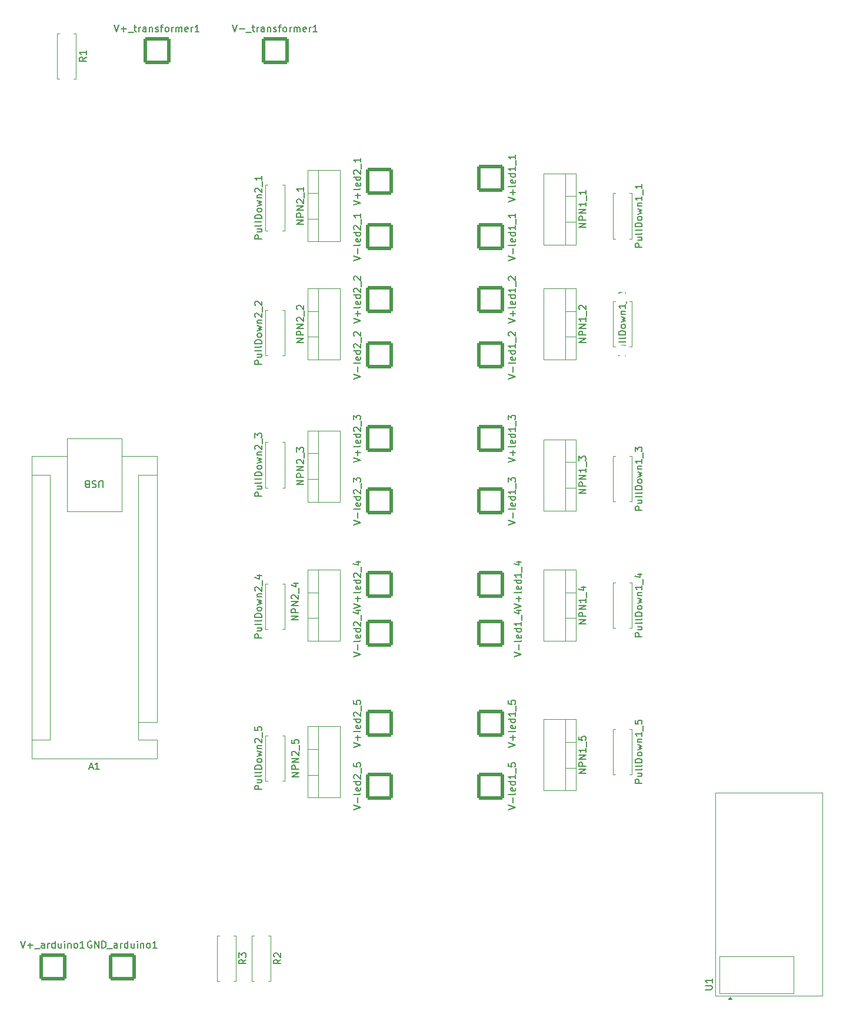
<source format=gto>
G04 #@! TF.GenerationSoftware,KiCad,Pcbnew,9.0.1*
G04 #@! TF.CreationDate,2025-05-09T02:34:20+02:00*
G04 #@! TF.ProjectId,receiver_battery,72656365-6976-4657-925f-626174746572,rev?*
G04 #@! TF.SameCoordinates,Original*
G04 #@! TF.FileFunction,Legend,Top*
G04 #@! TF.FilePolarity,Positive*
%FSLAX46Y46*%
G04 Gerber Fmt 4.6, Leading zero omitted, Abs format (unit mm)*
G04 Created by KiCad (PCBNEW 9.0.1) date 2025-05-09 02:34:20*
%MOMM*%
%LPD*%
G01*
G04 APERTURE LIST*
G04 Aperture macros list*
%AMRoundRect*
0 Rectangle with rounded corners*
0 $1 Rounding radius*
0 $2 $3 $4 $5 $6 $7 $8 $9 X,Y pos of 4 corners*
0 Add a 4 corners polygon primitive as box body*
4,1,4,$2,$3,$4,$5,$6,$7,$8,$9,$2,$3,0*
0 Add four circle primitives for the rounded corners*
1,1,$1+$1,$2,$3*
1,1,$1+$1,$4,$5*
1,1,$1+$1,$6,$7*
1,1,$1+$1,$8,$9*
0 Add four rect primitives between the rounded corners*
20,1,$1+$1,$2,$3,$4,$5,0*
20,1,$1+$1,$4,$5,$6,$7,0*
20,1,$1+$1,$6,$7,$8,$9,0*
20,1,$1+$1,$8,$9,$2,$3,0*%
G04 Aperture macros list end*
%ADD10C,0.150000*%
%ADD11C,0.120000*%
%ADD12R,2.000000X1.905000*%
%ADD13O,2.000000X1.905000*%
%ADD14RoundRect,0.250002X-1.699998X1.699998X-1.699998X-1.699998X1.699998X-1.699998X1.699998X1.699998X0*%
%ADD15C,1.600000*%
%ADD16O,1.600000X1.600000*%
%ADD17RoundRect,0.250002X-1.699998X-1.699998X1.699998X-1.699998X1.699998X1.699998X-1.699998X1.699998X0*%
%ADD18RoundRect,0.250002X1.699998X-1.699998X1.699998X1.699998X-1.699998X1.699998X-1.699998X-1.699998X0*%
%ADD19R,1.600000X1.600000*%
%ADD20R,1.700000X1.700000*%
%ADD21C,1.700000*%
G04 APERTURE END LIST*
D10*
X106724819Y-155182856D02*
X105724819Y-155182856D01*
X105724819Y-155182856D02*
X106724819Y-154611428D01*
X106724819Y-154611428D02*
X105724819Y-154611428D01*
X106724819Y-154135237D02*
X105724819Y-154135237D01*
X105724819Y-154135237D02*
X105724819Y-153754285D01*
X105724819Y-153754285D02*
X105772438Y-153659047D01*
X105772438Y-153659047D02*
X105820057Y-153611428D01*
X105820057Y-153611428D02*
X105915295Y-153563809D01*
X105915295Y-153563809D02*
X106058152Y-153563809D01*
X106058152Y-153563809D02*
X106153390Y-153611428D01*
X106153390Y-153611428D02*
X106201009Y-153659047D01*
X106201009Y-153659047D02*
X106248628Y-153754285D01*
X106248628Y-153754285D02*
X106248628Y-154135237D01*
X106724819Y-153135237D02*
X105724819Y-153135237D01*
X105724819Y-153135237D02*
X106724819Y-152563809D01*
X106724819Y-152563809D02*
X105724819Y-152563809D01*
X106724819Y-151563809D02*
X106724819Y-152135237D01*
X106724819Y-151849523D02*
X105724819Y-151849523D01*
X105724819Y-151849523D02*
X105867676Y-151944761D01*
X105867676Y-151944761D02*
X105962914Y-152039999D01*
X105962914Y-152039999D02*
X106010533Y-152135237D01*
X106820057Y-151373333D02*
X106820057Y-150611428D01*
X105724819Y-149897142D02*
X105724819Y-150373332D01*
X105724819Y-150373332D02*
X106201009Y-150420951D01*
X106201009Y-150420951D02*
X106153390Y-150373332D01*
X106153390Y-150373332D02*
X106105771Y-150278094D01*
X106105771Y-150278094D02*
X106105771Y-150039999D01*
X106105771Y-150039999D02*
X106153390Y-149944761D01*
X106153390Y-149944761D02*
X106201009Y-149897142D01*
X106201009Y-149897142D02*
X106296247Y-149849523D01*
X106296247Y-149849523D02*
X106534342Y-149849523D01*
X106534342Y-149849523D02*
X106629580Y-149897142D01*
X106629580Y-149897142D02*
X106677200Y-149944761D01*
X106677200Y-149944761D02*
X106724819Y-150039999D01*
X106724819Y-150039999D02*
X106724819Y-150278094D01*
X106724819Y-150278094D02*
X106677200Y-150373332D01*
X106677200Y-150373332D02*
X106629580Y-150420951D01*
X96454819Y-138428571D02*
X97454819Y-138095238D01*
X97454819Y-138095238D02*
X96454819Y-137761905D01*
X97073866Y-137428571D02*
X97073866Y-136666667D01*
X97454819Y-136047619D02*
X97407200Y-136142857D01*
X97407200Y-136142857D02*
X97311961Y-136190476D01*
X97311961Y-136190476D02*
X96454819Y-136190476D01*
X97407200Y-135285714D02*
X97454819Y-135380952D01*
X97454819Y-135380952D02*
X97454819Y-135571428D01*
X97454819Y-135571428D02*
X97407200Y-135666666D01*
X97407200Y-135666666D02*
X97311961Y-135714285D01*
X97311961Y-135714285D02*
X96931009Y-135714285D01*
X96931009Y-135714285D02*
X96835771Y-135666666D01*
X96835771Y-135666666D02*
X96788152Y-135571428D01*
X96788152Y-135571428D02*
X96788152Y-135380952D01*
X96788152Y-135380952D02*
X96835771Y-135285714D01*
X96835771Y-135285714D02*
X96931009Y-135238095D01*
X96931009Y-135238095D02*
X97026247Y-135238095D01*
X97026247Y-135238095D02*
X97121485Y-135714285D01*
X97454819Y-134380952D02*
X96454819Y-134380952D01*
X97407200Y-134380952D02*
X97454819Y-134476190D01*
X97454819Y-134476190D02*
X97454819Y-134666666D01*
X97454819Y-134666666D02*
X97407200Y-134761904D01*
X97407200Y-134761904D02*
X97359580Y-134809523D01*
X97359580Y-134809523D02*
X97264342Y-134857142D01*
X97264342Y-134857142D02*
X96978628Y-134857142D01*
X96978628Y-134857142D02*
X96883390Y-134809523D01*
X96883390Y-134809523D02*
X96835771Y-134761904D01*
X96835771Y-134761904D02*
X96788152Y-134666666D01*
X96788152Y-134666666D02*
X96788152Y-134476190D01*
X96788152Y-134476190D02*
X96835771Y-134380952D01*
X97454819Y-133380952D02*
X97454819Y-133952380D01*
X97454819Y-133666666D02*
X96454819Y-133666666D01*
X96454819Y-133666666D02*
X96597676Y-133761904D01*
X96597676Y-133761904D02*
X96692914Y-133857142D01*
X96692914Y-133857142D02*
X96740533Y-133952380D01*
X97550057Y-133190476D02*
X97550057Y-132428571D01*
X96788152Y-131761904D02*
X97454819Y-131761904D01*
X96407200Y-131999999D02*
X97121485Y-132238094D01*
X97121485Y-132238094D02*
X97121485Y-131619047D01*
X66129819Y-113642856D02*
X65129819Y-113642856D01*
X65129819Y-113642856D02*
X66129819Y-113071428D01*
X66129819Y-113071428D02*
X65129819Y-113071428D01*
X66129819Y-112595237D02*
X65129819Y-112595237D01*
X65129819Y-112595237D02*
X65129819Y-112214285D01*
X65129819Y-112214285D02*
X65177438Y-112119047D01*
X65177438Y-112119047D02*
X65225057Y-112071428D01*
X65225057Y-112071428D02*
X65320295Y-112023809D01*
X65320295Y-112023809D02*
X65463152Y-112023809D01*
X65463152Y-112023809D02*
X65558390Y-112071428D01*
X65558390Y-112071428D02*
X65606009Y-112119047D01*
X65606009Y-112119047D02*
X65653628Y-112214285D01*
X65653628Y-112214285D02*
X65653628Y-112595237D01*
X66129819Y-111595237D02*
X65129819Y-111595237D01*
X65129819Y-111595237D02*
X66129819Y-111023809D01*
X66129819Y-111023809D02*
X65129819Y-111023809D01*
X65225057Y-110595237D02*
X65177438Y-110547618D01*
X65177438Y-110547618D02*
X65129819Y-110452380D01*
X65129819Y-110452380D02*
X65129819Y-110214285D01*
X65129819Y-110214285D02*
X65177438Y-110119047D01*
X65177438Y-110119047D02*
X65225057Y-110071428D01*
X65225057Y-110071428D02*
X65320295Y-110023809D01*
X65320295Y-110023809D02*
X65415533Y-110023809D01*
X65415533Y-110023809D02*
X65558390Y-110071428D01*
X65558390Y-110071428D02*
X66129819Y-110642856D01*
X66129819Y-110642856D02*
X66129819Y-110023809D01*
X66225057Y-109833333D02*
X66225057Y-109071428D01*
X65129819Y-108928570D02*
X65129819Y-108309523D01*
X65129819Y-108309523D02*
X65510771Y-108642856D01*
X65510771Y-108642856D02*
X65510771Y-108499999D01*
X65510771Y-108499999D02*
X65558390Y-108404761D01*
X65558390Y-108404761D02*
X65606009Y-108357142D01*
X65606009Y-108357142D02*
X65701247Y-108309523D01*
X65701247Y-108309523D02*
X65939342Y-108309523D01*
X65939342Y-108309523D02*
X66034580Y-108357142D01*
X66034580Y-108357142D02*
X66082200Y-108404761D01*
X66082200Y-108404761D02*
X66129819Y-108499999D01*
X66129819Y-108499999D02*
X66129819Y-108785713D01*
X66129819Y-108785713D02*
X66082200Y-108880951D01*
X66082200Y-108880951D02*
X66034580Y-108928570D01*
X60084819Y-115310000D02*
X59084819Y-115310000D01*
X59084819Y-115310000D02*
X59084819Y-114929048D01*
X59084819Y-114929048D02*
X59132438Y-114833810D01*
X59132438Y-114833810D02*
X59180057Y-114786191D01*
X59180057Y-114786191D02*
X59275295Y-114738572D01*
X59275295Y-114738572D02*
X59418152Y-114738572D01*
X59418152Y-114738572D02*
X59513390Y-114786191D01*
X59513390Y-114786191D02*
X59561009Y-114833810D01*
X59561009Y-114833810D02*
X59608628Y-114929048D01*
X59608628Y-114929048D02*
X59608628Y-115310000D01*
X59418152Y-113881429D02*
X60084819Y-113881429D01*
X59418152Y-114310000D02*
X59941961Y-114310000D01*
X59941961Y-114310000D02*
X60037200Y-114262381D01*
X60037200Y-114262381D02*
X60084819Y-114167143D01*
X60084819Y-114167143D02*
X60084819Y-114024286D01*
X60084819Y-114024286D02*
X60037200Y-113929048D01*
X60037200Y-113929048D02*
X59989580Y-113881429D01*
X60084819Y-113262381D02*
X60037200Y-113357619D01*
X60037200Y-113357619D02*
X59941961Y-113405238D01*
X59941961Y-113405238D02*
X59084819Y-113405238D01*
X60084819Y-112738571D02*
X60037200Y-112833809D01*
X60037200Y-112833809D02*
X59941961Y-112881428D01*
X59941961Y-112881428D02*
X59084819Y-112881428D01*
X60084819Y-112357618D02*
X59084819Y-112357618D01*
X59084819Y-112357618D02*
X59084819Y-112119523D01*
X59084819Y-112119523D02*
X59132438Y-111976666D01*
X59132438Y-111976666D02*
X59227676Y-111881428D01*
X59227676Y-111881428D02*
X59322914Y-111833809D01*
X59322914Y-111833809D02*
X59513390Y-111786190D01*
X59513390Y-111786190D02*
X59656247Y-111786190D01*
X59656247Y-111786190D02*
X59846723Y-111833809D01*
X59846723Y-111833809D02*
X59941961Y-111881428D01*
X59941961Y-111881428D02*
X60037200Y-111976666D01*
X60037200Y-111976666D02*
X60084819Y-112119523D01*
X60084819Y-112119523D02*
X60084819Y-112357618D01*
X60084819Y-111214761D02*
X60037200Y-111309999D01*
X60037200Y-111309999D02*
X59989580Y-111357618D01*
X59989580Y-111357618D02*
X59894342Y-111405237D01*
X59894342Y-111405237D02*
X59608628Y-111405237D01*
X59608628Y-111405237D02*
X59513390Y-111357618D01*
X59513390Y-111357618D02*
X59465771Y-111309999D01*
X59465771Y-111309999D02*
X59418152Y-111214761D01*
X59418152Y-111214761D02*
X59418152Y-111071904D01*
X59418152Y-111071904D02*
X59465771Y-110976666D01*
X59465771Y-110976666D02*
X59513390Y-110929047D01*
X59513390Y-110929047D02*
X59608628Y-110881428D01*
X59608628Y-110881428D02*
X59894342Y-110881428D01*
X59894342Y-110881428D02*
X59989580Y-110929047D01*
X59989580Y-110929047D02*
X60037200Y-110976666D01*
X60037200Y-110976666D02*
X60084819Y-111071904D01*
X60084819Y-111071904D02*
X60084819Y-111214761D01*
X59418152Y-110548094D02*
X60084819Y-110357618D01*
X60084819Y-110357618D02*
X59608628Y-110167142D01*
X59608628Y-110167142D02*
X60084819Y-109976666D01*
X60084819Y-109976666D02*
X59418152Y-109786190D01*
X59418152Y-109405237D02*
X60084819Y-109405237D01*
X59513390Y-109405237D02*
X59465771Y-109357618D01*
X59465771Y-109357618D02*
X59418152Y-109262380D01*
X59418152Y-109262380D02*
X59418152Y-109119523D01*
X59418152Y-109119523D02*
X59465771Y-109024285D01*
X59465771Y-109024285D02*
X59561009Y-108976666D01*
X59561009Y-108976666D02*
X60084819Y-108976666D01*
X59180057Y-108548094D02*
X59132438Y-108500475D01*
X59132438Y-108500475D02*
X59084819Y-108405237D01*
X59084819Y-108405237D02*
X59084819Y-108167142D01*
X59084819Y-108167142D02*
X59132438Y-108071904D01*
X59132438Y-108071904D02*
X59180057Y-108024285D01*
X59180057Y-108024285D02*
X59275295Y-107976666D01*
X59275295Y-107976666D02*
X59370533Y-107976666D01*
X59370533Y-107976666D02*
X59513390Y-108024285D01*
X59513390Y-108024285D02*
X60084819Y-108595713D01*
X60084819Y-108595713D02*
X60084819Y-107976666D01*
X60180057Y-107786190D02*
X60180057Y-107024285D01*
X59084819Y-106881427D02*
X59084819Y-106262380D01*
X59084819Y-106262380D02*
X59465771Y-106595713D01*
X59465771Y-106595713D02*
X59465771Y-106452856D01*
X59465771Y-106452856D02*
X59513390Y-106357618D01*
X59513390Y-106357618D02*
X59561009Y-106309999D01*
X59561009Y-106309999D02*
X59656247Y-106262380D01*
X59656247Y-106262380D02*
X59894342Y-106262380D01*
X59894342Y-106262380D02*
X59989580Y-106309999D01*
X59989580Y-106309999D02*
X60037200Y-106357618D01*
X60037200Y-106357618D02*
X60084819Y-106452856D01*
X60084819Y-106452856D02*
X60084819Y-106738570D01*
X60084819Y-106738570D02*
X60037200Y-106833808D01*
X60037200Y-106833808D02*
X59989580Y-106881427D01*
X38833332Y-47494819D02*
X39166665Y-48494819D01*
X39166665Y-48494819D02*
X39499998Y-47494819D01*
X39833332Y-48113866D02*
X40595237Y-48113866D01*
X40214284Y-48494819D02*
X40214284Y-47732914D01*
X40833332Y-48590057D02*
X41595236Y-48590057D01*
X41690475Y-47828152D02*
X42071427Y-47828152D01*
X41833332Y-47494819D02*
X41833332Y-48351961D01*
X41833332Y-48351961D02*
X41880951Y-48447200D01*
X41880951Y-48447200D02*
X41976189Y-48494819D01*
X41976189Y-48494819D02*
X42071427Y-48494819D01*
X42404761Y-48494819D02*
X42404761Y-47828152D01*
X42404761Y-48018628D02*
X42452380Y-47923390D01*
X42452380Y-47923390D02*
X42499999Y-47875771D01*
X42499999Y-47875771D02*
X42595237Y-47828152D01*
X42595237Y-47828152D02*
X42690475Y-47828152D01*
X43452380Y-48494819D02*
X43452380Y-47971009D01*
X43452380Y-47971009D02*
X43404761Y-47875771D01*
X43404761Y-47875771D02*
X43309523Y-47828152D01*
X43309523Y-47828152D02*
X43119047Y-47828152D01*
X43119047Y-47828152D02*
X43023809Y-47875771D01*
X43452380Y-48447200D02*
X43357142Y-48494819D01*
X43357142Y-48494819D02*
X43119047Y-48494819D01*
X43119047Y-48494819D02*
X43023809Y-48447200D01*
X43023809Y-48447200D02*
X42976190Y-48351961D01*
X42976190Y-48351961D02*
X42976190Y-48256723D01*
X42976190Y-48256723D02*
X43023809Y-48161485D01*
X43023809Y-48161485D02*
X43119047Y-48113866D01*
X43119047Y-48113866D02*
X43357142Y-48113866D01*
X43357142Y-48113866D02*
X43452380Y-48066247D01*
X43928571Y-47828152D02*
X43928571Y-48494819D01*
X43928571Y-47923390D02*
X43976190Y-47875771D01*
X43976190Y-47875771D02*
X44071428Y-47828152D01*
X44071428Y-47828152D02*
X44214285Y-47828152D01*
X44214285Y-47828152D02*
X44309523Y-47875771D01*
X44309523Y-47875771D02*
X44357142Y-47971009D01*
X44357142Y-47971009D02*
X44357142Y-48494819D01*
X44785714Y-48447200D02*
X44880952Y-48494819D01*
X44880952Y-48494819D02*
X45071428Y-48494819D01*
X45071428Y-48494819D02*
X45166666Y-48447200D01*
X45166666Y-48447200D02*
X45214285Y-48351961D01*
X45214285Y-48351961D02*
X45214285Y-48304342D01*
X45214285Y-48304342D02*
X45166666Y-48209104D01*
X45166666Y-48209104D02*
X45071428Y-48161485D01*
X45071428Y-48161485D02*
X44928571Y-48161485D01*
X44928571Y-48161485D02*
X44833333Y-48113866D01*
X44833333Y-48113866D02*
X44785714Y-48018628D01*
X44785714Y-48018628D02*
X44785714Y-47971009D01*
X44785714Y-47971009D02*
X44833333Y-47875771D01*
X44833333Y-47875771D02*
X44928571Y-47828152D01*
X44928571Y-47828152D02*
X45071428Y-47828152D01*
X45071428Y-47828152D02*
X45166666Y-47875771D01*
X45500000Y-47828152D02*
X45880952Y-47828152D01*
X45642857Y-48494819D02*
X45642857Y-47637676D01*
X45642857Y-47637676D02*
X45690476Y-47542438D01*
X45690476Y-47542438D02*
X45785714Y-47494819D01*
X45785714Y-47494819D02*
X45880952Y-47494819D01*
X46357143Y-48494819D02*
X46261905Y-48447200D01*
X46261905Y-48447200D02*
X46214286Y-48399580D01*
X46214286Y-48399580D02*
X46166667Y-48304342D01*
X46166667Y-48304342D02*
X46166667Y-48018628D01*
X46166667Y-48018628D02*
X46214286Y-47923390D01*
X46214286Y-47923390D02*
X46261905Y-47875771D01*
X46261905Y-47875771D02*
X46357143Y-47828152D01*
X46357143Y-47828152D02*
X46500000Y-47828152D01*
X46500000Y-47828152D02*
X46595238Y-47875771D01*
X46595238Y-47875771D02*
X46642857Y-47923390D01*
X46642857Y-47923390D02*
X46690476Y-48018628D01*
X46690476Y-48018628D02*
X46690476Y-48304342D01*
X46690476Y-48304342D02*
X46642857Y-48399580D01*
X46642857Y-48399580D02*
X46595238Y-48447200D01*
X46595238Y-48447200D02*
X46500000Y-48494819D01*
X46500000Y-48494819D02*
X46357143Y-48494819D01*
X47119048Y-48494819D02*
X47119048Y-47828152D01*
X47119048Y-48018628D02*
X47166667Y-47923390D01*
X47166667Y-47923390D02*
X47214286Y-47875771D01*
X47214286Y-47875771D02*
X47309524Y-47828152D01*
X47309524Y-47828152D02*
X47404762Y-47828152D01*
X47738096Y-48494819D02*
X47738096Y-47828152D01*
X47738096Y-47923390D02*
X47785715Y-47875771D01*
X47785715Y-47875771D02*
X47880953Y-47828152D01*
X47880953Y-47828152D02*
X48023810Y-47828152D01*
X48023810Y-47828152D02*
X48119048Y-47875771D01*
X48119048Y-47875771D02*
X48166667Y-47971009D01*
X48166667Y-47971009D02*
X48166667Y-48494819D01*
X48166667Y-47971009D02*
X48214286Y-47875771D01*
X48214286Y-47875771D02*
X48309524Y-47828152D01*
X48309524Y-47828152D02*
X48452381Y-47828152D01*
X48452381Y-47828152D02*
X48547620Y-47875771D01*
X48547620Y-47875771D02*
X48595239Y-47971009D01*
X48595239Y-47971009D02*
X48595239Y-48494819D01*
X49452381Y-48447200D02*
X49357143Y-48494819D01*
X49357143Y-48494819D02*
X49166667Y-48494819D01*
X49166667Y-48494819D02*
X49071429Y-48447200D01*
X49071429Y-48447200D02*
X49023810Y-48351961D01*
X49023810Y-48351961D02*
X49023810Y-47971009D01*
X49023810Y-47971009D02*
X49071429Y-47875771D01*
X49071429Y-47875771D02*
X49166667Y-47828152D01*
X49166667Y-47828152D02*
X49357143Y-47828152D01*
X49357143Y-47828152D02*
X49452381Y-47875771D01*
X49452381Y-47875771D02*
X49500000Y-47971009D01*
X49500000Y-47971009D02*
X49500000Y-48066247D01*
X49500000Y-48066247D02*
X49023810Y-48161485D01*
X49928572Y-48494819D02*
X49928572Y-47828152D01*
X49928572Y-48018628D02*
X49976191Y-47923390D01*
X49976191Y-47923390D02*
X50023810Y-47875771D01*
X50023810Y-47875771D02*
X50119048Y-47828152D01*
X50119048Y-47828152D02*
X50214286Y-47828152D01*
X51071429Y-48494819D02*
X50500001Y-48494819D01*
X50785715Y-48494819D02*
X50785715Y-47494819D01*
X50785715Y-47494819D02*
X50690477Y-47637676D01*
X50690477Y-47637676D02*
X50595239Y-47732914D01*
X50595239Y-47732914D02*
X50500001Y-47780533D01*
X114824819Y-117310000D02*
X113824819Y-117310000D01*
X113824819Y-117310000D02*
X113824819Y-116929048D01*
X113824819Y-116929048D02*
X113872438Y-116833810D01*
X113872438Y-116833810D02*
X113920057Y-116786191D01*
X113920057Y-116786191D02*
X114015295Y-116738572D01*
X114015295Y-116738572D02*
X114158152Y-116738572D01*
X114158152Y-116738572D02*
X114253390Y-116786191D01*
X114253390Y-116786191D02*
X114301009Y-116833810D01*
X114301009Y-116833810D02*
X114348628Y-116929048D01*
X114348628Y-116929048D02*
X114348628Y-117310000D01*
X114158152Y-115881429D02*
X114824819Y-115881429D01*
X114158152Y-116310000D02*
X114681961Y-116310000D01*
X114681961Y-116310000D02*
X114777200Y-116262381D01*
X114777200Y-116262381D02*
X114824819Y-116167143D01*
X114824819Y-116167143D02*
X114824819Y-116024286D01*
X114824819Y-116024286D02*
X114777200Y-115929048D01*
X114777200Y-115929048D02*
X114729580Y-115881429D01*
X114824819Y-115262381D02*
X114777200Y-115357619D01*
X114777200Y-115357619D02*
X114681961Y-115405238D01*
X114681961Y-115405238D02*
X113824819Y-115405238D01*
X114824819Y-114738571D02*
X114777200Y-114833809D01*
X114777200Y-114833809D02*
X114681961Y-114881428D01*
X114681961Y-114881428D02*
X113824819Y-114881428D01*
X114824819Y-114357618D02*
X113824819Y-114357618D01*
X113824819Y-114357618D02*
X113824819Y-114119523D01*
X113824819Y-114119523D02*
X113872438Y-113976666D01*
X113872438Y-113976666D02*
X113967676Y-113881428D01*
X113967676Y-113881428D02*
X114062914Y-113833809D01*
X114062914Y-113833809D02*
X114253390Y-113786190D01*
X114253390Y-113786190D02*
X114396247Y-113786190D01*
X114396247Y-113786190D02*
X114586723Y-113833809D01*
X114586723Y-113833809D02*
X114681961Y-113881428D01*
X114681961Y-113881428D02*
X114777200Y-113976666D01*
X114777200Y-113976666D02*
X114824819Y-114119523D01*
X114824819Y-114119523D02*
X114824819Y-114357618D01*
X114824819Y-113214761D02*
X114777200Y-113309999D01*
X114777200Y-113309999D02*
X114729580Y-113357618D01*
X114729580Y-113357618D02*
X114634342Y-113405237D01*
X114634342Y-113405237D02*
X114348628Y-113405237D01*
X114348628Y-113405237D02*
X114253390Y-113357618D01*
X114253390Y-113357618D02*
X114205771Y-113309999D01*
X114205771Y-113309999D02*
X114158152Y-113214761D01*
X114158152Y-113214761D02*
X114158152Y-113071904D01*
X114158152Y-113071904D02*
X114205771Y-112976666D01*
X114205771Y-112976666D02*
X114253390Y-112929047D01*
X114253390Y-112929047D02*
X114348628Y-112881428D01*
X114348628Y-112881428D02*
X114634342Y-112881428D01*
X114634342Y-112881428D02*
X114729580Y-112929047D01*
X114729580Y-112929047D02*
X114777200Y-112976666D01*
X114777200Y-112976666D02*
X114824819Y-113071904D01*
X114824819Y-113071904D02*
X114824819Y-113214761D01*
X114158152Y-112548094D02*
X114824819Y-112357618D01*
X114824819Y-112357618D02*
X114348628Y-112167142D01*
X114348628Y-112167142D02*
X114824819Y-111976666D01*
X114824819Y-111976666D02*
X114158152Y-111786190D01*
X114158152Y-111405237D02*
X114824819Y-111405237D01*
X114253390Y-111405237D02*
X114205771Y-111357618D01*
X114205771Y-111357618D02*
X114158152Y-111262380D01*
X114158152Y-111262380D02*
X114158152Y-111119523D01*
X114158152Y-111119523D02*
X114205771Y-111024285D01*
X114205771Y-111024285D02*
X114301009Y-110976666D01*
X114301009Y-110976666D02*
X114824819Y-110976666D01*
X114824819Y-109976666D02*
X114824819Y-110548094D01*
X114824819Y-110262380D02*
X113824819Y-110262380D01*
X113824819Y-110262380D02*
X113967676Y-110357618D01*
X113967676Y-110357618D02*
X114062914Y-110452856D01*
X114062914Y-110452856D02*
X114110533Y-110548094D01*
X114920057Y-109786190D02*
X114920057Y-109024285D01*
X113824819Y-108881427D02*
X113824819Y-108262380D01*
X113824819Y-108262380D02*
X114205771Y-108595713D01*
X114205771Y-108595713D02*
X114205771Y-108452856D01*
X114205771Y-108452856D02*
X114253390Y-108357618D01*
X114253390Y-108357618D02*
X114301009Y-108309999D01*
X114301009Y-108309999D02*
X114396247Y-108262380D01*
X114396247Y-108262380D02*
X114634342Y-108262380D01*
X114634342Y-108262380D02*
X114729580Y-108309999D01*
X114729580Y-108309999D02*
X114777200Y-108357618D01*
X114777200Y-108357618D02*
X114824819Y-108452856D01*
X114824819Y-108452856D02*
X114824819Y-108738570D01*
X114824819Y-108738570D02*
X114777200Y-108833808D01*
X114777200Y-108833808D02*
X114729580Y-108881427D01*
X62824819Y-181976666D02*
X62348628Y-182309999D01*
X62824819Y-182548094D02*
X61824819Y-182548094D01*
X61824819Y-182548094D02*
X61824819Y-182167142D01*
X61824819Y-182167142D02*
X61872438Y-182071904D01*
X61872438Y-182071904D02*
X61920057Y-182024285D01*
X61920057Y-182024285D02*
X62015295Y-181976666D01*
X62015295Y-181976666D02*
X62158152Y-181976666D01*
X62158152Y-181976666D02*
X62253390Y-182024285D01*
X62253390Y-182024285D02*
X62301009Y-182071904D01*
X62301009Y-182071904D02*
X62348628Y-182167142D01*
X62348628Y-182167142D02*
X62348628Y-182548094D01*
X61920057Y-181595713D02*
X61872438Y-181548094D01*
X61872438Y-181548094D02*
X61824819Y-181452856D01*
X61824819Y-181452856D02*
X61824819Y-181214761D01*
X61824819Y-181214761D02*
X61872438Y-181119523D01*
X61872438Y-181119523D02*
X61920057Y-181071904D01*
X61920057Y-181071904D02*
X62015295Y-181024285D01*
X62015295Y-181024285D02*
X62110533Y-181024285D01*
X62110533Y-181024285D02*
X62253390Y-181071904D01*
X62253390Y-181071904D02*
X62824819Y-181643332D01*
X62824819Y-181643332D02*
X62824819Y-181024285D01*
X73304819Y-119428571D02*
X74304819Y-119095238D01*
X74304819Y-119095238D02*
X73304819Y-118761905D01*
X73923866Y-118428571D02*
X73923866Y-117666667D01*
X74304819Y-117047619D02*
X74257200Y-117142857D01*
X74257200Y-117142857D02*
X74161961Y-117190476D01*
X74161961Y-117190476D02*
X73304819Y-117190476D01*
X74257200Y-116285714D02*
X74304819Y-116380952D01*
X74304819Y-116380952D02*
X74304819Y-116571428D01*
X74304819Y-116571428D02*
X74257200Y-116666666D01*
X74257200Y-116666666D02*
X74161961Y-116714285D01*
X74161961Y-116714285D02*
X73781009Y-116714285D01*
X73781009Y-116714285D02*
X73685771Y-116666666D01*
X73685771Y-116666666D02*
X73638152Y-116571428D01*
X73638152Y-116571428D02*
X73638152Y-116380952D01*
X73638152Y-116380952D02*
X73685771Y-116285714D01*
X73685771Y-116285714D02*
X73781009Y-116238095D01*
X73781009Y-116238095D02*
X73876247Y-116238095D01*
X73876247Y-116238095D02*
X73971485Y-116714285D01*
X74304819Y-115380952D02*
X73304819Y-115380952D01*
X74257200Y-115380952D02*
X74304819Y-115476190D01*
X74304819Y-115476190D02*
X74304819Y-115666666D01*
X74304819Y-115666666D02*
X74257200Y-115761904D01*
X74257200Y-115761904D02*
X74209580Y-115809523D01*
X74209580Y-115809523D02*
X74114342Y-115857142D01*
X74114342Y-115857142D02*
X73828628Y-115857142D01*
X73828628Y-115857142D02*
X73733390Y-115809523D01*
X73733390Y-115809523D02*
X73685771Y-115761904D01*
X73685771Y-115761904D02*
X73638152Y-115666666D01*
X73638152Y-115666666D02*
X73638152Y-115476190D01*
X73638152Y-115476190D02*
X73685771Y-115380952D01*
X73400057Y-114952380D02*
X73352438Y-114904761D01*
X73352438Y-114904761D02*
X73304819Y-114809523D01*
X73304819Y-114809523D02*
X73304819Y-114571428D01*
X73304819Y-114571428D02*
X73352438Y-114476190D01*
X73352438Y-114476190D02*
X73400057Y-114428571D01*
X73400057Y-114428571D02*
X73495295Y-114380952D01*
X73495295Y-114380952D02*
X73590533Y-114380952D01*
X73590533Y-114380952D02*
X73733390Y-114428571D01*
X73733390Y-114428571D02*
X74304819Y-114999999D01*
X74304819Y-114999999D02*
X74304819Y-114380952D01*
X74400057Y-114190476D02*
X74400057Y-113428571D01*
X73304819Y-113285713D02*
X73304819Y-112666666D01*
X73304819Y-112666666D02*
X73685771Y-112999999D01*
X73685771Y-112999999D02*
X73685771Y-112857142D01*
X73685771Y-112857142D02*
X73733390Y-112761904D01*
X73733390Y-112761904D02*
X73781009Y-112714285D01*
X73781009Y-112714285D02*
X73876247Y-112666666D01*
X73876247Y-112666666D02*
X74114342Y-112666666D01*
X74114342Y-112666666D02*
X74209580Y-112714285D01*
X74209580Y-112714285D02*
X74257200Y-112761904D01*
X74257200Y-112761904D02*
X74304819Y-112857142D01*
X74304819Y-112857142D02*
X74304819Y-113142856D01*
X74304819Y-113142856D02*
X74257200Y-113238094D01*
X74257200Y-113238094D02*
X74209580Y-113285713D01*
X60084819Y-78310000D02*
X59084819Y-78310000D01*
X59084819Y-78310000D02*
X59084819Y-77929048D01*
X59084819Y-77929048D02*
X59132438Y-77833810D01*
X59132438Y-77833810D02*
X59180057Y-77786191D01*
X59180057Y-77786191D02*
X59275295Y-77738572D01*
X59275295Y-77738572D02*
X59418152Y-77738572D01*
X59418152Y-77738572D02*
X59513390Y-77786191D01*
X59513390Y-77786191D02*
X59561009Y-77833810D01*
X59561009Y-77833810D02*
X59608628Y-77929048D01*
X59608628Y-77929048D02*
X59608628Y-78310000D01*
X59418152Y-76881429D02*
X60084819Y-76881429D01*
X59418152Y-77310000D02*
X59941961Y-77310000D01*
X59941961Y-77310000D02*
X60037200Y-77262381D01*
X60037200Y-77262381D02*
X60084819Y-77167143D01*
X60084819Y-77167143D02*
X60084819Y-77024286D01*
X60084819Y-77024286D02*
X60037200Y-76929048D01*
X60037200Y-76929048D02*
X59989580Y-76881429D01*
X60084819Y-76262381D02*
X60037200Y-76357619D01*
X60037200Y-76357619D02*
X59941961Y-76405238D01*
X59941961Y-76405238D02*
X59084819Y-76405238D01*
X60084819Y-75738571D02*
X60037200Y-75833809D01*
X60037200Y-75833809D02*
X59941961Y-75881428D01*
X59941961Y-75881428D02*
X59084819Y-75881428D01*
X60084819Y-75357618D02*
X59084819Y-75357618D01*
X59084819Y-75357618D02*
X59084819Y-75119523D01*
X59084819Y-75119523D02*
X59132438Y-74976666D01*
X59132438Y-74976666D02*
X59227676Y-74881428D01*
X59227676Y-74881428D02*
X59322914Y-74833809D01*
X59322914Y-74833809D02*
X59513390Y-74786190D01*
X59513390Y-74786190D02*
X59656247Y-74786190D01*
X59656247Y-74786190D02*
X59846723Y-74833809D01*
X59846723Y-74833809D02*
X59941961Y-74881428D01*
X59941961Y-74881428D02*
X60037200Y-74976666D01*
X60037200Y-74976666D02*
X60084819Y-75119523D01*
X60084819Y-75119523D02*
X60084819Y-75357618D01*
X60084819Y-74214761D02*
X60037200Y-74309999D01*
X60037200Y-74309999D02*
X59989580Y-74357618D01*
X59989580Y-74357618D02*
X59894342Y-74405237D01*
X59894342Y-74405237D02*
X59608628Y-74405237D01*
X59608628Y-74405237D02*
X59513390Y-74357618D01*
X59513390Y-74357618D02*
X59465771Y-74309999D01*
X59465771Y-74309999D02*
X59418152Y-74214761D01*
X59418152Y-74214761D02*
X59418152Y-74071904D01*
X59418152Y-74071904D02*
X59465771Y-73976666D01*
X59465771Y-73976666D02*
X59513390Y-73929047D01*
X59513390Y-73929047D02*
X59608628Y-73881428D01*
X59608628Y-73881428D02*
X59894342Y-73881428D01*
X59894342Y-73881428D02*
X59989580Y-73929047D01*
X59989580Y-73929047D02*
X60037200Y-73976666D01*
X60037200Y-73976666D02*
X60084819Y-74071904D01*
X60084819Y-74071904D02*
X60084819Y-74214761D01*
X59418152Y-73548094D02*
X60084819Y-73357618D01*
X60084819Y-73357618D02*
X59608628Y-73167142D01*
X59608628Y-73167142D02*
X60084819Y-72976666D01*
X60084819Y-72976666D02*
X59418152Y-72786190D01*
X59418152Y-72405237D02*
X60084819Y-72405237D01*
X59513390Y-72405237D02*
X59465771Y-72357618D01*
X59465771Y-72357618D02*
X59418152Y-72262380D01*
X59418152Y-72262380D02*
X59418152Y-72119523D01*
X59418152Y-72119523D02*
X59465771Y-72024285D01*
X59465771Y-72024285D02*
X59561009Y-71976666D01*
X59561009Y-71976666D02*
X60084819Y-71976666D01*
X59180057Y-71548094D02*
X59132438Y-71500475D01*
X59132438Y-71500475D02*
X59084819Y-71405237D01*
X59084819Y-71405237D02*
X59084819Y-71167142D01*
X59084819Y-71167142D02*
X59132438Y-71071904D01*
X59132438Y-71071904D02*
X59180057Y-71024285D01*
X59180057Y-71024285D02*
X59275295Y-70976666D01*
X59275295Y-70976666D02*
X59370533Y-70976666D01*
X59370533Y-70976666D02*
X59513390Y-71024285D01*
X59513390Y-71024285D02*
X60084819Y-71595713D01*
X60084819Y-71595713D02*
X60084819Y-70976666D01*
X60180057Y-70786190D02*
X60180057Y-70024285D01*
X60084819Y-69262380D02*
X60084819Y-69833808D01*
X60084819Y-69548094D02*
X59084819Y-69548094D01*
X59084819Y-69548094D02*
X59227676Y-69643332D01*
X59227676Y-69643332D02*
X59322914Y-69738570D01*
X59322914Y-69738570D02*
X59370533Y-69833808D01*
X95604819Y-119428571D02*
X96604819Y-119095238D01*
X96604819Y-119095238D02*
X95604819Y-118761905D01*
X96223866Y-118428571D02*
X96223866Y-117666667D01*
X96604819Y-117047619D02*
X96557200Y-117142857D01*
X96557200Y-117142857D02*
X96461961Y-117190476D01*
X96461961Y-117190476D02*
X95604819Y-117190476D01*
X96557200Y-116285714D02*
X96604819Y-116380952D01*
X96604819Y-116380952D02*
X96604819Y-116571428D01*
X96604819Y-116571428D02*
X96557200Y-116666666D01*
X96557200Y-116666666D02*
X96461961Y-116714285D01*
X96461961Y-116714285D02*
X96081009Y-116714285D01*
X96081009Y-116714285D02*
X95985771Y-116666666D01*
X95985771Y-116666666D02*
X95938152Y-116571428D01*
X95938152Y-116571428D02*
X95938152Y-116380952D01*
X95938152Y-116380952D02*
X95985771Y-116285714D01*
X95985771Y-116285714D02*
X96081009Y-116238095D01*
X96081009Y-116238095D02*
X96176247Y-116238095D01*
X96176247Y-116238095D02*
X96271485Y-116714285D01*
X96604819Y-115380952D02*
X95604819Y-115380952D01*
X96557200Y-115380952D02*
X96604819Y-115476190D01*
X96604819Y-115476190D02*
X96604819Y-115666666D01*
X96604819Y-115666666D02*
X96557200Y-115761904D01*
X96557200Y-115761904D02*
X96509580Y-115809523D01*
X96509580Y-115809523D02*
X96414342Y-115857142D01*
X96414342Y-115857142D02*
X96128628Y-115857142D01*
X96128628Y-115857142D02*
X96033390Y-115809523D01*
X96033390Y-115809523D02*
X95985771Y-115761904D01*
X95985771Y-115761904D02*
X95938152Y-115666666D01*
X95938152Y-115666666D02*
X95938152Y-115476190D01*
X95938152Y-115476190D02*
X95985771Y-115380952D01*
X96604819Y-114380952D02*
X96604819Y-114952380D01*
X96604819Y-114666666D02*
X95604819Y-114666666D01*
X95604819Y-114666666D02*
X95747676Y-114761904D01*
X95747676Y-114761904D02*
X95842914Y-114857142D01*
X95842914Y-114857142D02*
X95890533Y-114952380D01*
X96700057Y-114190476D02*
X96700057Y-113428571D01*
X95604819Y-113285713D02*
X95604819Y-112666666D01*
X95604819Y-112666666D02*
X95985771Y-112999999D01*
X95985771Y-112999999D02*
X95985771Y-112857142D01*
X95985771Y-112857142D02*
X96033390Y-112761904D01*
X96033390Y-112761904D02*
X96081009Y-112714285D01*
X96081009Y-112714285D02*
X96176247Y-112666666D01*
X96176247Y-112666666D02*
X96414342Y-112666666D01*
X96414342Y-112666666D02*
X96509580Y-112714285D01*
X96509580Y-112714285D02*
X96557200Y-112761904D01*
X96557200Y-112761904D02*
X96604819Y-112857142D01*
X96604819Y-112857142D02*
X96604819Y-113142856D01*
X96604819Y-113142856D02*
X96557200Y-113238094D01*
X96557200Y-113238094D02*
X96509580Y-113285713D01*
X73304819Y-110428571D02*
X74304819Y-110095238D01*
X74304819Y-110095238D02*
X73304819Y-109761905D01*
X73923866Y-109428571D02*
X73923866Y-108666667D01*
X74304819Y-109047619D02*
X73542914Y-109047619D01*
X74304819Y-108047619D02*
X74257200Y-108142857D01*
X74257200Y-108142857D02*
X74161961Y-108190476D01*
X74161961Y-108190476D02*
X73304819Y-108190476D01*
X74257200Y-107285714D02*
X74304819Y-107380952D01*
X74304819Y-107380952D02*
X74304819Y-107571428D01*
X74304819Y-107571428D02*
X74257200Y-107666666D01*
X74257200Y-107666666D02*
X74161961Y-107714285D01*
X74161961Y-107714285D02*
X73781009Y-107714285D01*
X73781009Y-107714285D02*
X73685771Y-107666666D01*
X73685771Y-107666666D02*
X73638152Y-107571428D01*
X73638152Y-107571428D02*
X73638152Y-107380952D01*
X73638152Y-107380952D02*
X73685771Y-107285714D01*
X73685771Y-107285714D02*
X73781009Y-107238095D01*
X73781009Y-107238095D02*
X73876247Y-107238095D01*
X73876247Y-107238095D02*
X73971485Y-107714285D01*
X74304819Y-106380952D02*
X73304819Y-106380952D01*
X74257200Y-106380952D02*
X74304819Y-106476190D01*
X74304819Y-106476190D02*
X74304819Y-106666666D01*
X74304819Y-106666666D02*
X74257200Y-106761904D01*
X74257200Y-106761904D02*
X74209580Y-106809523D01*
X74209580Y-106809523D02*
X74114342Y-106857142D01*
X74114342Y-106857142D02*
X73828628Y-106857142D01*
X73828628Y-106857142D02*
X73733390Y-106809523D01*
X73733390Y-106809523D02*
X73685771Y-106761904D01*
X73685771Y-106761904D02*
X73638152Y-106666666D01*
X73638152Y-106666666D02*
X73638152Y-106476190D01*
X73638152Y-106476190D02*
X73685771Y-106380952D01*
X73400057Y-105952380D02*
X73352438Y-105904761D01*
X73352438Y-105904761D02*
X73304819Y-105809523D01*
X73304819Y-105809523D02*
X73304819Y-105571428D01*
X73304819Y-105571428D02*
X73352438Y-105476190D01*
X73352438Y-105476190D02*
X73400057Y-105428571D01*
X73400057Y-105428571D02*
X73495295Y-105380952D01*
X73495295Y-105380952D02*
X73590533Y-105380952D01*
X73590533Y-105380952D02*
X73733390Y-105428571D01*
X73733390Y-105428571D02*
X74304819Y-105999999D01*
X74304819Y-105999999D02*
X74304819Y-105380952D01*
X74400057Y-105190476D02*
X74400057Y-104428571D01*
X73304819Y-104285713D02*
X73304819Y-103666666D01*
X73304819Y-103666666D02*
X73685771Y-103999999D01*
X73685771Y-103999999D02*
X73685771Y-103857142D01*
X73685771Y-103857142D02*
X73733390Y-103761904D01*
X73733390Y-103761904D02*
X73781009Y-103714285D01*
X73781009Y-103714285D02*
X73876247Y-103666666D01*
X73876247Y-103666666D02*
X74114342Y-103666666D01*
X74114342Y-103666666D02*
X74209580Y-103714285D01*
X74209580Y-103714285D02*
X74257200Y-103761904D01*
X74257200Y-103761904D02*
X74304819Y-103857142D01*
X74304819Y-103857142D02*
X74304819Y-104142856D01*
X74304819Y-104142856D02*
X74257200Y-104238094D01*
X74257200Y-104238094D02*
X74209580Y-104285713D01*
X73304819Y-73428571D02*
X74304819Y-73095238D01*
X74304819Y-73095238D02*
X73304819Y-72761905D01*
X73923866Y-72428571D02*
X73923866Y-71666667D01*
X74304819Y-72047619D02*
X73542914Y-72047619D01*
X74304819Y-71047619D02*
X74257200Y-71142857D01*
X74257200Y-71142857D02*
X74161961Y-71190476D01*
X74161961Y-71190476D02*
X73304819Y-71190476D01*
X74257200Y-70285714D02*
X74304819Y-70380952D01*
X74304819Y-70380952D02*
X74304819Y-70571428D01*
X74304819Y-70571428D02*
X74257200Y-70666666D01*
X74257200Y-70666666D02*
X74161961Y-70714285D01*
X74161961Y-70714285D02*
X73781009Y-70714285D01*
X73781009Y-70714285D02*
X73685771Y-70666666D01*
X73685771Y-70666666D02*
X73638152Y-70571428D01*
X73638152Y-70571428D02*
X73638152Y-70380952D01*
X73638152Y-70380952D02*
X73685771Y-70285714D01*
X73685771Y-70285714D02*
X73781009Y-70238095D01*
X73781009Y-70238095D02*
X73876247Y-70238095D01*
X73876247Y-70238095D02*
X73971485Y-70714285D01*
X74304819Y-69380952D02*
X73304819Y-69380952D01*
X74257200Y-69380952D02*
X74304819Y-69476190D01*
X74304819Y-69476190D02*
X74304819Y-69666666D01*
X74304819Y-69666666D02*
X74257200Y-69761904D01*
X74257200Y-69761904D02*
X74209580Y-69809523D01*
X74209580Y-69809523D02*
X74114342Y-69857142D01*
X74114342Y-69857142D02*
X73828628Y-69857142D01*
X73828628Y-69857142D02*
X73733390Y-69809523D01*
X73733390Y-69809523D02*
X73685771Y-69761904D01*
X73685771Y-69761904D02*
X73638152Y-69666666D01*
X73638152Y-69666666D02*
X73638152Y-69476190D01*
X73638152Y-69476190D02*
X73685771Y-69380952D01*
X73400057Y-68952380D02*
X73352438Y-68904761D01*
X73352438Y-68904761D02*
X73304819Y-68809523D01*
X73304819Y-68809523D02*
X73304819Y-68571428D01*
X73304819Y-68571428D02*
X73352438Y-68476190D01*
X73352438Y-68476190D02*
X73400057Y-68428571D01*
X73400057Y-68428571D02*
X73495295Y-68380952D01*
X73495295Y-68380952D02*
X73590533Y-68380952D01*
X73590533Y-68380952D02*
X73733390Y-68428571D01*
X73733390Y-68428571D02*
X74304819Y-68999999D01*
X74304819Y-68999999D02*
X74304819Y-68380952D01*
X74400057Y-68190476D02*
X74400057Y-67428571D01*
X74304819Y-66666666D02*
X74304819Y-67238094D01*
X74304819Y-66952380D02*
X73304819Y-66952380D01*
X73304819Y-66952380D02*
X73447676Y-67047618D01*
X73447676Y-67047618D02*
X73542914Y-67142856D01*
X73542914Y-67142856D02*
X73590533Y-67238094D01*
X106724819Y-93182856D02*
X105724819Y-93182856D01*
X105724819Y-93182856D02*
X106724819Y-92611428D01*
X106724819Y-92611428D02*
X105724819Y-92611428D01*
X106724819Y-92135237D02*
X105724819Y-92135237D01*
X105724819Y-92135237D02*
X105724819Y-91754285D01*
X105724819Y-91754285D02*
X105772438Y-91659047D01*
X105772438Y-91659047D02*
X105820057Y-91611428D01*
X105820057Y-91611428D02*
X105915295Y-91563809D01*
X105915295Y-91563809D02*
X106058152Y-91563809D01*
X106058152Y-91563809D02*
X106153390Y-91611428D01*
X106153390Y-91611428D02*
X106201009Y-91659047D01*
X106201009Y-91659047D02*
X106248628Y-91754285D01*
X106248628Y-91754285D02*
X106248628Y-92135237D01*
X106724819Y-91135237D02*
X105724819Y-91135237D01*
X105724819Y-91135237D02*
X106724819Y-90563809D01*
X106724819Y-90563809D02*
X105724819Y-90563809D01*
X106724819Y-89563809D02*
X106724819Y-90135237D01*
X106724819Y-89849523D02*
X105724819Y-89849523D01*
X105724819Y-89849523D02*
X105867676Y-89944761D01*
X105867676Y-89944761D02*
X105962914Y-90039999D01*
X105962914Y-90039999D02*
X106010533Y-90135237D01*
X106820057Y-89373333D02*
X106820057Y-88611428D01*
X105820057Y-88420951D02*
X105772438Y-88373332D01*
X105772438Y-88373332D02*
X105724819Y-88278094D01*
X105724819Y-88278094D02*
X105724819Y-88039999D01*
X105724819Y-88039999D02*
X105772438Y-87944761D01*
X105772438Y-87944761D02*
X105820057Y-87897142D01*
X105820057Y-87897142D02*
X105915295Y-87849523D01*
X105915295Y-87849523D02*
X106010533Y-87849523D01*
X106010533Y-87849523D02*
X106153390Y-87897142D01*
X106153390Y-87897142D02*
X106724819Y-88468570D01*
X106724819Y-88468570D02*
X106724819Y-87849523D01*
X60084819Y-157500000D02*
X59084819Y-157500000D01*
X59084819Y-157500000D02*
X59084819Y-157119048D01*
X59084819Y-157119048D02*
X59132438Y-157023810D01*
X59132438Y-157023810D02*
X59180057Y-156976191D01*
X59180057Y-156976191D02*
X59275295Y-156928572D01*
X59275295Y-156928572D02*
X59418152Y-156928572D01*
X59418152Y-156928572D02*
X59513390Y-156976191D01*
X59513390Y-156976191D02*
X59561009Y-157023810D01*
X59561009Y-157023810D02*
X59608628Y-157119048D01*
X59608628Y-157119048D02*
X59608628Y-157500000D01*
X59418152Y-156071429D02*
X60084819Y-156071429D01*
X59418152Y-156500000D02*
X59941961Y-156500000D01*
X59941961Y-156500000D02*
X60037200Y-156452381D01*
X60037200Y-156452381D02*
X60084819Y-156357143D01*
X60084819Y-156357143D02*
X60084819Y-156214286D01*
X60084819Y-156214286D02*
X60037200Y-156119048D01*
X60037200Y-156119048D02*
X59989580Y-156071429D01*
X60084819Y-155452381D02*
X60037200Y-155547619D01*
X60037200Y-155547619D02*
X59941961Y-155595238D01*
X59941961Y-155595238D02*
X59084819Y-155595238D01*
X60084819Y-154928571D02*
X60037200Y-155023809D01*
X60037200Y-155023809D02*
X59941961Y-155071428D01*
X59941961Y-155071428D02*
X59084819Y-155071428D01*
X60084819Y-154547618D02*
X59084819Y-154547618D01*
X59084819Y-154547618D02*
X59084819Y-154309523D01*
X59084819Y-154309523D02*
X59132438Y-154166666D01*
X59132438Y-154166666D02*
X59227676Y-154071428D01*
X59227676Y-154071428D02*
X59322914Y-154023809D01*
X59322914Y-154023809D02*
X59513390Y-153976190D01*
X59513390Y-153976190D02*
X59656247Y-153976190D01*
X59656247Y-153976190D02*
X59846723Y-154023809D01*
X59846723Y-154023809D02*
X59941961Y-154071428D01*
X59941961Y-154071428D02*
X60037200Y-154166666D01*
X60037200Y-154166666D02*
X60084819Y-154309523D01*
X60084819Y-154309523D02*
X60084819Y-154547618D01*
X60084819Y-153404761D02*
X60037200Y-153499999D01*
X60037200Y-153499999D02*
X59989580Y-153547618D01*
X59989580Y-153547618D02*
X59894342Y-153595237D01*
X59894342Y-153595237D02*
X59608628Y-153595237D01*
X59608628Y-153595237D02*
X59513390Y-153547618D01*
X59513390Y-153547618D02*
X59465771Y-153499999D01*
X59465771Y-153499999D02*
X59418152Y-153404761D01*
X59418152Y-153404761D02*
X59418152Y-153261904D01*
X59418152Y-153261904D02*
X59465771Y-153166666D01*
X59465771Y-153166666D02*
X59513390Y-153119047D01*
X59513390Y-153119047D02*
X59608628Y-153071428D01*
X59608628Y-153071428D02*
X59894342Y-153071428D01*
X59894342Y-153071428D02*
X59989580Y-153119047D01*
X59989580Y-153119047D02*
X60037200Y-153166666D01*
X60037200Y-153166666D02*
X60084819Y-153261904D01*
X60084819Y-153261904D02*
X60084819Y-153404761D01*
X59418152Y-152738094D02*
X60084819Y-152547618D01*
X60084819Y-152547618D02*
X59608628Y-152357142D01*
X59608628Y-152357142D02*
X60084819Y-152166666D01*
X60084819Y-152166666D02*
X59418152Y-151976190D01*
X59418152Y-151595237D02*
X60084819Y-151595237D01*
X59513390Y-151595237D02*
X59465771Y-151547618D01*
X59465771Y-151547618D02*
X59418152Y-151452380D01*
X59418152Y-151452380D02*
X59418152Y-151309523D01*
X59418152Y-151309523D02*
X59465771Y-151214285D01*
X59465771Y-151214285D02*
X59561009Y-151166666D01*
X59561009Y-151166666D02*
X60084819Y-151166666D01*
X59180057Y-150738094D02*
X59132438Y-150690475D01*
X59132438Y-150690475D02*
X59084819Y-150595237D01*
X59084819Y-150595237D02*
X59084819Y-150357142D01*
X59084819Y-150357142D02*
X59132438Y-150261904D01*
X59132438Y-150261904D02*
X59180057Y-150214285D01*
X59180057Y-150214285D02*
X59275295Y-150166666D01*
X59275295Y-150166666D02*
X59370533Y-150166666D01*
X59370533Y-150166666D02*
X59513390Y-150214285D01*
X59513390Y-150214285D02*
X60084819Y-150785713D01*
X60084819Y-150785713D02*
X60084819Y-150166666D01*
X60180057Y-149976190D02*
X60180057Y-149214285D01*
X59084819Y-148499999D02*
X59084819Y-148976189D01*
X59084819Y-148976189D02*
X59561009Y-149023808D01*
X59561009Y-149023808D02*
X59513390Y-148976189D01*
X59513390Y-148976189D02*
X59465771Y-148880951D01*
X59465771Y-148880951D02*
X59465771Y-148642856D01*
X59465771Y-148642856D02*
X59513390Y-148547618D01*
X59513390Y-148547618D02*
X59561009Y-148499999D01*
X59561009Y-148499999D02*
X59656247Y-148452380D01*
X59656247Y-148452380D02*
X59894342Y-148452380D01*
X59894342Y-148452380D02*
X59989580Y-148499999D01*
X59989580Y-148499999D02*
X60037200Y-148547618D01*
X60037200Y-148547618D02*
X60084819Y-148642856D01*
X60084819Y-148642856D02*
X60084819Y-148880951D01*
X60084819Y-148880951D02*
X60037200Y-148976189D01*
X60037200Y-148976189D02*
X59989580Y-149023808D01*
X114824819Y-79500000D02*
X113824819Y-79500000D01*
X113824819Y-79500000D02*
X113824819Y-79119048D01*
X113824819Y-79119048D02*
X113872438Y-79023810D01*
X113872438Y-79023810D02*
X113920057Y-78976191D01*
X113920057Y-78976191D02*
X114015295Y-78928572D01*
X114015295Y-78928572D02*
X114158152Y-78928572D01*
X114158152Y-78928572D02*
X114253390Y-78976191D01*
X114253390Y-78976191D02*
X114301009Y-79023810D01*
X114301009Y-79023810D02*
X114348628Y-79119048D01*
X114348628Y-79119048D02*
X114348628Y-79500000D01*
X114158152Y-78071429D02*
X114824819Y-78071429D01*
X114158152Y-78500000D02*
X114681961Y-78500000D01*
X114681961Y-78500000D02*
X114777200Y-78452381D01*
X114777200Y-78452381D02*
X114824819Y-78357143D01*
X114824819Y-78357143D02*
X114824819Y-78214286D01*
X114824819Y-78214286D02*
X114777200Y-78119048D01*
X114777200Y-78119048D02*
X114729580Y-78071429D01*
X114824819Y-77452381D02*
X114777200Y-77547619D01*
X114777200Y-77547619D02*
X114681961Y-77595238D01*
X114681961Y-77595238D02*
X113824819Y-77595238D01*
X114824819Y-76928571D02*
X114777200Y-77023809D01*
X114777200Y-77023809D02*
X114681961Y-77071428D01*
X114681961Y-77071428D02*
X113824819Y-77071428D01*
X114824819Y-76547618D02*
X113824819Y-76547618D01*
X113824819Y-76547618D02*
X113824819Y-76309523D01*
X113824819Y-76309523D02*
X113872438Y-76166666D01*
X113872438Y-76166666D02*
X113967676Y-76071428D01*
X113967676Y-76071428D02*
X114062914Y-76023809D01*
X114062914Y-76023809D02*
X114253390Y-75976190D01*
X114253390Y-75976190D02*
X114396247Y-75976190D01*
X114396247Y-75976190D02*
X114586723Y-76023809D01*
X114586723Y-76023809D02*
X114681961Y-76071428D01*
X114681961Y-76071428D02*
X114777200Y-76166666D01*
X114777200Y-76166666D02*
X114824819Y-76309523D01*
X114824819Y-76309523D02*
X114824819Y-76547618D01*
X114824819Y-75404761D02*
X114777200Y-75499999D01*
X114777200Y-75499999D02*
X114729580Y-75547618D01*
X114729580Y-75547618D02*
X114634342Y-75595237D01*
X114634342Y-75595237D02*
X114348628Y-75595237D01*
X114348628Y-75595237D02*
X114253390Y-75547618D01*
X114253390Y-75547618D02*
X114205771Y-75499999D01*
X114205771Y-75499999D02*
X114158152Y-75404761D01*
X114158152Y-75404761D02*
X114158152Y-75261904D01*
X114158152Y-75261904D02*
X114205771Y-75166666D01*
X114205771Y-75166666D02*
X114253390Y-75119047D01*
X114253390Y-75119047D02*
X114348628Y-75071428D01*
X114348628Y-75071428D02*
X114634342Y-75071428D01*
X114634342Y-75071428D02*
X114729580Y-75119047D01*
X114729580Y-75119047D02*
X114777200Y-75166666D01*
X114777200Y-75166666D02*
X114824819Y-75261904D01*
X114824819Y-75261904D02*
X114824819Y-75404761D01*
X114158152Y-74738094D02*
X114824819Y-74547618D01*
X114824819Y-74547618D02*
X114348628Y-74357142D01*
X114348628Y-74357142D02*
X114824819Y-74166666D01*
X114824819Y-74166666D02*
X114158152Y-73976190D01*
X114158152Y-73595237D02*
X114824819Y-73595237D01*
X114253390Y-73595237D02*
X114205771Y-73547618D01*
X114205771Y-73547618D02*
X114158152Y-73452380D01*
X114158152Y-73452380D02*
X114158152Y-73309523D01*
X114158152Y-73309523D02*
X114205771Y-73214285D01*
X114205771Y-73214285D02*
X114301009Y-73166666D01*
X114301009Y-73166666D02*
X114824819Y-73166666D01*
X114824819Y-72166666D02*
X114824819Y-72738094D01*
X114824819Y-72452380D02*
X113824819Y-72452380D01*
X113824819Y-72452380D02*
X113967676Y-72547618D01*
X113967676Y-72547618D02*
X114062914Y-72642856D01*
X114062914Y-72642856D02*
X114110533Y-72738094D01*
X114920057Y-71976190D02*
X114920057Y-71214285D01*
X114824819Y-70452380D02*
X114824819Y-71023808D01*
X114824819Y-70738094D02*
X113824819Y-70738094D01*
X113824819Y-70738094D02*
X113967676Y-70833332D01*
X113967676Y-70833332D02*
X114062914Y-70928570D01*
X114062914Y-70928570D02*
X114110533Y-71023808D01*
X55833332Y-47494819D02*
X56166665Y-48494819D01*
X56166665Y-48494819D02*
X56499998Y-47494819D01*
X56833332Y-48113866D02*
X57595237Y-48113866D01*
X57833332Y-48590057D02*
X58595236Y-48590057D01*
X58690475Y-47828152D02*
X59071427Y-47828152D01*
X58833332Y-47494819D02*
X58833332Y-48351961D01*
X58833332Y-48351961D02*
X58880951Y-48447200D01*
X58880951Y-48447200D02*
X58976189Y-48494819D01*
X58976189Y-48494819D02*
X59071427Y-48494819D01*
X59404761Y-48494819D02*
X59404761Y-47828152D01*
X59404761Y-48018628D02*
X59452380Y-47923390D01*
X59452380Y-47923390D02*
X59499999Y-47875771D01*
X59499999Y-47875771D02*
X59595237Y-47828152D01*
X59595237Y-47828152D02*
X59690475Y-47828152D01*
X60452380Y-48494819D02*
X60452380Y-47971009D01*
X60452380Y-47971009D02*
X60404761Y-47875771D01*
X60404761Y-47875771D02*
X60309523Y-47828152D01*
X60309523Y-47828152D02*
X60119047Y-47828152D01*
X60119047Y-47828152D02*
X60023809Y-47875771D01*
X60452380Y-48447200D02*
X60357142Y-48494819D01*
X60357142Y-48494819D02*
X60119047Y-48494819D01*
X60119047Y-48494819D02*
X60023809Y-48447200D01*
X60023809Y-48447200D02*
X59976190Y-48351961D01*
X59976190Y-48351961D02*
X59976190Y-48256723D01*
X59976190Y-48256723D02*
X60023809Y-48161485D01*
X60023809Y-48161485D02*
X60119047Y-48113866D01*
X60119047Y-48113866D02*
X60357142Y-48113866D01*
X60357142Y-48113866D02*
X60452380Y-48066247D01*
X60928571Y-47828152D02*
X60928571Y-48494819D01*
X60928571Y-47923390D02*
X60976190Y-47875771D01*
X60976190Y-47875771D02*
X61071428Y-47828152D01*
X61071428Y-47828152D02*
X61214285Y-47828152D01*
X61214285Y-47828152D02*
X61309523Y-47875771D01*
X61309523Y-47875771D02*
X61357142Y-47971009D01*
X61357142Y-47971009D02*
X61357142Y-48494819D01*
X61785714Y-48447200D02*
X61880952Y-48494819D01*
X61880952Y-48494819D02*
X62071428Y-48494819D01*
X62071428Y-48494819D02*
X62166666Y-48447200D01*
X62166666Y-48447200D02*
X62214285Y-48351961D01*
X62214285Y-48351961D02*
X62214285Y-48304342D01*
X62214285Y-48304342D02*
X62166666Y-48209104D01*
X62166666Y-48209104D02*
X62071428Y-48161485D01*
X62071428Y-48161485D02*
X61928571Y-48161485D01*
X61928571Y-48161485D02*
X61833333Y-48113866D01*
X61833333Y-48113866D02*
X61785714Y-48018628D01*
X61785714Y-48018628D02*
X61785714Y-47971009D01*
X61785714Y-47971009D02*
X61833333Y-47875771D01*
X61833333Y-47875771D02*
X61928571Y-47828152D01*
X61928571Y-47828152D02*
X62071428Y-47828152D01*
X62071428Y-47828152D02*
X62166666Y-47875771D01*
X62500000Y-47828152D02*
X62880952Y-47828152D01*
X62642857Y-48494819D02*
X62642857Y-47637676D01*
X62642857Y-47637676D02*
X62690476Y-47542438D01*
X62690476Y-47542438D02*
X62785714Y-47494819D01*
X62785714Y-47494819D02*
X62880952Y-47494819D01*
X63357143Y-48494819D02*
X63261905Y-48447200D01*
X63261905Y-48447200D02*
X63214286Y-48399580D01*
X63214286Y-48399580D02*
X63166667Y-48304342D01*
X63166667Y-48304342D02*
X63166667Y-48018628D01*
X63166667Y-48018628D02*
X63214286Y-47923390D01*
X63214286Y-47923390D02*
X63261905Y-47875771D01*
X63261905Y-47875771D02*
X63357143Y-47828152D01*
X63357143Y-47828152D02*
X63500000Y-47828152D01*
X63500000Y-47828152D02*
X63595238Y-47875771D01*
X63595238Y-47875771D02*
X63642857Y-47923390D01*
X63642857Y-47923390D02*
X63690476Y-48018628D01*
X63690476Y-48018628D02*
X63690476Y-48304342D01*
X63690476Y-48304342D02*
X63642857Y-48399580D01*
X63642857Y-48399580D02*
X63595238Y-48447200D01*
X63595238Y-48447200D02*
X63500000Y-48494819D01*
X63500000Y-48494819D02*
X63357143Y-48494819D01*
X64119048Y-48494819D02*
X64119048Y-47828152D01*
X64119048Y-48018628D02*
X64166667Y-47923390D01*
X64166667Y-47923390D02*
X64214286Y-47875771D01*
X64214286Y-47875771D02*
X64309524Y-47828152D01*
X64309524Y-47828152D02*
X64404762Y-47828152D01*
X64738096Y-48494819D02*
X64738096Y-47828152D01*
X64738096Y-47923390D02*
X64785715Y-47875771D01*
X64785715Y-47875771D02*
X64880953Y-47828152D01*
X64880953Y-47828152D02*
X65023810Y-47828152D01*
X65023810Y-47828152D02*
X65119048Y-47875771D01*
X65119048Y-47875771D02*
X65166667Y-47971009D01*
X65166667Y-47971009D02*
X65166667Y-48494819D01*
X65166667Y-47971009D02*
X65214286Y-47875771D01*
X65214286Y-47875771D02*
X65309524Y-47828152D01*
X65309524Y-47828152D02*
X65452381Y-47828152D01*
X65452381Y-47828152D02*
X65547620Y-47875771D01*
X65547620Y-47875771D02*
X65595239Y-47971009D01*
X65595239Y-47971009D02*
X65595239Y-48494819D01*
X66452381Y-48447200D02*
X66357143Y-48494819D01*
X66357143Y-48494819D02*
X66166667Y-48494819D01*
X66166667Y-48494819D02*
X66071429Y-48447200D01*
X66071429Y-48447200D02*
X66023810Y-48351961D01*
X66023810Y-48351961D02*
X66023810Y-47971009D01*
X66023810Y-47971009D02*
X66071429Y-47875771D01*
X66071429Y-47875771D02*
X66166667Y-47828152D01*
X66166667Y-47828152D02*
X66357143Y-47828152D01*
X66357143Y-47828152D02*
X66452381Y-47875771D01*
X66452381Y-47875771D02*
X66500000Y-47971009D01*
X66500000Y-47971009D02*
X66500000Y-48066247D01*
X66500000Y-48066247D02*
X66023810Y-48161485D01*
X66928572Y-48494819D02*
X66928572Y-47828152D01*
X66928572Y-48018628D02*
X66976191Y-47923390D01*
X66976191Y-47923390D02*
X67023810Y-47875771D01*
X67023810Y-47875771D02*
X67119048Y-47828152D01*
X67119048Y-47828152D02*
X67214286Y-47828152D01*
X68071429Y-48494819D02*
X67500001Y-48494819D01*
X67785715Y-48494819D02*
X67785715Y-47494819D01*
X67785715Y-47494819D02*
X67690477Y-47637676D01*
X67690477Y-47637676D02*
X67595239Y-47732914D01*
X67595239Y-47732914D02*
X67500001Y-47780533D01*
X106724819Y-76642856D02*
X105724819Y-76642856D01*
X105724819Y-76642856D02*
X106724819Y-76071428D01*
X106724819Y-76071428D02*
X105724819Y-76071428D01*
X106724819Y-75595237D02*
X105724819Y-75595237D01*
X105724819Y-75595237D02*
X105724819Y-75214285D01*
X105724819Y-75214285D02*
X105772438Y-75119047D01*
X105772438Y-75119047D02*
X105820057Y-75071428D01*
X105820057Y-75071428D02*
X105915295Y-75023809D01*
X105915295Y-75023809D02*
X106058152Y-75023809D01*
X106058152Y-75023809D02*
X106153390Y-75071428D01*
X106153390Y-75071428D02*
X106201009Y-75119047D01*
X106201009Y-75119047D02*
X106248628Y-75214285D01*
X106248628Y-75214285D02*
X106248628Y-75595237D01*
X106724819Y-74595237D02*
X105724819Y-74595237D01*
X105724819Y-74595237D02*
X106724819Y-74023809D01*
X106724819Y-74023809D02*
X105724819Y-74023809D01*
X106724819Y-73023809D02*
X106724819Y-73595237D01*
X106724819Y-73309523D02*
X105724819Y-73309523D01*
X105724819Y-73309523D02*
X105867676Y-73404761D01*
X105867676Y-73404761D02*
X105962914Y-73499999D01*
X105962914Y-73499999D02*
X106010533Y-73595237D01*
X106820057Y-72833333D02*
X106820057Y-72071428D01*
X106724819Y-71309523D02*
X106724819Y-71880951D01*
X106724819Y-71595237D02*
X105724819Y-71595237D01*
X105724819Y-71595237D02*
X105867676Y-71690475D01*
X105867676Y-71690475D02*
X105962914Y-71785713D01*
X105962914Y-71785713D02*
X106010533Y-71880951D01*
X95604819Y-90428571D02*
X96604819Y-90095238D01*
X96604819Y-90095238D02*
X95604819Y-89761905D01*
X96223866Y-89428571D02*
X96223866Y-88666667D01*
X96604819Y-89047619D02*
X95842914Y-89047619D01*
X96604819Y-88047619D02*
X96557200Y-88142857D01*
X96557200Y-88142857D02*
X96461961Y-88190476D01*
X96461961Y-88190476D02*
X95604819Y-88190476D01*
X96557200Y-87285714D02*
X96604819Y-87380952D01*
X96604819Y-87380952D02*
X96604819Y-87571428D01*
X96604819Y-87571428D02*
X96557200Y-87666666D01*
X96557200Y-87666666D02*
X96461961Y-87714285D01*
X96461961Y-87714285D02*
X96081009Y-87714285D01*
X96081009Y-87714285D02*
X95985771Y-87666666D01*
X95985771Y-87666666D02*
X95938152Y-87571428D01*
X95938152Y-87571428D02*
X95938152Y-87380952D01*
X95938152Y-87380952D02*
X95985771Y-87285714D01*
X95985771Y-87285714D02*
X96081009Y-87238095D01*
X96081009Y-87238095D02*
X96176247Y-87238095D01*
X96176247Y-87238095D02*
X96271485Y-87714285D01*
X96604819Y-86380952D02*
X95604819Y-86380952D01*
X96557200Y-86380952D02*
X96604819Y-86476190D01*
X96604819Y-86476190D02*
X96604819Y-86666666D01*
X96604819Y-86666666D02*
X96557200Y-86761904D01*
X96557200Y-86761904D02*
X96509580Y-86809523D01*
X96509580Y-86809523D02*
X96414342Y-86857142D01*
X96414342Y-86857142D02*
X96128628Y-86857142D01*
X96128628Y-86857142D02*
X96033390Y-86809523D01*
X96033390Y-86809523D02*
X95985771Y-86761904D01*
X95985771Y-86761904D02*
X95938152Y-86666666D01*
X95938152Y-86666666D02*
X95938152Y-86476190D01*
X95938152Y-86476190D02*
X95985771Y-86380952D01*
X96604819Y-85380952D02*
X96604819Y-85952380D01*
X96604819Y-85666666D02*
X95604819Y-85666666D01*
X95604819Y-85666666D02*
X95747676Y-85761904D01*
X95747676Y-85761904D02*
X95842914Y-85857142D01*
X95842914Y-85857142D02*
X95890533Y-85952380D01*
X96700057Y-85190476D02*
X96700057Y-84428571D01*
X95700057Y-84238094D02*
X95652438Y-84190475D01*
X95652438Y-84190475D02*
X95604819Y-84095237D01*
X95604819Y-84095237D02*
X95604819Y-83857142D01*
X95604819Y-83857142D02*
X95652438Y-83761904D01*
X95652438Y-83761904D02*
X95700057Y-83714285D01*
X95700057Y-83714285D02*
X95795295Y-83666666D01*
X95795295Y-83666666D02*
X95890533Y-83666666D01*
X95890533Y-83666666D02*
X96033390Y-83714285D01*
X96033390Y-83714285D02*
X96604819Y-84285713D01*
X96604819Y-84285713D02*
X96604819Y-83666666D01*
X106724819Y-114912856D02*
X105724819Y-114912856D01*
X105724819Y-114912856D02*
X106724819Y-114341428D01*
X106724819Y-114341428D02*
X105724819Y-114341428D01*
X106724819Y-113865237D02*
X105724819Y-113865237D01*
X105724819Y-113865237D02*
X105724819Y-113484285D01*
X105724819Y-113484285D02*
X105772438Y-113389047D01*
X105772438Y-113389047D02*
X105820057Y-113341428D01*
X105820057Y-113341428D02*
X105915295Y-113293809D01*
X105915295Y-113293809D02*
X106058152Y-113293809D01*
X106058152Y-113293809D02*
X106153390Y-113341428D01*
X106153390Y-113341428D02*
X106201009Y-113389047D01*
X106201009Y-113389047D02*
X106248628Y-113484285D01*
X106248628Y-113484285D02*
X106248628Y-113865237D01*
X106724819Y-112865237D02*
X105724819Y-112865237D01*
X105724819Y-112865237D02*
X106724819Y-112293809D01*
X106724819Y-112293809D02*
X105724819Y-112293809D01*
X106724819Y-111293809D02*
X106724819Y-111865237D01*
X106724819Y-111579523D02*
X105724819Y-111579523D01*
X105724819Y-111579523D02*
X105867676Y-111674761D01*
X105867676Y-111674761D02*
X105962914Y-111769999D01*
X105962914Y-111769999D02*
X106010533Y-111865237D01*
X106820057Y-111103333D02*
X106820057Y-110341428D01*
X105724819Y-110198570D02*
X105724819Y-109579523D01*
X105724819Y-109579523D02*
X106105771Y-109912856D01*
X106105771Y-109912856D02*
X106105771Y-109769999D01*
X106105771Y-109769999D02*
X106153390Y-109674761D01*
X106153390Y-109674761D02*
X106201009Y-109627142D01*
X106201009Y-109627142D02*
X106296247Y-109579523D01*
X106296247Y-109579523D02*
X106534342Y-109579523D01*
X106534342Y-109579523D02*
X106629580Y-109627142D01*
X106629580Y-109627142D02*
X106677200Y-109674761D01*
X106677200Y-109674761D02*
X106724819Y-109769999D01*
X106724819Y-109769999D02*
X106724819Y-110055713D01*
X106724819Y-110055713D02*
X106677200Y-110150951D01*
X106677200Y-110150951D02*
X106629580Y-110198570D01*
X57824819Y-181976666D02*
X57348628Y-182309999D01*
X57824819Y-182548094D02*
X56824819Y-182548094D01*
X56824819Y-182548094D02*
X56824819Y-182167142D01*
X56824819Y-182167142D02*
X56872438Y-182071904D01*
X56872438Y-182071904D02*
X56920057Y-182024285D01*
X56920057Y-182024285D02*
X57015295Y-181976666D01*
X57015295Y-181976666D02*
X57158152Y-181976666D01*
X57158152Y-181976666D02*
X57253390Y-182024285D01*
X57253390Y-182024285D02*
X57301009Y-182071904D01*
X57301009Y-182071904D02*
X57348628Y-182167142D01*
X57348628Y-182167142D02*
X57348628Y-182548094D01*
X56824819Y-181643332D02*
X56824819Y-181024285D01*
X56824819Y-181024285D02*
X57205771Y-181357618D01*
X57205771Y-181357618D02*
X57205771Y-181214761D01*
X57205771Y-181214761D02*
X57253390Y-181119523D01*
X57253390Y-181119523D02*
X57301009Y-181071904D01*
X57301009Y-181071904D02*
X57396247Y-181024285D01*
X57396247Y-181024285D02*
X57634342Y-181024285D01*
X57634342Y-181024285D02*
X57729580Y-181071904D01*
X57729580Y-181071904D02*
X57777200Y-181119523D01*
X57777200Y-181119523D02*
X57824819Y-181214761D01*
X57824819Y-181214761D02*
X57824819Y-181500475D01*
X57824819Y-181500475D02*
X57777200Y-181595713D01*
X57777200Y-181595713D02*
X57729580Y-181643332D01*
X73304819Y-81428571D02*
X74304819Y-81095238D01*
X74304819Y-81095238D02*
X73304819Y-80761905D01*
X73923866Y-80428571D02*
X73923866Y-79666667D01*
X74304819Y-79047619D02*
X74257200Y-79142857D01*
X74257200Y-79142857D02*
X74161961Y-79190476D01*
X74161961Y-79190476D02*
X73304819Y-79190476D01*
X74257200Y-78285714D02*
X74304819Y-78380952D01*
X74304819Y-78380952D02*
X74304819Y-78571428D01*
X74304819Y-78571428D02*
X74257200Y-78666666D01*
X74257200Y-78666666D02*
X74161961Y-78714285D01*
X74161961Y-78714285D02*
X73781009Y-78714285D01*
X73781009Y-78714285D02*
X73685771Y-78666666D01*
X73685771Y-78666666D02*
X73638152Y-78571428D01*
X73638152Y-78571428D02*
X73638152Y-78380952D01*
X73638152Y-78380952D02*
X73685771Y-78285714D01*
X73685771Y-78285714D02*
X73781009Y-78238095D01*
X73781009Y-78238095D02*
X73876247Y-78238095D01*
X73876247Y-78238095D02*
X73971485Y-78714285D01*
X74304819Y-77380952D02*
X73304819Y-77380952D01*
X74257200Y-77380952D02*
X74304819Y-77476190D01*
X74304819Y-77476190D02*
X74304819Y-77666666D01*
X74304819Y-77666666D02*
X74257200Y-77761904D01*
X74257200Y-77761904D02*
X74209580Y-77809523D01*
X74209580Y-77809523D02*
X74114342Y-77857142D01*
X74114342Y-77857142D02*
X73828628Y-77857142D01*
X73828628Y-77857142D02*
X73733390Y-77809523D01*
X73733390Y-77809523D02*
X73685771Y-77761904D01*
X73685771Y-77761904D02*
X73638152Y-77666666D01*
X73638152Y-77666666D02*
X73638152Y-77476190D01*
X73638152Y-77476190D02*
X73685771Y-77380952D01*
X73400057Y-76952380D02*
X73352438Y-76904761D01*
X73352438Y-76904761D02*
X73304819Y-76809523D01*
X73304819Y-76809523D02*
X73304819Y-76571428D01*
X73304819Y-76571428D02*
X73352438Y-76476190D01*
X73352438Y-76476190D02*
X73400057Y-76428571D01*
X73400057Y-76428571D02*
X73495295Y-76380952D01*
X73495295Y-76380952D02*
X73590533Y-76380952D01*
X73590533Y-76380952D02*
X73733390Y-76428571D01*
X73733390Y-76428571D02*
X74304819Y-76999999D01*
X74304819Y-76999999D02*
X74304819Y-76380952D01*
X74400057Y-76190476D02*
X74400057Y-75428571D01*
X74304819Y-74666666D02*
X74304819Y-75238094D01*
X74304819Y-74952380D02*
X73304819Y-74952380D01*
X73304819Y-74952380D02*
X73447676Y-75047618D01*
X73447676Y-75047618D02*
X73542914Y-75142856D01*
X73542914Y-75142856D02*
X73590533Y-75238094D01*
X114824819Y-156580000D02*
X113824819Y-156580000D01*
X113824819Y-156580000D02*
X113824819Y-156199048D01*
X113824819Y-156199048D02*
X113872438Y-156103810D01*
X113872438Y-156103810D02*
X113920057Y-156056191D01*
X113920057Y-156056191D02*
X114015295Y-156008572D01*
X114015295Y-156008572D02*
X114158152Y-156008572D01*
X114158152Y-156008572D02*
X114253390Y-156056191D01*
X114253390Y-156056191D02*
X114301009Y-156103810D01*
X114301009Y-156103810D02*
X114348628Y-156199048D01*
X114348628Y-156199048D02*
X114348628Y-156580000D01*
X114158152Y-155151429D02*
X114824819Y-155151429D01*
X114158152Y-155580000D02*
X114681961Y-155580000D01*
X114681961Y-155580000D02*
X114777200Y-155532381D01*
X114777200Y-155532381D02*
X114824819Y-155437143D01*
X114824819Y-155437143D02*
X114824819Y-155294286D01*
X114824819Y-155294286D02*
X114777200Y-155199048D01*
X114777200Y-155199048D02*
X114729580Y-155151429D01*
X114824819Y-154532381D02*
X114777200Y-154627619D01*
X114777200Y-154627619D02*
X114681961Y-154675238D01*
X114681961Y-154675238D02*
X113824819Y-154675238D01*
X114824819Y-154008571D02*
X114777200Y-154103809D01*
X114777200Y-154103809D02*
X114681961Y-154151428D01*
X114681961Y-154151428D02*
X113824819Y-154151428D01*
X114824819Y-153627618D02*
X113824819Y-153627618D01*
X113824819Y-153627618D02*
X113824819Y-153389523D01*
X113824819Y-153389523D02*
X113872438Y-153246666D01*
X113872438Y-153246666D02*
X113967676Y-153151428D01*
X113967676Y-153151428D02*
X114062914Y-153103809D01*
X114062914Y-153103809D02*
X114253390Y-153056190D01*
X114253390Y-153056190D02*
X114396247Y-153056190D01*
X114396247Y-153056190D02*
X114586723Y-153103809D01*
X114586723Y-153103809D02*
X114681961Y-153151428D01*
X114681961Y-153151428D02*
X114777200Y-153246666D01*
X114777200Y-153246666D02*
X114824819Y-153389523D01*
X114824819Y-153389523D02*
X114824819Y-153627618D01*
X114824819Y-152484761D02*
X114777200Y-152579999D01*
X114777200Y-152579999D02*
X114729580Y-152627618D01*
X114729580Y-152627618D02*
X114634342Y-152675237D01*
X114634342Y-152675237D02*
X114348628Y-152675237D01*
X114348628Y-152675237D02*
X114253390Y-152627618D01*
X114253390Y-152627618D02*
X114205771Y-152579999D01*
X114205771Y-152579999D02*
X114158152Y-152484761D01*
X114158152Y-152484761D02*
X114158152Y-152341904D01*
X114158152Y-152341904D02*
X114205771Y-152246666D01*
X114205771Y-152246666D02*
X114253390Y-152199047D01*
X114253390Y-152199047D02*
X114348628Y-152151428D01*
X114348628Y-152151428D02*
X114634342Y-152151428D01*
X114634342Y-152151428D02*
X114729580Y-152199047D01*
X114729580Y-152199047D02*
X114777200Y-152246666D01*
X114777200Y-152246666D02*
X114824819Y-152341904D01*
X114824819Y-152341904D02*
X114824819Y-152484761D01*
X114158152Y-151818094D02*
X114824819Y-151627618D01*
X114824819Y-151627618D02*
X114348628Y-151437142D01*
X114348628Y-151437142D02*
X114824819Y-151246666D01*
X114824819Y-151246666D02*
X114158152Y-151056190D01*
X114158152Y-150675237D02*
X114824819Y-150675237D01*
X114253390Y-150675237D02*
X114205771Y-150627618D01*
X114205771Y-150627618D02*
X114158152Y-150532380D01*
X114158152Y-150532380D02*
X114158152Y-150389523D01*
X114158152Y-150389523D02*
X114205771Y-150294285D01*
X114205771Y-150294285D02*
X114301009Y-150246666D01*
X114301009Y-150246666D02*
X114824819Y-150246666D01*
X114824819Y-149246666D02*
X114824819Y-149818094D01*
X114824819Y-149532380D02*
X113824819Y-149532380D01*
X113824819Y-149532380D02*
X113967676Y-149627618D01*
X113967676Y-149627618D02*
X114062914Y-149722856D01*
X114062914Y-149722856D02*
X114110533Y-149818094D01*
X114920057Y-149056190D02*
X114920057Y-148294285D01*
X113824819Y-147579999D02*
X113824819Y-148056189D01*
X113824819Y-148056189D02*
X114301009Y-148103808D01*
X114301009Y-148103808D02*
X114253390Y-148056189D01*
X114253390Y-148056189D02*
X114205771Y-147960951D01*
X114205771Y-147960951D02*
X114205771Y-147722856D01*
X114205771Y-147722856D02*
X114253390Y-147627618D01*
X114253390Y-147627618D02*
X114301009Y-147579999D01*
X114301009Y-147579999D02*
X114396247Y-147532380D01*
X114396247Y-147532380D02*
X114634342Y-147532380D01*
X114634342Y-147532380D02*
X114729580Y-147579999D01*
X114729580Y-147579999D02*
X114777200Y-147627618D01*
X114777200Y-147627618D02*
X114824819Y-147722856D01*
X114824819Y-147722856D02*
X114824819Y-147960951D01*
X114824819Y-147960951D02*
X114777200Y-148056189D01*
X114777200Y-148056189D02*
X114729580Y-148103808D01*
X95604819Y-110428571D02*
X96604819Y-110095238D01*
X96604819Y-110095238D02*
X95604819Y-109761905D01*
X96223866Y-109428571D02*
X96223866Y-108666667D01*
X96604819Y-109047619D02*
X95842914Y-109047619D01*
X96604819Y-108047619D02*
X96557200Y-108142857D01*
X96557200Y-108142857D02*
X96461961Y-108190476D01*
X96461961Y-108190476D02*
X95604819Y-108190476D01*
X96557200Y-107285714D02*
X96604819Y-107380952D01*
X96604819Y-107380952D02*
X96604819Y-107571428D01*
X96604819Y-107571428D02*
X96557200Y-107666666D01*
X96557200Y-107666666D02*
X96461961Y-107714285D01*
X96461961Y-107714285D02*
X96081009Y-107714285D01*
X96081009Y-107714285D02*
X95985771Y-107666666D01*
X95985771Y-107666666D02*
X95938152Y-107571428D01*
X95938152Y-107571428D02*
X95938152Y-107380952D01*
X95938152Y-107380952D02*
X95985771Y-107285714D01*
X95985771Y-107285714D02*
X96081009Y-107238095D01*
X96081009Y-107238095D02*
X96176247Y-107238095D01*
X96176247Y-107238095D02*
X96271485Y-107714285D01*
X96604819Y-106380952D02*
X95604819Y-106380952D01*
X96557200Y-106380952D02*
X96604819Y-106476190D01*
X96604819Y-106476190D02*
X96604819Y-106666666D01*
X96604819Y-106666666D02*
X96557200Y-106761904D01*
X96557200Y-106761904D02*
X96509580Y-106809523D01*
X96509580Y-106809523D02*
X96414342Y-106857142D01*
X96414342Y-106857142D02*
X96128628Y-106857142D01*
X96128628Y-106857142D02*
X96033390Y-106809523D01*
X96033390Y-106809523D02*
X95985771Y-106761904D01*
X95985771Y-106761904D02*
X95938152Y-106666666D01*
X95938152Y-106666666D02*
X95938152Y-106476190D01*
X95938152Y-106476190D02*
X95985771Y-106380952D01*
X96604819Y-105380952D02*
X96604819Y-105952380D01*
X96604819Y-105666666D02*
X95604819Y-105666666D01*
X95604819Y-105666666D02*
X95747676Y-105761904D01*
X95747676Y-105761904D02*
X95842914Y-105857142D01*
X95842914Y-105857142D02*
X95890533Y-105952380D01*
X96700057Y-105190476D02*
X96700057Y-104428571D01*
X95604819Y-104285713D02*
X95604819Y-103666666D01*
X95604819Y-103666666D02*
X95985771Y-103999999D01*
X95985771Y-103999999D02*
X95985771Y-103857142D01*
X95985771Y-103857142D02*
X96033390Y-103761904D01*
X96033390Y-103761904D02*
X96081009Y-103714285D01*
X96081009Y-103714285D02*
X96176247Y-103666666D01*
X96176247Y-103666666D02*
X96414342Y-103666666D01*
X96414342Y-103666666D02*
X96509580Y-103714285D01*
X96509580Y-103714285D02*
X96557200Y-103761904D01*
X96557200Y-103761904D02*
X96604819Y-103857142D01*
X96604819Y-103857142D02*
X96604819Y-104142856D01*
X96604819Y-104142856D02*
X96557200Y-104238094D01*
X96557200Y-104238094D02*
X96509580Y-104285713D01*
X114824819Y-135500000D02*
X113824819Y-135500000D01*
X113824819Y-135500000D02*
X113824819Y-135119048D01*
X113824819Y-135119048D02*
X113872438Y-135023810D01*
X113872438Y-135023810D02*
X113920057Y-134976191D01*
X113920057Y-134976191D02*
X114015295Y-134928572D01*
X114015295Y-134928572D02*
X114158152Y-134928572D01*
X114158152Y-134928572D02*
X114253390Y-134976191D01*
X114253390Y-134976191D02*
X114301009Y-135023810D01*
X114301009Y-135023810D02*
X114348628Y-135119048D01*
X114348628Y-135119048D02*
X114348628Y-135500000D01*
X114158152Y-134071429D02*
X114824819Y-134071429D01*
X114158152Y-134500000D02*
X114681961Y-134500000D01*
X114681961Y-134500000D02*
X114777200Y-134452381D01*
X114777200Y-134452381D02*
X114824819Y-134357143D01*
X114824819Y-134357143D02*
X114824819Y-134214286D01*
X114824819Y-134214286D02*
X114777200Y-134119048D01*
X114777200Y-134119048D02*
X114729580Y-134071429D01*
X114824819Y-133452381D02*
X114777200Y-133547619D01*
X114777200Y-133547619D02*
X114681961Y-133595238D01*
X114681961Y-133595238D02*
X113824819Y-133595238D01*
X114824819Y-132928571D02*
X114777200Y-133023809D01*
X114777200Y-133023809D02*
X114681961Y-133071428D01*
X114681961Y-133071428D02*
X113824819Y-133071428D01*
X114824819Y-132547618D02*
X113824819Y-132547618D01*
X113824819Y-132547618D02*
X113824819Y-132309523D01*
X113824819Y-132309523D02*
X113872438Y-132166666D01*
X113872438Y-132166666D02*
X113967676Y-132071428D01*
X113967676Y-132071428D02*
X114062914Y-132023809D01*
X114062914Y-132023809D02*
X114253390Y-131976190D01*
X114253390Y-131976190D02*
X114396247Y-131976190D01*
X114396247Y-131976190D02*
X114586723Y-132023809D01*
X114586723Y-132023809D02*
X114681961Y-132071428D01*
X114681961Y-132071428D02*
X114777200Y-132166666D01*
X114777200Y-132166666D02*
X114824819Y-132309523D01*
X114824819Y-132309523D02*
X114824819Y-132547618D01*
X114824819Y-131404761D02*
X114777200Y-131499999D01*
X114777200Y-131499999D02*
X114729580Y-131547618D01*
X114729580Y-131547618D02*
X114634342Y-131595237D01*
X114634342Y-131595237D02*
X114348628Y-131595237D01*
X114348628Y-131595237D02*
X114253390Y-131547618D01*
X114253390Y-131547618D02*
X114205771Y-131499999D01*
X114205771Y-131499999D02*
X114158152Y-131404761D01*
X114158152Y-131404761D02*
X114158152Y-131261904D01*
X114158152Y-131261904D02*
X114205771Y-131166666D01*
X114205771Y-131166666D02*
X114253390Y-131119047D01*
X114253390Y-131119047D02*
X114348628Y-131071428D01*
X114348628Y-131071428D02*
X114634342Y-131071428D01*
X114634342Y-131071428D02*
X114729580Y-131119047D01*
X114729580Y-131119047D02*
X114777200Y-131166666D01*
X114777200Y-131166666D02*
X114824819Y-131261904D01*
X114824819Y-131261904D02*
X114824819Y-131404761D01*
X114158152Y-130738094D02*
X114824819Y-130547618D01*
X114824819Y-130547618D02*
X114348628Y-130357142D01*
X114348628Y-130357142D02*
X114824819Y-130166666D01*
X114824819Y-130166666D02*
X114158152Y-129976190D01*
X114158152Y-129595237D02*
X114824819Y-129595237D01*
X114253390Y-129595237D02*
X114205771Y-129547618D01*
X114205771Y-129547618D02*
X114158152Y-129452380D01*
X114158152Y-129452380D02*
X114158152Y-129309523D01*
X114158152Y-129309523D02*
X114205771Y-129214285D01*
X114205771Y-129214285D02*
X114301009Y-129166666D01*
X114301009Y-129166666D02*
X114824819Y-129166666D01*
X114824819Y-128166666D02*
X114824819Y-128738094D01*
X114824819Y-128452380D02*
X113824819Y-128452380D01*
X113824819Y-128452380D02*
X113967676Y-128547618D01*
X113967676Y-128547618D02*
X114062914Y-128642856D01*
X114062914Y-128642856D02*
X114110533Y-128738094D01*
X114920057Y-127976190D02*
X114920057Y-127214285D01*
X114158152Y-126547618D02*
X114824819Y-126547618D01*
X113777200Y-126785713D02*
X114491485Y-127023808D01*
X114491485Y-127023808D02*
X114491485Y-126404761D01*
X65359819Y-133102856D02*
X64359819Y-133102856D01*
X64359819Y-133102856D02*
X65359819Y-132531428D01*
X65359819Y-132531428D02*
X64359819Y-132531428D01*
X65359819Y-132055237D02*
X64359819Y-132055237D01*
X64359819Y-132055237D02*
X64359819Y-131674285D01*
X64359819Y-131674285D02*
X64407438Y-131579047D01*
X64407438Y-131579047D02*
X64455057Y-131531428D01*
X64455057Y-131531428D02*
X64550295Y-131483809D01*
X64550295Y-131483809D02*
X64693152Y-131483809D01*
X64693152Y-131483809D02*
X64788390Y-131531428D01*
X64788390Y-131531428D02*
X64836009Y-131579047D01*
X64836009Y-131579047D02*
X64883628Y-131674285D01*
X64883628Y-131674285D02*
X64883628Y-132055237D01*
X65359819Y-131055237D02*
X64359819Y-131055237D01*
X64359819Y-131055237D02*
X65359819Y-130483809D01*
X65359819Y-130483809D02*
X64359819Y-130483809D01*
X64455057Y-130055237D02*
X64407438Y-130007618D01*
X64407438Y-130007618D02*
X64359819Y-129912380D01*
X64359819Y-129912380D02*
X64359819Y-129674285D01*
X64359819Y-129674285D02*
X64407438Y-129579047D01*
X64407438Y-129579047D02*
X64455057Y-129531428D01*
X64455057Y-129531428D02*
X64550295Y-129483809D01*
X64550295Y-129483809D02*
X64645533Y-129483809D01*
X64645533Y-129483809D02*
X64788390Y-129531428D01*
X64788390Y-129531428D02*
X65359819Y-130102856D01*
X65359819Y-130102856D02*
X65359819Y-129483809D01*
X65455057Y-129293333D02*
X65455057Y-128531428D01*
X64693152Y-127864761D02*
X65359819Y-127864761D01*
X64312200Y-128102856D02*
X65026485Y-128340951D01*
X65026485Y-128340951D02*
X65026485Y-127721904D01*
X95604819Y-151428571D02*
X96604819Y-151095238D01*
X96604819Y-151095238D02*
X95604819Y-150761905D01*
X96223866Y-150428571D02*
X96223866Y-149666667D01*
X96604819Y-150047619D02*
X95842914Y-150047619D01*
X96604819Y-149047619D02*
X96557200Y-149142857D01*
X96557200Y-149142857D02*
X96461961Y-149190476D01*
X96461961Y-149190476D02*
X95604819Y-149190476D01*
X96557200Y-148285714D02*
X96604819Y-148380952D01*
X96604819Y-148380952D02*
X96604819Y-148571428D01*
X96604819Y-148571428D02*
X96557200Y-148666666D01*
X96557200Y-148666666D02*
X96461961Y-148714285D01*
X96461961Y-148714285D02*
X96081009Y-148714285D01*
X96081009Y-148714285D02*
X95985771Y-148666666D01*
X95985771Y-148666666D02*
X95938152Y-148571428D01*
X95938152Y-148571428D02*
X95938152Y-148380952D01*
X95938152Y-148380952D02*
X95985771Y-148285714D01*
X95985771Y-148285714D02*
X96081009Y-148238095D01*
X96081009Y-148238095D02*
X96176247Y-148238095D01*
X96176247Y-148238095D02*
X96271485Y-148714285D01*
X96604819Y-147380952D02*
X95604819Y-147380952D01*
X96557200Y-147380952D02*
X96604819Y-147476190D01*
X96604819Y-147476190D02*
X96604819Y-147666666D01*
X96604819Y-147666666D02*
X96557200Y-147761904D01*
X96557200Y-147761904D02*
X96509580Y-147809523D01*
X96509580Y-147809523D02*
X96414342Y-147857142D01*
X96414342Y-147857142D02*
X96128628Y-147857142D01*
X96128628Y-147857142D02*
X96033390Y-147809523D01*
X96033390Y-147809523D02*
X95985771Y-147761904D01*
X95985771Y-147761904D02*
X95938152Y-147666666D01*
X95938152Y-147666666D02*
X95938152Y-147476190D01*
X95938152Y-147476190D02*
X95985771Y-147380952D01*
X96604819Y-146380952D02*
X96604819Y-146952380D01*
X96604819Y-146666666D02*
X95604819Y-146666666D01*
X95604819Y-146666666D02*
X95747676Y-146761904D01*
X95747676Y-146761904D02*
X95842914Y-146857142D01*
X95842914Y-146857142D02*
X95890533Y-146952380D01*
X96700057Y-146190476D02*
X96700057Y-145428571D01*
X95604819Y-144714285D02*
X95604819Y-145190475D01*
X95604819Y-145190475D02*
X96081009Y-145238094D01*
X96081009Y-145238094D02*
X96033390Y-145190475D01*
X96033390Y-145190475D02*
X95985771Y-145095237D01*
X95985771Y-145095237D02*
X95985771Y-144857142D01*
X95985771Y-144857142D02*
X96033390Y-144761904D01*
X96033390Y-144761904D02*
X96081009Y-144714285D01*
X96081009Y-144714285D02*
X96176247Y-144666666D01*
X96176247Y-144666666D02*
X96414342Y-144666666D01*
X96414342Y-144666666D02*
X96509580Y-144714285D01*
X96509580Y-144714285D02*
X96557200Y-144761904D01*
X96557200Y-144761904D02*
X96604819Y-144857142D01*
X96604819Y-144857142D02*
X96604819Y-145095237D01*
X96604819Y-145095237D02*
X96557200Y-145190475D01*
X96557200Y-145190475D02*
X96509580Y-145238094D01*
X106724819Y-133642856D02*
X105724819Y-133642856D01*
X105724819Y-133642856D02*
X106724819Y-133071428D01*
X106724819Y-133071428D02*
X105724819Y-133071428D01*
X106724819Y-132595237D02*
X105724819Y-132595237D01*
X105724819Y-132595237D02*
X105724819Y-132214285D01*
X105724819Y-132214285D02*
X105772438Y-132119047D01*
X105772438Y-132119047D02*
X105820057Y-132071428D01*
X105820057Y-132071428D02*
X105915295Y-132023809D01*
X105915295Y-132023809D02*
X106058152Y-132023809D01*
X106058152Y-132023809D02*
X106153390Y-132071428D01*
X106153390Y-132071428D02*
X106201009Y-132119047D01*
X106201009Y-132119047D02*
X106248628Y-132214285D01*
X106248628Y-132214285D02*
X106248628Y-132595237D01*
X106724819Y-131595237D02*
X105724819Y-131595237D01*
X105724819Y-131595237D02*
X106724819Y-131023809D01*
X106724819Y-131023809D02*
X105724819Y-131023809D01*
X106724819Y-130023809D02*
X106724819Y-130595237D01*
X106724819Y-130309523D02*
X105724819Y-130309523D01*
X105724819Y-130309523D02*
X105867676Y-130404761D01*
X105867676Y-130404761D02*
X105962914Y-130499999D01*
X105962914Y-130499999D02*
X106010533Y-130595237D01*
X106820057Y-129833333D02*
X106820057Y-129071428D01*
X106058152Y-128404761D02*
X106724819Y-128404761D01*
X105677200Y-128642856D02*
X106391485Y-128880951D01*
X106391485Y-128880951D02*
X106391485Y-128261904D01*
X25380952Y-179304819D02*
X25714285Y-180304819D01*
X25714285Y-180304819D02*
X26047618Y-179304819D01*
X26380952Y-179923866D02*
X27142857Y-179923866D01*
X26761904Y-180304819D02*
X26761904Y-179542914D01*
X27380952Y-180400057D02*
X28142856Y-180400057D01*
X28809523Y-180304819D02*
X28809523Y-179781009D01*
X28809523Y-179781009D02*
X28761904Y-179685771D01*
X28761904Y-179685771D02*
X28666666Y-179638152D01*
X28666666Y-179638152D02*
X28476190Y-179638152D01*
X28476190Y-179638152D02*
X28380952Y-179685771D01*
X28809523Y-180257200D02*
X28714285Y-180304819D01*
X28714285Y-180304819D02*
X28476190Y-180304819D01*
X28476190Y-180304819D02*
X28380952Y-180257200D01*
X28380952Y-180257200D02*
X28333333Y-180161961D01*
X28333333Y-180161961D02*
X28333333Y-180066723D01*
X28333333Y-180066723D02*
X28380952Y-179971485D01*
X28380952Y-179971485D02*
X28476190Y-179923866D01*
X28476190Y-179923866D02*
X28714285Y-179923866D01*
X28714285Y-179923866D02*
X28809523Y-179876247D01*
X29285714Y-180304819D02*
X29285714Y-179638152D01*
X29285714Y-179828628D02*
X29333333Y-179733390D01*
X29333333Y-179733390D02*
X29380952Y-179685771D01*
X29380952Y-179685771D02*
X29476190Y-179638152D01*
X29476190Y-179638152D02*
X29571428Y-179638152D01*
X30333333Y-180304819D02*
X30333333Y-179304819D01*
X30333333Y-180257200D02*
X30238095Y-180304819D01*
X30238095Y-180304819D02*
X30047619Y-180304819D01*
X30047619Y-180304819D02*
X29952381Y-180257200D01*
X29952381Y-180257200D02*
X29904762Y-180209580D01*
X29904762Y-180209580D02*
X29857143Y-180114342D01*
X29857143Y-180114342D02*
X29857143Y-179828628D01*
X29857143Y-179828628D02*
X29904762Y-179733390D01*
X29904762Y-179733390D02*
X29952381Y-179685771D01*
X29952381Y-179685771D02*
X30047619Y-179638152D01*
X30047619Y-179638152D02*
X30238095Y-179638152D01*
X30238095Y-179638152D02*
X30333333Y-179685771D01*
X31238095Y-179638152D02*
X31238095Y-180304819D01*
X30809524Y-179638152D02*
X30809524Y-180161961D01*
X30809524Y-180161961D02*
X30857143Y-180257200D01*
X30857143Y-180257200D02*
X30952381Y-180304819D01*
X30952381Y-180304819D02*
X31095238Y-180304819D01*
X31095238Y-180304819D02*
X31190476Y-180257200D01*
X31190476Y-180257200D02*
X31238095Y-180209580D01*
X31714286Y-180304819D02*
X31714286Y-179638152D01*
X31714286Y-179304819D02*
X31666667Y-179352438D01*
X31666667Y-179352438D02*
X31714286Y-179400057D01*
X31714286Y-179400057D02*
X31761905Y-179352438D01*
X31761905Y-179352438D02*
X31714286Y-179304819D01*
X31714286Y-179304819D02*
X31714286Y-179400057D01*
X32190476Y-179638152D02*
X32190476Y-180304819D01*
X32190476Y-179733390D02*
X32238095Y-179685771D01*
X32238095Y-179685771D02*
X32333333Y-179638152D01*
X32333333Y-179638152D02*
X32476190Y-179638152D01*
X32476190Y-179638152D02*
X32571428Y-179685771D01*
X32571428Y-179685771D02*
X32619047Y-179781009D01*
X32619047Y-179781009D02*
X32619047Y-180304819D01*
X33238095Y-180304819D02*
X33142857Y-180257200D01*
X33142857Y-180257200D02*
X33095238Y-180209580D01*
X33095238Y-180209580D02*
X33047619Y-180114342D01*
X33047619Y-180114342D02*
X33047619Y-179828628D01*
X33047619Y-179828628D02*
X33095238Y-179733390D01*
X33095238Y-179733390D02*
X33142857Y-179685771D01*
X33142857Y-179685771D02*
X33238095Y-179638152D01*
X33238095Y-179638152D02*
X33380952Y-179638152D01*
X33380952Y-179638152D02*
X33476190Y-179685771D01*
X33476190Y-179685771D02*
X33523809Y-179733390D01*
X33523809Y-179733390D02*
X33571428Y-179828628D01*
X33571428Y-179828628D02*
X33571428Y-180114342D01*
X33571428Y-180114342D02*
X33523809Y-180209580D01*
X33523809Y-180209580D02*
X33476190Y-180257200D01*
X33476190Y-180257200D02*
X33380952Y-180304819D01*
X33380952Y-180304819D02*
X33238095Y-180304819D01*
X34523809Y-180304819D02*
X33952381Y-180304819D01*
X34238095Y-180304819D02*
X34238095Y-179304819D01*
X34238095Y-179304819D02*
X34142857Y-179447676D01*
X34142857Y-179447676D02*
X34047619Y-179542914D01*
X34047619Y-179542914D02*
X33952381Y-179590533D01*
X73304819Y-151428571D02*
X74304819Y-151095238D01*
X74304819Y-151095238D02*
X73304819Y-150761905D01*
X73923866Y-150428571D02*
X73923866Y-149666667D01*
X74304819Y-150047619D02*
X73542914Y-150047619D01*
X74304819Y-149047619D02*
X74257200Y-149142857D01*
X74257200Y-149142857D02*
X74161961Y-149190476D01*
X74161961Y-149190476D02*
X73304819Y-149190476D01*
X74257200Y-148285714D02*
X74304819Y-148380952D01*
X74304819Y-148380952D02*
X74304819Y-148571428D01*
X74304819Y-148571428D02*
X74257200Y-148666666D01*
X74257200Y-148666666D02*
X74161961Y-148714285D01*
X74161961Y-148714285D02*
X73781009Y-148714285D01*
X73781009Y-148714285D02*
X73685771Y-148666666D01*
X73685771Y-148666666D02*
X73638152Y-148571428D01*
X73638152Y-148571428D02*
X73638152Y-148380952D01*
X73638152Y-148380952D02*
X73685771Y-148285714D01*
X73685771Y-148285714D02*
X73781009Y-148238095D01*
X73781009Y-148238095D02*
X73876247Y-148238095D01*
X73876247Y-148238095D02*
X73971485Y-148714285D01*
X74304819Y-147380952D02*
X73304819Y-147380952D01*
X74257200Y-147380952D02*
X74304819Y-147476190D01*
X74304819Y-147476190D02*
X74304819Y-147666666D01*
X74304819Y-147666666D02*
X74257200Y-147761904D01*
X74257200Y-147761904D02*
X74209580Y-147809523D01*
X74209580Y-147809523D02*
X74114342Y-147857142D01*
X74114342Y-147857142D02*
X73828628Y-147857142D01*
X73828628Y-147857142D02*
X73733390Y-147809523D01*
X73733390Y-147809523D02*
X73685771Y-147761904D01*
X73685771Y-147761904D02*
X73638152Y-147666666D01*
X73638152Y-147666666D02*
X73638152Y-147476190D01*
X73638152Y-147476190D02*
X73685771Y-147380952D01*
X73400057Y-146952380D02*
X73352438Y-146904761D01*
X73352438Y-146904761D02*
X73304819Y-146809523D01*
X73304819Y-146809523D02*
X73304819Y-146571428D01*
X73304819Y-146571428D02*
X73352438Y-146476190D01*
X73352438Y-146476190D02*
X73400057Y-146428571D01*
X73400057Y-146428571D02*
X73495295Y-146380952D01*
X73495295Y-146380952D02*
X73590533Y-146380952D01*
X73590533Y-146380952D02*
X73733390Y-146428571D01*
X73733390Y-146428571D02*
X74304819Y-146999999D01*
X74304819Y-146999999D02*
X74304819Y-146380952D01*
X74400057Y-146190476D02*
X74400057Y-145428571D01*
X73304819Y-144714285D02*
X73304819Y-145190475D01*
X73304819Y-145190475D02*
X73781009Y-145238094D01*
X73781009Y-145238094D02*
X73733390Y-145190475D01*
X73733390Y-145190475D02*
X73685771Y-145095237D01*
X73685771Y-145095237D02*
X73685771Y-144857142D01*
X73685771Y-144857142D02*
X73733390Y-144761904D01*
X73733390Y-144761904D02*
X73781009Y-144714285D01*
X73781009Y-144714285D02*
X73876247Y-144666666D01*
X73876247Y-144666666D02*
X74114342Y-144666666D01*
X74114342Y-144666666D02*
X74209580Y-144714285D01*
X74209580Y-144714285D02*
X74257200Y-144761904D01*
X74257200Y-144761904D02*
X74304819Y-144857142D01*
X74304819Y-144857142D02*
X74304819Y-145095237D01*
X74304819Y-145095237D02*
X74257200Y-145190475D01*
X74257200Y-145190475D02*
X74209580Y-145238094D01*
X73304819Y-160428571D02*
X74304819Y-160095238D01*
X74304819Y-160095238D02*
X73304819Y-159761905D01*
X73923866Y-159428571D02*
X73923866Y-158666667D01*
X74304819Y-158047619D02*
X74257200Y-158142857D01*
X74257200Y-158142857D02*
X74161961Y-158190476D01*
X74161961Y-158190476D02*
X73304819Y-158190476D01*
X74257200Y-157285714D02*
X74304819Y-157380952D01*
X74304819Y-157380952D02*
X74304819Y-157571428D01*
X74304819Y-157571428D02*
X74257200Y-157666666D01*
X74257200Y-157666666D02*
X74161961Y-157714285D01*
X74161961Y-157714285D02*
X73781009Y-157714285D01*
X73781009Y-157714285D02*
X73685771Y-157666666D01*
X73685771Y-157666666D02*
X73638152Y-157571428D01*
X73638152Y-157571428D02*
X73638152Y-157380952D01*
X73638152Y-157380952D02*
X73685771Y-157285714D01*
X73685771Y-157285714D02*
X73781009Y-157238095D01*
X73781009Y-157238095D02*
X73876247Y-157238095D01*
X73876247Y-157238095D02*
X73971485Y-157714285D01*
X74304819Y-156380952D02*
X73304819Y-156380952D01*
X74257200Y-156380952D02*
X74304819Y-156476190D01*
X74304819Y-156476190D02*
X74304819Y-156666666D01*
X74304819Y-156666666D02*
X74257200Y-156761904D01*
X74257200Y-156761904D02*
X74209580Y-156809523D01*
X74209580Y-156809523D02*
X74114342Y-156857142D01*
X74114342Y-156857142D02*
X73828628Y-156857142D01*
X73828628Y-156857142D02*
X73733390Y-156809523D01*
X73733390Y-156809523D02*
X73685771Y-156761904D01*
X73685771Y-156761904D02*
X73638152Y-156666666D01*
X73638152Y-156666666D02*
X73638152Y-156476190D01*
X73638152Y-156476190D02*
X73685771Y-156380952D01*
X73400057Y-155952380D02*
X73352438Y-155904761D01*
X73352438Y-155904761D02*
X73304819Y-155809523D01*
X73304819Y-155809523D02*
X73304819Y-155571428D01*
X73304819Y-155571428D02*
X73352438Y-155476190D01*
X73352438Y-155476190D02*
X73400057Y-155428571D01*
X73400057Y-155428571D02*
X73495295Y-155380952D01*
X73495295Y-155380952D02*
X73590533Y-155380952D01*
X73590533Y-155380952D02*
X73733390Y-155428571D01*
X73733390Y-155428571D02*
X74304819Y-155999999D01*
X74304819Y-155999999D02*
X74304819Y-155380952D01*
X74400057Y-155190476D02*
X74400057Y-154428571D01*
X73304819Y-153714285D02*
X73304819Y-154190475D01*
X73304819Y-154190475D02*
X73781009Y-154238094D01*
X73781009Y-154238094D02*
X73733390Y-154190475D01*
X73733390Y-154190475D02*
X73685771Y-154095237D01*
X73685771Y-154095237D02*
X73685771Y-153857142D01*
X73685771Y-153857142D02*
X73733390Y-153761904D01*
X73733390Y-153761904D02*
X73781009Y-153714285D01*
X73781009Y-153714285D02*
X73876247Y-153666666D01*
X73876247Y-153666666D02*
X74114342Y-153666666D01*
X74114342Y-153666666D02*
X74209580Y-153714285D01*
X74209580Y-153714285D02*
X74257200Y-153761904D01*
X74257200Y-153761904D02*
X74304819Y-153857142D01*
X74304819Y-153857142D02*
X74304819Y-154095237D01*
X74304819Y-154095237D02*
X74257200Y-154190475D01*
X74257200Y-154190475D02*
X74209580Y-154238094D01*
X73304819Y-131428571D02*
X74304819Y-131095238D01*
X74304819Y-131095238D02*
X73304819Y-130761905D01*
X73923866Y-130428571D02*
X73923866Y-129666667D01*
X74304819Y-130047619D02*
X73542914Y-130047619D01*
X74304819Y-129047619D02*
X74257200Y-129142857D01*
X74257200Y-129142857D02*
X74161961Y-129190476D01*
X74161961Y-129190476D02*
X73304819Y-129190476D01*
X74257200Y-128285714D02*
X74304819Y-128380952D01*
X74304819Y-128380952D02*
X74304819Y-128571428D01*
X74304819Y-128571428D02*
X74257200Y-128666666D01*
X74257200Y-128666666D02*
X74161961Y-128714285D01*
X74161961Y-128714285D02*
X73781009Y-128714285D01*
X73781009Y-128714285D02*
X73685771Y-128666666D01*
X73685771Y-128666666D02*
X73638152Y-128571428D01*
X73638152Y-128571428D02*
X73638152Y-128380952D01*
X73638152Y-128380952D02*
X73685771Y-128285714D01*
X73685771Y-128285714D02*
X73781009Y-128238095D01*
X73781009Y-128238095D02*
X73876247Y-128238095D01*
X73876247Y-128238095D02*
X73971485Y-128714285D01*
X74304819Y-127380952D02*
X73304819Y-127380952D01*
X74257200Y-127380952D02*
X74304819Y-127476190D01*
X74304819Y-127476190D02*
X74304819Y-127666666D01*
X74304819Y-127666666D02*
X74257200Y-127761904D01*
X74257200Y-127761904D02*
X74209580Y-127809523D01*
X74209580Y-127809523D02*
X74114342Y-127857142D01*
X74114342Y-127857142D02*
X73828628Y-127857142D01*
X73828628Y-127857142D02*
X73733390Y-127809523D01*
X73733390Y-127809523D02*
X73685771Y-127761904D01*
X73685771Y-127761904D02*
X73638152Y-127666666D01*
X73638152Y-127666666D02*
X73638152Y-127476190D01*
X73638152Y-127476190D02*
X73685771Y-127380952D01*
X73400057Y-126952380D02*
X73352438Y-126904761D01*
X73352438Y-126904761D02*
X73304819Y-126809523D01*
X73304819Y-126809523D02*
X73304819Y-126571428D01*
X73304819Y-126571428D02*
X73352438Y-126476190D01*
X73352438Y-126476190D02*
X73400057Y-126428571D01*
X73400057Y-126428571D02*
X73495295Y-126380952D01*
X73495295Y-126380952D02*
X73590533Y-126380952D01*
X73590533Y-126380952D02*
X73733390Y-126428571D01*
X73733390Y-126428571D02*
X74304819Y-126999999D01*
X74304819Y-126999999D02*
X74304819Y-126380952D01*
X74400057Y-126190476D02*
X74400057Y-125428571D01*
X73638152Y-124761904D02*
X74304819Y-124761904D01*
X73257200Y-124999999D02*
X73971485Y-125238094D01*
X73971485Y-125238094D02*
X73971485Y-124619047D01*
X35571428Y-179352438D02*
X35476190Y-179304819D01*
X35476190Y-179304819D02*
X35333333Y-179304819D01*
X35333333Y-179304819D02*
X35190476Y-179352438D01*
X35190476Y-179352438D02*
X35095238Y-179447676D01*
X35095238Y-179447676D02*
X35047619Y-179542914D01*
X35047619Y-179542914D02*
X35000000Y-179733390D01*
X35000000Y-179733390D02*
X35000000Y-179876247D01*
X35000000Y-179876247D02*
X35047619Y-180066723D01*
X35047619Y-180066723D02*
X35095238Y-180161961D01*
X35095238Y-180161961D02*
X35190476Y-180257200D01*
X35190476Y-180257200D02*
X35333333Y-180304819D01*
X35333333Y-180304819D02*
X35428571Y-180304819D01*
X35428571Y-180304819D02*
X35571428Y-180257200D01*
X35571428Y-180257200D02*
X35619047Y-180209580D01*
X35619047Y-180209580D02*
X35619047Y-179876247D01*
X35619047Y-179876247D02*
X35428571Y-179876247D01*
X36047619Y-180304819D02*
X36047619Y-179304819D01*
X36047619Y-179304819D02*
X36619047Y-180304819D01*
X36619047Y-180304819D02*
X36619047Y-179304819D01*
X37095238Y-180304819D02*
X37095238Y-179304819D01*
X37095238Y-179304819D02*
X37333333Y-179304819D01*
X37333333Y-179304819D02*
X37476190Y-179352438D01*
X37476190Y-179352438D02*
X37571428Y-179447676D01*
X37571428Y-179447676D02*
X37619047Y-179542914D01*
X37619047Y-179542914D02*
X37666666Y-179733390D01*
X37666666Y-179733390D02*
X37666666Y-179876247D01*
X37666666Y-179876247D02*
X37619047Y-180066723D01*
X37619047Y-180066723D02*
X37571428Y-180161961D01*
X37571428Y-180161961D02*
X37476190Y-180257200D01*
X37476190Y-180257200D02*
X37333333Y-180304819D01*
X37333333Y-180304819D02*
X37095238Y-180304819D01*
X37857143Y-180400057D02*
X38619047Y-180400057D01*
X39285714Y-180304819D02*
X39285714Y-179781009D01*
X39285714Y-179781009D02*
X39238095Y-179685771D01*
X39238095Y-179685771D02*
X39142857Y-179638152D01*
X39142857Y-179638152D02*
X38952381Y-179638152D01*
X38952381Y-179638152D02*
X38857143Y-179685771D01*
X39285714Y-180257200D02*
X39190476Y-180304819D01*
X39190476Y-180304819D02*
X38952381Y-180304819D01*
X38952381Y-180304819D02*
X38857143Y-180257200D01*
X38857143Y-180257200D02*
X38809524Y-180161961D01*
X38809524Y-180161961D02*
X38809524Y-180066723D01*
X38809524Y-180066723D02*
X38857143Y-179971485D01*
X38857143Y-179971485D02*
X38952381Y-179923866D01*
X38952381Y-179923866D02*
X39190476Y-179923866D01*
X39190476Y-179923866D02*
X39285714Y-179876247D01*
X39761905Y-180304819D02*
X39761905Y-179638152D01*
X39761905Y-179828628D02*
X39809524Y-179733390D01*
X39809524Y-179733390D02*
X39857143Y-179685771D01*
X39857143Y-179685771D02*
X39952381Y-179638152D01*
X39952381Y-179638152D02*
X40047619Y-179638152D01*
X40809524Y-180304819D02*
X40809524Y-179304819D01*
X40809524Y-180257200D02*
X40714286Y-180304819D01*
X40714286Y-180304819D02*
X40523810Y-180304819D01*
X40523810Y-180304819D02*
X40428572Y-180257200D01*
X40428572Y-180257200D02*
X40380953Y-180209580D01*
X40380953Y-180209580D02*
X40333334Y-180114342D01*
X40333334Y-180114342D02*
X40333334Y-179828628D01*
X40333334Y-179828628D02*
X40380953Y-179733390D01*
X40380953Y-179733390D02*
X40428572Y-179685771D01*
X40428572Y-179685771D02*
X40523810Y-179638152D01*
X40523810Y-179638152D02*
X40714286Y-179638152D01*
X40714286Y-179638152D02*
X40809524Y-179685771D01*
X41714286Y-179638152D02*
X41714286Y-180304819D01*
X41285715Y-179638152D02*
X41285715Y-180161961D01*
X41285715Y-180161961D02*
X41333334Y-180257200D01*
X41333334Y-180257200D02*
X41428572Y-180304819D01*
X41428572Y-180304819D02*
X41571429Y-180304819D01*
X41571429Y-180304819D02*
X41666667Y-180257200D01*
X41666667Y-180257200D02*
X41714286Y-180209580D01*
X42190477Y-180304819D02*
X42190477Y-179638152D01*
X42190477Y-179304819D02*
X42142858Y-179352438D01*
X42142858Y-179352438D02*
X42190477Y-179400057D01*
X42190477Y-179400057D02*
X42238096Y-179352438D01*
X42238096Y-179352438D02*
X42190477Y-179304819D01*
X42190477Y-179304819D02*
X42190477Y-179400057D01*
X42666667Y-179638152D02*
X42666667Y-180304819D01*
X42666667Y-179733390D02*
X42714286Y-179685771D01*
X42714286Y-179685771D02*
X42809524Y-179638152D01*
X42809524Y-179638152D02*
X42952381Y-179638152D01*
X42952381Y-179638152D02*
X43047619Y-179685771D01*
X43047619Y-179685771D02*
X43095238Y-179781009D01*
X43095238Y-179781009D02*
X43095238Y-180304819D01*
X43714286Y-180304819D02*
X43619048Y-180257200D01*
X43619048Y-180257200D02*
X43571429Y-180209580D01*
X43571429Y-180209580D02*
X43523810Y-180114342D01*
X43523810Y-180114342D02*
X43523810Y-179828628D01*
X43523810Y-179828628D02*
X43571429Y-179733390D01*
X43571429Y-179733390D02*
X43619048Y-179685771D01*
X43619048Y-179685771D02*
X43714286Y-179638152D01*
X43714286Y-179638152D02*
X43857143Y-179638152D01*
X43857143Y-179638152D02*
X43952381Y-179685771D01*
X43952381Y-179685771D02*
X44000000Y-179733390D01*
X44000000Y-179733390D02*
X44047619Y-179828628D01*
X44047619Y-179828628D02*
X44047619Y-180114342D01*
X44047619Y-180114342D02*
X44000000Y-180209580D01*
X44000000Y-180209580D02*
X43952381Y-180257200D01*
X43952381Y-180257200D02*
X43857143Y-180304819D01*
X43857143Y-180304819D02*
X43714286Y-180304819D01*
X45000000Y-180304819D02*
X44428572Y-180304819D01*
X44714286Y-180304819D02*
X44714286Y-179304819D01*
X44714286Y-179304819D02*
X44619048Y-179447676D01*
X44619048Y-179447676D02*
X44523810Y-179542914D01*
X44523810Y-179542914D02*
X44428572Y-179590533D01*
X95604819Y-160428571D02*
X96604819Y-160095238D01*
X96604819Y-160095238D02*
X95604819Y-159761905D01*
X96223866Y-159428571D02*
X96223866Y-158666667D01*
X96604819Y-158047619D02*
X96557200Y-158142857D01*
X96557200Y-158142857D02*
X96461961Y-158190476D01*
X96461961Y-158190476D02*
X95604819Y-158190476D01*
X96557200Y-157285714D02*
X96604819Y-157380952D01*
X96604819Y-157380952D02*
X96604819Y-157571428D01*
X96604819Y-157571428D02*
X96557200Y-157666666D01*
X96557200Y-157666666D02*
X96461961Y-157714285D01*
X96461961Y-157714285D02*
X96081009Y-157714285D01*
X96081009Y-157714285D02*
X95985771Y-157666666D01*
X95985771Y-157666666D02*
X95938152Y-157571428D01*
X95938152Y-157571428D02*
X95938152Y-157380952D01*
X95938152Y-157380952D02*
X95985771Y-157285714D01*
X95985771Y-157285714D02*
X96081009Y-157238095D01*
X96081009Y-157238095D02*
X96176247Y-157238095D01*
X96176247Y-157238095D02*
X96271485Y-157714285D01*
X96604819Y-156380952D02*
X95604819Y-156380952D01*
X96557200Y-156380952D02*
X96604819Y-156476190D01*
X96604819Y-156476190D02*
X96604819Y-156666666D01*
X96604819Y-156666666D02*
X96557200Y-156761904D01*
X96557200Y-156761904D02*
X96509580Y-156809523D01*
X96509580Y-156809523D02*
X96414342Y-156857142D01*
X96414342Y-156857142D02*
X96128628Y-156857142D01*
X96128628Y-156857142D02*
X96033390Y-156809523D01*
X96033390Y-156809523D02*
X95985771Y-156761904D01*
X95985771Y-156761904D02*
X95938152Y-156666666D01*
X95938152Y-156666666D02*
X95938152Y-156476190D01*
X95938152Y-156476190D02*
X95985771Y-156380952D01*
X96604819Y-155380952D02*
X96604819Y-155952380D01*
X96604819Y-155666666D02*
X95604819Y-155666666D01*
X95604819Y-155666666D02*
X95747676Y-155761904D01*
X95747676Y-155761904D02*
X95842914Y-155857142D01*
X95842914Y-155857142D02*
X95890533Y-155952380D01*
X96700057Y-155190476D02*
X96700057Y-154428571D01*
X95604819Y-153714285D02*
X95604819Y-154190475D01*
X95604819Y-154190475D02*
X96081009Y-154238094D01*
X96081009Y-154238094D02*
X96033390Y-154190475D01*
X96033390Y-154190475D02*
X95985771Y-154095237D01*
X95985771Y-154095237D02*
X95985771Y-153857142D01*
X95985771Y-153857142D02*
X96033390Y-153761904D01*
X96033390Y-153761904D02*
X96081009Y-153714285D01*
X96081009Y-153714285D02*
X96176247Y-153666666D01*
X96176247Y-153666666D02*
X96414342Y-153666666D01*
X96414342Y-153666666D02*
X96509580Y-153714285D01*
X96509580Y-153714285D02*
X96557200Y-153761904D01*
X96557200Y-153761904D02*
X96604819Y-153857142D01*
X96604819Y-153857142D02*
X96604819Y-154095237D01*
X96604819Y-154095237D02*
X96557200Y-154190475D01*
X96557200Y-154190475D02*
X96509580Y-154238094D01*
X95604819Y-72968571D02*
X96604819Y-72635238D01*
X96604819Y-72635238D02*
X95604819Y-72301905D01*
X96223866Y-71968571D02*
X96223866Y-71206667D01*
X96604819Y-71587619D02*
X95842914Y-71587619D01*
X96604819Y-70587619D02*
X96557200Y-70682857D01*
X96557200Y-70682857D02*
X96461961Y-70730476D01*
X96461961Y-70730476D02*
X95604819Y-70730476D01*
X96557200Y-69825714D02*
X96604819Y-69920952D01*
X96604819Y-69920952D02*
X96604819Y-70111428D01*
X96604819Y-70111428D02*
X96557200Y-70206666D01*
X96557200Y-70206666D02*
X96461961Y-70254285D01*
X96461961Y-70254285D02*
X96081009Y-70254285D01*
X96081009Y-70254285D02*
X95985771Y-70206666D01*
X95985771Y-70206666D02*
X95938152Y-70111428D01*
X95938152Y-70111428D02*
X95938152Y-69920952D01*
X95938152Y-69920952D02*
X95985771Y-69825714D01*
X95985771Y-69825714D02*
X96081009Y-69778095D01*
X96081009Y-69778095D02*
X96176247Y-69778095D01*
X96176247Y-69778095D02*
X96271485Y-70254285D01*
X96604819Y-68920952D02*
X95604819Y-68920952D01*
X96557200Y-68920952D02*
X96604819Y-69016190D01*
X96604819Y-69016190D02*
X96604819Y-69206666D01*
X96604819Y-69206666D02*
X96557200Y-69301904D01*
X96557200Y-69301904D02*
X96509580Y-69349523D01*
X96509580Y-69349523D02*
X96414342Y-69397142D01*
X96414342Y-69397142D02*
X96128628Y-69397142D01*
X96128628Y-69397142D02*
X96033390Y-69349523D01*
X96033390Y-69349523D02*
X95985771Y-69301904D01*
X95985771Y-69301904D02*
X95938152Y-69206666D01*
X95938152Y-69206666D02*
X95938152Y-69016190D01*
X95938152Y-69016190D02*
X95985771Y-68920952D01*
X96604819Y-67920952D02*
X96604819Y-68492380D01*
X96604819Y-68206666D02*
X95604819Y-68206666D01*
X95604819Y-68206666D02*
X95747676Y-68301904D01*
X95747676Y-68301904D02*
X95842914Y-68397142D01*
X95842914Y-68397142D02*
X95890533Y-68492380D01*
X96700057Y-67730476D02*
X96700057Y-66968571D01*
X96604819Y-66206666D02*
X96604819Y-66778094D01*
X96604819Y-66492380D02*
X95604819Y-66492380D01*
X95604819Y-66492380D02*
X95747676Y-66587618D01*
X95747676Y-66587618D02*
X95842914Y-66682856D01*
X95842914Y-66682856D02*
X95890533Y-66778094D01*
X96454819Y-131428571D02*
X97454819Y-131095238D01*
X97454819Y-131095238D02*
X96454819Y-130761905D01*
X97073866Y-130428571D02*
X97073866Y-129666667D01*
X97454819Y-130047619D02*
X96692914Y-130047619D01*
X97454819Y-129047619D02*
X97407200Y-129142857D01*
X97407200Y-129142857D02*
X97311961Y-129190476D01*
X97311961Y-129190476D02*
X96454819Y-129190476D01*
X97407200Y-128285714D02*
X97454819Y-128380952D01*
X97454819Y-128380952D02*
X97454819Y-128571428D01*
X97454819Y-128571428D02*
X97407200Y-128666666D01*
X97407200Y-128666666D02*
X97311961Y-128714285D01*
X97311961Y-128714285D02*
X96931009Y-128714285D01*
X96931009Y-128714285D02*
X96835771Y-128666666D01*
X96835771Y-128666666D02*
X96788152Y-128571428D01*
X96788152Y-128571428D02*
X96788152Y-128380952D01*
X96788152Y-128380952D02*
X96835771Y-128285714D01*
X96835771Y-128285714D02*
X96931009Y-128238095D01*
X96931009Y-128238095D02*
X97026247Y-128238095D01*
X97026247Y-128238095D02*
X97121485Y-128714285D01*
X97454819Y-127380952D02*
X96454819Y-127380952D01*
X97407200Y-127380952D02*
X97454819Y-127476190D01*
X97454819Y-127476190D02*
X97454819Y-127666666D01*
X97454819Y-127666666D02*
X97407200Y-127761904D01*
X97407200Y-127761904D02*
X97359580Y-127809523D01*
X97359580Y-127809523D02*
X97264342Y-127857142D01*
X97264342Y-127857142D02*
X96978628Y-127857142D01*
X96978628Y-127857142D02*
X96883390Y-127809523D01*
X96883390Y-127809523D02*
X96835771Y-127761904D01*
X96835771Y-127761904D02*
X96788152Y-127666666D01*
X96788152Y-127666666D02*
X96788152Y-127476190D01*
X96788152Y-127476190D02*
X96835771Y-127380952D01*
X97454819Y-126380952D02*
X97454819Y-126952380D01*
X97454819Y-126666666D02*
X96454819Y-126666666D01*
X96454819Y-126666666D02*
X96597676Y-126761904D01*
X96597676Y-126761904D02*
X96692914Y-126857142D01*
X96692914Y-126857142D02*
X96740533Y-126952380D01*
X97550057Y-126190476D02*
X97550057Y-125428571D01*
X96788152Y-124761904D02*
X97454819Y-124761904D01*
X96407200Y-124999999D02*
X97121485Y-125238094D01*
X97121485Y-125238094D02*
X97121485Y-124619047D01*
X35275714Y-154329104D02*
X35751904Y-154329104D01*
X35180476Y-154614819D02*
X35513809Y-153614819D01*
X35513809Y-153614819D02*
X35847142Y-154614819D01*
X36704285Y-154614819D02*
X36132857Y-154614819D01*
X36418571Y-154614819D02*
X36418571Y-153614819D01*
X36418571Y-153614819D02*
X36323333Y-153757676D01*
X36323333Y-153757676D02*
X36228095Y-153852914D01*
X36228095Y-153852914D02*
X36132857Y-153900533D01*
X37251904Y-114065180D02*
X37251904Y-113255657D01*
X37251904Y-113255657D02*
X37204285Y-113160419D01*
X37204285Y-113160419D02*
X37156666Y-113112800D01*
X37156666Y-113112800D02*
X37061428Y-113065180D01*
X37061428Y-113065180D02*
X36870952Y-113065180D01*
X36870952Y-113065180D02*
X36775714Y-113112800D01*
X36775714Y-113112800D02*
X36728095Y-113160419D01*
X36728095Y-113160419D02*
X36680476Y-113255657D01*
X36680476Y-113255657D02*
X36680476Y-114065180D01*
X36251904Y-113112800D02*
X36109047Y-113065180D01*
X36109047Y-113065180D02*
X35870952Y-113065180D01*
X35870952Y-113065180D02*
X35775714Y-113112800D01*
X35775714Y-113112800D02*
X35728095Y-113160419D01*
X35728095Y-113160419D02*
X35680476Y-113255657D01*
X35680476Y-113255657D02*
X35680476Y-113350895D01*
X35680476Y-113350895D02*
X35728095Y-113446133D01*
X35728095Y-113446133D02*
X35775714Y-113493752D01*
X35775714Y-113493752D02*
X35870952Y-113541371D01*
X35870952Y-113541371D02*
X36061428Y-113588990D01*
X36061428Y-113588990D02*
X36156666Y-113636609D01*
X36156666Y-113636609D02*
X36204285Y-113684228D01*
X36204285Y-113684228D02*
X36251904Y-113779466D01*
X36251904Y-113779466D02*
X36251904Y-113874704D01*
X36251904Y-113874704D02*
X36204285Y-113969942D01*
X36204285Y-113969942D02*
X36156666Y-114017561D01*
X36156666Y-114017561D02*
X36061428Y-114065180D01*
X36061428Y-114065180D02*
X35823333Y-114065180D01*
X35823333Y-114065180D02*
X35680476Y-114017561D01*
X34918571Y-113588990D02*
X34775714Y-113541371D01*
X34775714Y-113541371D02*
X34728095Y-113493752D01*
X34728095Y-113493752D02*
X34680476Y-113398514D01*
X34680476Y-113398514D02*
X34680476Y-113255657D01*
X34680476Y-113255657D02*
X34728095Y-113160419D01*
X34728095Y-113160419D02*
X34775714Y-113112800D01*
X34775714Y-113112800D02*
X34870952Y-113065180D01*
X34870952Y-113065180D02*
X35251904Y-113065180D01*
X35251904Y-113065180D02*
X35251904Y-114065180D01*
X35251904Y-114065180D02*
X34918571Y-114065180D01*
X34918571Y-114065180D02*
X34823333Y-114017561D01*
X34823333Y-114017561D02*
X34775714Y-113969942D01*
X34775714Y-113969942D02*
X34728095Y-113874704D01*
X34728095Y-113874704D02*
X34728095Y-113779466D01*
X34728095Y-113779466D02*
X34775714Y-113684228D01*
X34775714Y-113684228D02*
X34823333Y-113636609D01*
X34823333Y-113636609D02*
X34918571Y-113588990D01*
X34918571Y-113588990D02*
X35251904Y-113588990D01*
X73304819Y-90428571D02*
X74304819Y-90095238D01*
X74304819Y-90095238D02*
X73304819Y-89761905D01*
X73923866Y-89428571D02*
X73923866Y-88666667D01*
X74304819Y-89047619D02*
X73542914Y-89047619D01*
X74304819Y-88047619D02*
X74257200Y-88142857D01*
X74257200Y-88142857D02*
X74161961Y-88190476D01*
X74161961Y-88190476D02*
X73304819Y-88190476D01*
X74257200Y-87285714D02*
X74304819Y-87380952D01*
X74304819Y-87380952D02*
X74304819Y-87571428D01*
X74304819Y-87571428D02*
X74257200Y-87666666D01*
X74257200Y-87666666D02*
X74161961Y-87714285D01*
X74161961Y-87714285D02*
X73781009Y-87714285D01*
X73781009Y-87714285D02*
X73685771Y-87666666D01*
X73685771Y-87666666D02*
X73638152Y-87571428D01*
X73638152Y-87571428D02*
X73638152Y-87380952D01*
X73638152Y-87380952D02*
X73685771Y-87285714D01*
X73685771Y-87285714D02*
X73781009Y-87238095D01*
X73781009Y-87238095D02*
X73876247Y-87238095D01*
X73876247Y-87238095D02*
X73971485Y-87714285D01*
X74304819Y-86380952D02*
X73304819Y-86380952D01*
X74257200Y-86380952D02*
X74304819Y-86476190D01*
X74304819Y-86476190D02*
X74304819Y-86666666D01*
X74304819Y-86666666D02*
X74257200Y-86761904D01*
X74257200Y-86761904D02*
X74209580Y-86809523D01*
X74209580Y-86809523D02*
X74114342Y-86857142D01*
X74114342Y-86857142D02*
X73828628Y-86857142D01*
X73828628Y-86857142D02*
X73733390Y-86809523D01*
X73733390Y-86809523D02*
X73685771Y-86761904D01*
X73685771Y-86761904D02*
X73638152Y-86666666D01*
X73638152Y-86666666D02*
X73638152Y-86476190D01*
X73638152Y-86476190D02*
X73685771Y-86380952D01*
X73400057Y-85952380D02*
X73352438Y-85904761D01*
X73352438Y-85904761D02*
X73304819Y-85809523D01*
X73304819Y-85809523D02*
X73304819Y-85571428D01*
X73304819Y-85571428D02*
X73352438Y-85476190D01*
X73352438Y-85476190D02*
X73400057Y-85428571D01*
X73400057Y-85428571D02*
X73495295Y-85380952D01*
X73495295Y-85380952D02*
X73590533Y-85380952D01*
X73590533Y-85380952D02*
X73733390Y-85428571D01*
X73733390Y-85428571D02*
X74304819Y-85999999D01*
X74304819Y-85999999D02*
X74304819Y-85380952D01*
X74400057Y-85190476D02*
X74400057Y-84428571D01*
X73400057Y-84238094D02*
X73352438Y-84190475D01*
X73352438Y-84190475D02*
X73304819Y-84095237D01*
X73304819Y-84095237D02*
X73304819Y-83857142D01*
X73304819Y-83857142D02*
X73352438Y-83761904D01*
X73352438Y-83761904D02*
X73400057Y-83714285D01*
X73400057Y-83714285D02*
X73495295Y-83666666D01*
X73495295Y-83666666D02*
X73590533Y-83666666D01*
X73590533Y-83666666D02*
X73733390Y-83714285D01*
X73733390Y-83714285D02*
X74304819Y-84285713D01*
X74304819Y-84285713D02*
X74304819Y-83666666D01*
X73304819Y-138428571D02*
X74304819Y-138095238D01*
X74304819Y-138095238D02*
X73304819Y-137761905D01*
X73923866Y-137428571D02*
X73923866Y-136666667D01*
X74304819Y-136047619D02*
X74257200Y-136142857D01*
X74257200Y-136142857D02*
X74161961Y-136190476D01*
X74161961Y-136190476D02*
X73304819Y-136190476D01*
X74257200Y-135285714D02*
X74304819Y-135380952D01*
X74304819Y-135380952D02*
X74304819Y-135571428D01*
X74304819Y-135571428D02*
X74257200Y-135666666D01*
X74257200Y-135666666D02*
X74161961Y-135714285D01*
X74161961Y-135714285D02*
X73781009Y-135714285D01*
X73781009Y-135714285D02*
X73685771Y-135666666D01*
X73685771Y-135666666D02*
X73638152Y-135571428D01*
X73638152Y-135571428D02*
X73638152Y-135380952D01*
X73638152Y-135380952D02*
X73685771Y-135285714D01*
X73685771Y-135285714D02*
X73781009Y-135238095D01*
X73781009Y-135238095D02*
X73876247Y-135238095D01*
X73876247Y-135238095D02*
X73971485Y-135714285D01*
X74304819Y-134380952D02*
X73304819Y-134380952D01*
X74257200Y-134380952D02*
X74304819Y-134476190D01*
X74304819Y-134476190D02*
X74304819Y-134666666D01*
X74304819Y-134666666D02*
X74257200Y-134761904D01*
X74257200Y-134761904D02*
X74209580Y-134809523D01*
X74209580Y-134809523D02*
X74114342Y-134857142D01*
X74114342Y-134857142D02*
X73828628Y-134857142D01*
X73828628Y-134857142D02*
X73733390Y-134809523D01*
X73733390Y-134809523D02*
X73685771Y-134761904D01*
X73685771Y-134761904D02*
X73638152Y-134666666D01*
X73638152Y-134666666D02*
X73638152Y-134476190D01*
X73638152Y-134476190D02*
X73685771Y-134380952D01*
X73400057Y-133952380D02*
X73352438Y-133904761D01*
X73352438Y-133904761D02*
X73304819Y-133809523D01*
X73304819Y-133809523D02*
X73304819Y-133571428D01*
X73304819Y-133571428D02*
X73352438Y-133476190D01*
X73352438Y-133476190D02*
X73400057Y-133428571D01*
X73400057Y-133428571D02*
X73495295Y-133380952D01*
X73495295Y-133380952D02*
X73590533Y-133380952D01*
X73590533Y-133380952D02*
X73733390Y-133428571D01*
X73733390Y-133428571D02*
X74304819Y-133999999D01*
X74304819Y-133999999D02*
X74304819Y-133380952D01*
X74400057Y-133190476D02*
X74400057Y-132428571D01*
X73638152Y-131761904D02*
X74304819Y-131761904D01*
X73257200Y-131999999D02*
X73971485Y-132238094D01*
X73971485Y-132238094D02*
X73971485Y-131619047D01*
X95604819Y-81428571D02*
X96604819Y-81095238D01*
X96604819Y-81095238D02*
X95604819Y-80761905D01*
X96223866Y-80428571D02*
X96223866Y-79666667D01*
X96604819Y-79047619D02*
X96557200Y-79142857D01*
X96557200Y-79142857D02*
X96461961Y-79190476D01*
X96461961Y-79190476D02*
X95604819Y-79190476D01*
X96557200Y-78285714D02*
X96604819Y-78380952D01*
X96604819Y-78380952D02*
X96604819Y-78571428D01*
X96604819Y-78571428D02*
X96557200Y-78666666D01*
X96557200Y-78666666D02*
X96461961Y-78714285D01*
X96461961Y-78714285D02*
X96081009Y-78714285D01*
X96081009Y-78714285D02*
X95985771Y-78666666D01*
X95985771Y-78666666D02*
X95938152Y-78571428D01*
X95938152Y-78571428D02*
X95938152Y-78380952D01*
X95938152Y-78380952D02*
X95985771Y-78285714D01*
X95985771Y-78285714D02*
X96081009Y-78238095D01*
X96081009Y-78238095D02*
X96176247Y-78238095D01*
X96176247Y-78238095D02*
X96271485Y-78714285D01*
X96604819Y-77380952D02*
X95604819Y-77380952D01*
X96557200Y-77380952D02*
X96604819Y-77476190D01*
X96604819Y-77476190D02*
X96604819Y-77666666D01*
X96604819Y-77666666D02*
X96557200Y-77761904D01*
X96557200Y-77761904D02*
X96509580Y-77809523D01*
X96509580Y-77809523D02*
X96414342Y-77857142D01*
X96414342Y-77857142D02*
X96128628Y-77857142D01*
X96128628Y-77857142D02*
X96033390Y-77809523D01*
X96033390Y-77809523D02*
X95985771Y-77761904D01*
X95985771Y-77761904D02*
X95938152Y-77666666D01*
X95938152Y-77666666D02*
X95938152Y-77476190D01*
X95938152Y-77476190D02*
X95985771Y-77380952D01*
X96604819Y-76380952D02*
X96604819Y-76952380D01*
X96604819Y-76666666D02*
X95604819Y-76666666D01*
X95604819Y-76666666D02*
X95747676Y-76761904D01*
X95747676Y-76761904D02*
X95842914Y-76857142D01*
X95842914Y-76857142D02*
X95890533Y-76952380D01*
X96700057Y-76190476D02*
X96700057Y-75428571D01*
X96604819Y-74666666D02*
X96604819Y-75238094D01*
X96604819Y-74952380D02*
X95604819Y-74952380D01*
X95604819Y-74952380D02*
X95747676Y-75047618D01*
X95747676Y-75047618D02*
X95842914Y-75142856D01*
X95842914Y-75142856D02*
X95890533Y-75238094D01*
X123914819Y-186301904D02*
X124724342Y-186301904D01*
X124724342Y-186301904D02*
X124819580Y-186254285D01*
X124819580Y-186254285D02*
X124867200Y-186206666D01*
X124867200Y-186206666D02*
X124914819Y-186111428D01*
X124914819Y-186111428D02*
X124914819Y-185920952D01*
X124914819Y-185920952D02*
X124867200Y-185825714D01*
X124867200Y-185825714D02*
X124819580Y-185778095D01*
X124819580Y-185778095D02*
X124724342Y-185730476D01*
X124724342Y-185730476D02*
X123914819Y-185730476D01*
X124914819Y-184730476D02*
X124914819Y-185301904D01*
X124914819Y-185016190D02*
X123914819Y-185016190D01*
X123914819Y-185016190D02*
X124057676Y-185111428D01*
X124057676Y-185111428D02*
X124152914Y-185206666D01*
X124152914Y-185206666D02*
X124200533Y-185301904D01*
X112454819Y-95040000D02*
X111454819Y-95040000D01*
X111454819Y-95040000D02*
X111454819Y-94659048D01*
X111454819Y-94659048D02*
X111502438Y-94563810D01*
X111502438Y-94563810D02*
X111550057Y-94516191D01*
X111550057Y-94516191D02*
X111645295Y-94468572D01*
X111645295Y-94468572D02*
X111788152Y-94468572D01*
X111788152Y-94468572D02*
X111883390Y-94516191D01*
X111883390Y-94516191D02*
X111931009Y-94563810D01*
X111931009Y-94563810D02*
X111978628Y-94659048D01*
X111978628Y-94659048D02*
X111978628Y-95040000D01*
X111788152Y-93611429D02*
X112454819Y-93611429D01*
X111788152Y-94040000D02*
X112311961Y-94040000D01*
X112311961Y-94040000D02*
X112407200Y-93992381D01*
X112407200Y-93992381D02*
X112454819Y-93897143D01*
X112454819Y-93897143D02*
X112454819Y-93754286D01*
X112454819Y-93754286D02*
X112407200Y-93659048D01*
X112407200Y-93659048D02*
X112359580Y-93611429D01*
X112454819Y-92992381D02*
X112407200Y-93087619D01*
X112407200Y-93087619D02*
X112311961Y-93135238D01*
X112311961Y-93135238D02*
X111454819Y-93135238D01*
X112454819Y-92468571D02*
X112407200Y-92563809D01*
X112407200Y-92563809D02*
X112311961Y-92611428D01*
X112311961Y-92611428D02*
X111454819Y-92611428D01*
X112454819Y-92087618D02*
X111454819Y-92087618D01*
X111454819Y-92087618D02*
X111454819Y-91849523D01*
X111454819Y-91849523D02*
X111502438Y-91706666D01*
X111502438Y-91706666D02*
X111597676Y-91611428D01*
X111597676Y-91611428D02*
X111692914Y-91563809D01*
X111692914Y-91563809D02*
X111883390Y-91516190D01*
X111883390Y-91516190D02*
X112026247Y-91516190D01*
X112026247Y-91516190D02*
X112216723Y-91563809D01*
X112216723Y-91563809D02*
X112311961Y-91611428D01*
X112311961Y-91611428D02*
X112407200Y-91706666D01*
X112407200Y-91706666D02*
X112454819Y-91849523D01*
X112454819Y-91849523D02*
X112454819Y-92087618D01*
X112454819Y-90944761D02*
X112407200Y-91039999D01*
X112407200Y-91039999D02*
X112359580Y-91087618D01*
X112359580Y-91087618D02*
X112264342Y-91135237D01*
X112264342Y-91135237D02*
X111978628Y-91135237D01*
X111978628Y-91135237D02*
X111883390Y-91087618D01*
X111883390Y-91087618D02*
X111835771Y-91039999D01*
X111835771Y-91039999D02*
X111788152Y-90944761D01*
X111788152Y-90944761D02*
X111788152Y-90801904D01*
X111788152Y-90801904D02*
X111835771Y-90706666D01*
X111835771Y-90706666D02*
X111883390Y-90659047D01*
X111883390Y-90659047D02*
X111978628Y-90611428D01*
X111978628Y-90611428D02*
X112264342Y-90611428D01*
X112264342Y-90611428D02*
X112359580Y-90659047D01*
X112359580Y-90659047D02*
X112407200Y-90706666D01*
X112407200Y-90706666D02*
X112454819Y-90801904D01*
X112454819Y-90801904D02*
X112454819Y-90944761D01*
X111788152Y-90278094D02*
X112454819Y-90087618D01*
X112454819Y-90087618D02*
X111978628Y-89897142D01*
X111978628Y-89897142D02*
X112454819Y-89706666D01*
X112454819Y-89706666D02*
X111788152Y-89516190D01*
X111788152Y-89135237D02*
X112454819Y-89135237D01*
X111883390Y-89135237D02*
X111835771Y-89087618D01*
X111835771Y-89087618D02*
X111788152Y-88992380D01*
X111788152Y-88992380D02*
X111788152Y-88849523D01*
X111788152Y-88849523D02*
X111835771Y-88754285D01*
X111835771Y-88754285D02*
X111931009Y-88706666D01*
X111931009Y-88706666D02*
X112454819Y-88706666D01*
X112454819Y-87706666D02*
X112454819Y-88278094D01*
X112454819Y-87992380D02*
X111454819Y-87992380D01*
X111454819Y-87992380D02*
X111597676Y-88087618D01*
X111597676Y-88087618D02*
X111692914Y-88182856D01*
X111692914Y-88182856D02*
X111740533Y-88278094D01*
X112550057Y-87516190D02*
X112550057Y-86754285D01*
X111550057Y-86563808D02*
X111502438Y-86516189D01*
X111502438Y-86516189D02*
X111454819Y-86420951D01*
X111454819Y-86420951D02*
X111454819Y-86182856D01*
X111454819Y-86182856D02*
X111502438Y-86087618D01*
X111502438Y-86087618D02*
X111550057Y-86039999D01*
X111550057Y-86039999D02*
X111645295Y-85992380D01*
X111645295Y-85992380D02*
X111740533Y-85992380D01*
X111740533Y-85992380D02*
X111883390Y-86039999D01*
X111883390Y-86039999D02*
X112454819Y-86611427D01*
X112454819Y-86611427D02*
X112454819Y-85992380D01*
X66129819Y-76182856D02*
X65129819Y-76182856D01*
X65129819Y-76182856D02*
X66129819Y-75611428D01*
X66129819Y-75611428D02*
X65129819Y-75611428D01*
X66129819Y-75135237D02*
X65129819Y-75135237D01*
X65129819Y-75135237D02*
X65129819Y-74754285D01*
X65129819Y-74754285D02*
X65177438Y-74659047D01*
X65177438Y-74659047D02*
X65225057Y-74611428D01*
X65225057Y-74611428D02*
X65320295Y-74563809D01*
X65320295Y-74563809D02*
X65463152Y-74563809D01*
X65463152Y-74563809D02*
X65558390Y-74611428D01*
X65558390Y-74611428D02*
X65606009Y-74659047D01*
X65606009Y-74659047D02*
X65653628Y-74754285D01*
X65653628Y-74754285D02*
X65653628Y-75135237D01*
X66129819Y-74135237D02*
X65129819Y-74135237D01*
X65129819Y-74135237D02*
X66129819Y-73563809D01*
X66129819Y-73563809D02*
X65129819Y-73563809D01*
X65225057Y-73135237D02*
X65177438Y-73087618D01*
X65177438Y-73087618D02*
X65129819Y-72992380D01*
X65129819Y-72992380D02*
X65129819Y-72754285D01*
X65129819Y-72754285D02*
X65177438Y-72659047D01*
X65177438Y-72659047D02*
X65225057Y-72611428D01*
X65225057Y-72611428D02*
X65320295Y-72563809D01*
X65320295Y-72563809D02*
X65415533Y-72563809D01*
X65415533Y-72563809D02*
X65558390Y-72611428D01*
X65558390Y-72611428D02*
X66129819Y-73182856D01*
X66129819Y-73182856D02*
X66129819Y-72563809D01*
X66225057Y-72373333D02*
X66225057Y-71611428D01*
X66129819Y-70849523D02*
X66129819Y-71420951D01*
X66129819Y-71135237D02*
X65129819Y-71135237D01*
X65129819Y-71135237D02*
X65272676Y-71230475D01*
X65272676Y-71230475D02*
X65367914Y-71325713D01*
X65367914Y-71325713D02*
X65415533Y-71420951D01*
X34824819Y-52166666D02*
X34348628Y-52499999D01*
X34824819Y-52738094D02*
X33824819Y-52738094D01*
X33824819Y-52738094D02*
X33824819Y-52357142D01*
X33824819Y-52357142D02*
X33872438Y-52261904D01*
X33872438Y-52261904D02*
X33920057Y-52214285D01*
X33920057Y-52214285D02*
X34015295Y-52166666D01*
X34015295Y-52166666D02*
X34158152Y-52166666D01*
X34158152Y-52166666D02*
X34253390Y-52214285D01*
X34253390Y-52214285D02*
X34301009Y-52261904D01*
X34301009Y-52261904D02*
X34348628Y-52357142D01*
X34348628Y-52357142D02*
X34348628Y-52738094D01*
X34824819Y-51214285D02*
X34824819Y-51785713D01*
X34824819Y-51499999D02*
X33824819Y-51499999D01*
X33824819Y-51499999D02*
X33967676Y-51595237D01*
X33967676Y-51595237D02*
X34062914Y-51690475D01*
X34062914Y-51690475D02*
X34110533Y-51785713D01*
X66129819Y-93182856D02*
X65129819Y-93182856D01*
X65129819Y-93182856D02*
X66129819Y-92611428D01*
X66129819Y-92611428D02*
X65129819Y-92611428D01*
X66129819Y-92135237D02*
X65129819Y-92135237D01*
X65129819Y-92135237D02*
X65129819Y-91754285D01*
X65129819Y-91754285D02*
X65177438Y-91659047D01*
X65177438Y-91659047D02*
X65225057Y-91611428D01*
X65225057Y-91611428D02*
X65320295Y-91563809D01*
X65320295Y-91563809D02*
X65463152Y-91563809D01*
X65463152Y-91563809D02*
X65558390Y-91611428D01*
X65558390Y-91611428D02*
X65606009Y-91659047D01*
X65606009Y-91659047D02*
X65653628Y-91754285D01*
X65653628Y-91754285D02*
X65653628Y-92135237D01*
X66129819Y-91135237D02*
X65129819Y-91135237D01*
X65129819Y-91135237D02*
X66129819Y-90563809D01*
X66129819Y-90563809D02*
X65129819Y-90563809D01*
X65225057Y-90135237D02*
X65177438Y-90087618D01*
X65177438Y-90087618D02*
X65129819Y-89992380D01*
X65129819Y-89992380D02*
X65129819Y-89754285D01*
X65129819Y-89754285D02*
X65177438Y-89659047D01*
X65177438Y-89659047D02*
X65225057Y-89611428D01*
X65225057Y-89611428D02*
X65320295Y-89563809D01*
X65320295Y-89563809D02*
X65415533Y-89563809D01*
X65415533Y-89563809D02*
X65558390Y-89611428D01*
X65558390Y-89611428D02*
X66129819Y-90182856D01*
X66129819Y-90182856D02*
X66129819Y-89563809D01*
X66225057Y-89373333D02*
X66225057Y-88611428D01*
X65225057Y-88420951D02*
X65177438Y-88373332D01*
X65177438Y-88373332D02*
X65129819Y-88278094D01*
X65129819Y-88278094D02*
X65129819Y-88039999D01*
X65129819Y-88039999D02*
X65177438Y-87944761D01*
X65177438Y-87944761D02*
X65225057Y-87897142D01*
X65225057Y-87897142D02*
X65320295Y-87849523D01*
X65320295Y-87849523D02*
X65415533Y-87849523D01*
X65415533Y-87849523D02*
X65558390Y-87897142D01*
X65558390Y-87897142D02*
X66129819Y-88468570D01*
X66129819Y-88468570D02*
X66129819Y-87849523D01*
X95604819Y-98428571D02*
X96604819Y-98095238D01*
X96604819Y-98095238D02*
X95604819Y-97761905D01*
X96223866Y-97428571D02*
X96223866Y-96666667D01*
X96604819Y-96047619D02*
X96557200Y-96142857D01*
X96557200Y-96142857D02*
X96461961Y-96190476D01*
X96461961Y-96190476D02*
X95604819Y-96190476D01*
X96557200Y-95285714D02*
X96604819Y-95380952D01*
X96604819Y-95380952D02*
X96604819Y-95571428D01*
X96604819Y-95571428D02*
X96557200Y-95666666D01*
X96557200Y-95666666D02*
X96461961Y-95714285D01*
X96461961Y-95714285D02*
X96081009Y-95714285D01*
X96081009Y-95714285D02*
X95985771Y-95666666D01*
X95985771Y-95666666D02*
X95938152Y-95571428D01*
X95938152Y-95571428D02*
X95938152Y-95380952D01*
X95938152Y-95380952D02*
X95985771Y-95285714D01*
X95985771Y-95285714D02*
X96081009Y-95238095D01*
X96081009Y-95238095D02*
X96176247Y-95238095D01*
X96176247Y-95238095D02*
X96271485Y-95714285D01*
X96604819Y-94380952D02*
X95604819Y-94380952D01*
X96557200Y-94380952D02*
X96604819Y-94476190D01*
X96604819Y-94476190D02*
X96604819Y-94666666D01*
X96604819Y-94666666D02*
X96557200Y-94761904D01*
X96557200Y-94761904D02*
X96509580Y-94809523D01*
X96509580Y-94809523D02*
X96414342Y-94857142D01*
X96414342Y-94857142D02*
X96128628Y-94857142D01*
X96128628Y-94857142D02*
X96033390Y-94809523D01*
X96033390Y-94809523D02*
X95985771Y-94761904D01*
X95985771Y-94761904D02*
X95938152Y-94666666D01*
X95938152Y-94666666D02*
X95938152Y-94476190D01*
X95938152Y-94476190D02*
X95985771Y-94380952D01*
X96604819Y-93380952D02*
X96604819Y-93952380D01*
X96604819Y-93666666D02*
X95604819Y-93666666D01*
X95604819Y-93666666D02*
X95747676Y-93761904D01*
X95747676Y-93761904D02*
X95842914Y-93857142D01*
X95842914Y-93857142D02*
X95890533Y-93952380D01*
X96700057Y-93190476D02*
X96700057Y-92428571D01*
X95700057Y-92238094D02*
X95652438Y-92190475D01*
X95652438Y-92190475D02*
X95604819Y-92095237D01*
X95604819Y-92095237D02*
X95604819Y-91857142D01*
X95604819Y-91857142D02*
X95652438Y-91761904D01*
X95652438Y-91761904D02*
X95700057Y-91714285D01*
X95700057Y-91714285D02*
X95795295Y-91666666D01*
X95795295Y-91666666D02*
X95890533Y-91666666D01*
X95890533Y-91666666D02*
X96033390Y-91714285D01*
X96033390Y-91714285D02*
X96604819Y-92285713D01*
X96604819Y-92285713D02*
X96604819Y-91666666D01*
X65399819Y-155642856D02*
X64399819Y-155642856D01*
X64399819Y-155642856D02*
X65399819Y-155071428D01*
X65399819Y-155071428D02*
X64399819Y-155071428D01*
X65399819Y-154595237D02*
X64399819Y-154595237D01*
X64399819Y-154595237D02*
X64399819Y-154214285D01*
X64399819Y-154214285D02*
X64447438Y-154119047D01*
X64447438Y-154119047D02*
X64495057Y-154071428D01*
X64495057Y-154071428D02*
X64590295Y-154023809D01*
X64590295Y-154023809D02*
X64733152Y-154023809D01*
X64733152Y-154023809D02*
X64828390Y-154071428D01*
X64828390Y-154071428D02*
X64876009Y-154119047D01*
X64876009Y-154119047D02*
X64923628Y-154214285D01*
X64923628Y-154214285D02*
X64923628Y-154595237D01*
X65399819Y-153595237D02*
X64399819Y-153595237D01*
X64399819Y-153595237D02*
X65399819Y-153023809D01*
X65399819Y-153023809D02*
X64399819Y-153023809D01*
X64495057Y-152595237D02*
X64447438Y-152547618D01*
X64447438Y-152547618D02*
X64399819Y-152452380D01*
X64399819Y-152452380D02*
X64399819Y-152214285D01*
X64399819Y-152214285D02*
X64447438Y-152119047D01*
X64447438Y-152119047D02*
X64495057Y-152071428D01*
X64495057Y-152071428D02*
X64590295Y-152023809D01*
X64590295Y-152023809D02*
X64685533Y-152023809D01*
X64685533Y-152023809D02*
X64828390Y-152071428D01*
X64828390Y-152071428D02*
X65399819Y-152642856D01*
X65399819Y-152642856D02*
X65399819Y-152023809D01*
X65495057Y-151833333D02*
X65495057Y-151071428D01*
X64399819Y-150357142D02*
X64399819Y-150833332D01*
X64399819Y-150833332D02*
X64876009Y-150880951D01*
X64876009Y-150880951D02*
X64828390Y-150833332D01*
X64828390Y-150833332D02*
X64780771Y-150738094D01*
X64780771Y-150738094D02*
X64780771Y-150499999D01*
X64780771Y-150499999D02*
X64828390Y-150404761D01*
X64828390Y-150404761D02*
X64876009Y-150357142D01*
X64876009Y-150357142D02*
X64971247Y-150309523D01*
X64971247Y-150309523D02*
X65209342Y-150309523D01*
X65209342Y-150309523D02*
X65304580Y-150357142D01*
X65304580Y-150357142D02*
X65352200Y-150404761D01*
X65352200Y-150404761D02*
X65399819Y-150499999D01*
X65399819Y-150499999D02*
X65399819Y-150738094D01*
X65399819Y-150738094D02*
X65352200Y-150833332D01*
X65352200Y-150833332D02*
X65304580Y-150880951D01*
X60084819Y-135690000D02*
X59084819Y-135690000D01*
X59084819Y-135690000D02*
X59084819Y-135309048D01*
X59084819Y-135309048D02*
X59132438Y-135213810D01*
X59132438Y-135213810D02*
X59180057Y-135166191D01*
X59180057Y-135166191D02*
X59275295Y-135118572D01*
X59275295Y-135118572D02*
X59418152Y-135118572D01*
X59418152Y-135118572D02*
X59513390Y-135166191D01*
X59513390Y-135166191D02*
X59561009Y-135213810D01*
X59561009Y-135213810D02*
X59608628Y-135309048D01*
X59608628Y-135309048D02*
X59608628Y-135690000D01*
X59418152Y-134261429D02*
X60084819Y-134261429D01*
X59418152Y-134690000D02*
X59941961Y-134690000D01*
X59941961Y-134690000D02*
X60037200Y-134642381D01*
X60037200Y-134642381D02*
X60084819Y-134547143D01*
X60084819Y-134547143D02*
X60084819Y-134404286D01*
X60084819Y-134404286D02*
X60037200Y-134309048D01*
X60037200Y-134309048D02*
X59989580Y-134261429D01*
X60084819Y-133642381D02*
X60037200Y-133737619D01*
X60037200Y-133737619D02*
X59941961Y-133785238D01*
X59941961Y-133785238D02*
X59084819Y-133785238D01*
X60084819Y-133118571D02*
X60037200Y-133213809D01*
X60037200Y-133213809D02*
X59941961Y-133261428D01*
X59941961Y-133261428D02*
X59084819Y-133261428D01*
X60084819Y-132737618D02*
X59084819Y-132737618D01*
X59084819Y-132737618D02*
X59084819Y-132499523D01*
X59084819Y-132499523D02*
X59132438Y-132356666D01*
X59132438Y-132356666D02*
X59227676Y-132261428D01*
X59227676Y-132261428D02*
X59322914Y-132213809D01*
X59322914Y-132213809D02*
X59513390Y-132166190D01*
X59513390Y-132166190D02*
X59656247Y-132166190D01*
X59656247Y-132166190D02*
X59846723Y-132213809D01*
X59846723Y-132213809D02*
X59941961Y-132261428D01*
X59941961Y-132261428D02*
X60037200Y-132356666D01*
X60037200Y-132356666D02*
X60084819Y-132499523D01*
X60084819Y-132499523D02*
X60084819Y-132737618D01*
X60084819Y-131594761D02*
X60037200Y-131689999D01*
X60037200Y-131689999D02*
X59989580Y-131737618D01*
X59989580Y-131737618D02*
X59894342Y-131785237D01*
X59894342Y-131785237D02*
X59608628Y-131785237D01*
X59608628Y-131785237D02*
X59513390Y-131737618D01*
X59513390Y-131737618D02*
X59465771Y-131689999D01*
X59465771Y-131689999D02*
X59418152Y-131594761D01*
X59418152Y-131594761D02*
X59418152Y-131451904D01*
X59418152Y-131451904D02*
X59465771Y-131356666D01*
X59465771Y-131356666D02*
X59513390Y-131309047D01*
X59513390Y-131309047D02*
X59608628Y-131261428D01*
X59608628Y-131261428D02*
X59894342Y-131261428D01*
X59894342Y-131261428D02*
X59989580Y-131309047D01*
X59989580Y-131309047D02*
X60037200Y-131356666D01*
X60037200Y-131356666D02*
X60084819Y-131451904D01*
X60084819Y-131451904D02*
X60084819Y-131594761D01*
X59418152Y-130928094D02*
X60084819Y-130737618D01*
X60084819Y-130737618D02*
X59608628Y-130547142D01*
X59608628Y-130547142D02*
X60084819Y-130356666D01*
X60084819Y-130356666D02*
X59418152Y-130166190D01*
X59418152Y-129785237D02*
X60084819Y-129785237D01*
X59513390Y-129785237D02*
X59465771Y-129737618D01*
X59465771Y-129737618D02*
X59418152Y-129642380D01*
X59418152Y-129642380D02*
X59418152Y-129499523D01*
X59418152Y-129499523D02*
X59465771Y-129404285D01*
X59465771Y-129404285D02*
X59561009Y-129356666D01*
X59561009Y-129356666D02*
X60084819Y-129356666D01*
X59180057Y-128928094D02*
X59132438Y-128880475D01*
X59132438Y-128880475D02*
X59084819Y-128785237D01*
X59084819Y-128785237D02*
X59084819Y-128547142D01*
X59084819Y-128547142D02*
X59132438Y-128451904D01*
X59132438Y-128451904D02*
X59180057Y-128404285D01*
X59180057Y-128404285D02*
X59275295Y-128356666D01*
X59275295Y-128356666D02*
X59370533Y-128356666D01*
X59370533Y-128356666D02*
X59513390Y-128404285D01*
X59513390Y-128404285D02*
X60084819Y-128975713D01*
X60084819Y-128975713D02*
X60084819Y-128356666D01*
X60180057Y-128166190D02*
X60180057Y-127404285D01*
X59418152Y-126737618D02*
X60084819Y-126737618D01*
X59037200Y-126975713D02*
X59751485Y-127213808D01*
X59751485Y-127213808D02*
X59751485Y-126594761D01*
X73304819Y-98428571D02*
X74304819Y-98095238D01*
X74304819Y-98095238D02*
X73304819Y-97761905D01*
X73923866Y-97428571D02*
X73923866Y-96666667D01*
X74304819Y-96047619D02*
X74257200Y-96142857D01*
X74257200Y-96142857D02*
X74161961Y-96190476D01*
X74161961Y-96190476D02*
X73304819Y-96190476D01*
X74257200Y-95285714D02*
X74304819Y-95380952D01*
X74304819Y-95380952D02*
X74304819Y-95571428D01*
X74304819Y-95571428D02*
X74257200Y-95666666D01*
X74257200Y-95666666D02*
X74161961Y-95714285D01*
X74161961Y-95714285D02*
X73781009Y-95714285D01*
X73781009Y-95714285D02*
X73685771Y-95666666D01*
X73685771Y-95666666D02*
X73638152Y-95571428D01*
X73638152Y-95571428D02*
X73638152Y-95380952D01*
X73638152Y-95380952D02*
X73685771Y-95285714D01*
X73685771Y-95285714D02*
X73781009Y-95238095D01*
X73781009Y-95238095D02*
X73876247Y-95238095D01*
X73876247Y-95238095D02*
X73971485Y-95714285D01*
X74304819Y-94380952D02*
X73304819Y-94380952D01*
X74257200Y-94380952D02*
X74304819Y-94476190D01*
X74304819Y-94476190D02*
X74304819Y-94666666D01*
X74304819Y-94666666D02*
X74257200Y-94761904D01*
X74257200Y-94761904D02*
X74209580Y-94809523D01*
X74209580Y-94809523D02*
X74114342Y-94857142D01*
X74114342Y-94857142D02*
X73828628Y-94857142D01*
X73828628Y-94857142D02*
X73733390Y-94809523D01*
X73733390Y-94809523D02*
X73685771Y-94761904D01*
X73685771Y-94761904D02*
X73638152Y-94666666D01*
X73638152Y-94666666D02*
X73638152Y-94476190D01*
X73638152Y-94476190D02*
X73685771Y-94380952D01*
X73400057Y-93952380D02*
X73352438Y-93904761D01*
X73352438Y-93904761D02*
X73304819Y-93809523D01*
X73304819Y-93809523D02*
X73304819Y-93571428D01*
X73304819Y-93571428D02*
X73352438Y-93476190D01*
X73352438Y-93476190D02*
X73400057Y-93428571D01*
X73400057Y-93428571D02*
X73495295Y-93380952D01*
X73495295Y-93380952D02*
X73590533Y-93380952D01*
X73590533Y-93380952D02*
X73733390Y-93428571D01*
X73733390Y-93428571D02*
X74304819Y-93999999D01*
X74304819Y-93999999D02*
X74304819Y-93380952D01*
X74400057Y-93190476D02*
X74400057Y-92428571D01*
X73400057Y-92238094D02*
X73352438Y-92190475D01*
X73352438Y-92190475D02*
X73304819Y-92095237D01*
X73304819Y-92095237D02*
X73304819Y-91857142D01*
X73304819Y-91857142D02*
X73352438Y-91761904D01*
X73352438Y-91761904D02*
X73400057Y-91714285D01*
X73400057Y-91714285D02*
X73495295Y-91666666D01*
X73495295Y-91666666D02*
X73590533Y-91666666D01*
X73590533Y-91666666D02*
X73733390Y-91714285D01*
X73733390Y-91714285D02*
X74304819Y-92285713D01*
X74304819Y-92285713D02*
X74304819Y-91666666D01*
X60084819Y-96310000D02*
X59084819Y-96310000D01*
X59084819Y-96310000D02*
X59084819Y-95929048D01*
X59084819Y-95929048D02*
X59132438Y-95833810D01*
X59132438Y-95833810D02*
X59180057Y-95786191D01*
X59180057Y-95786191D02*
X59275295Y-95738572D01*
X59275295Y-95738572D02*
X59418152Y-95738572D01*
X59418152Y-95738572D02*
X59513390Y-95786191D01*
X59513390Y-95786191D02*
X59561009Y-95833810D01*
X59561009Y-95833810D02*
X59608628Y-95929048D01*
X59608628Y-95929048D02*
X59608628Y-96310000D01*
X59418152Y-94881429D02*
X60084819Y-94881429D01*
X59418152Y-95310000D02*
X59941961Y-95310000D01*
X59941961Y-95310000D02*
X60037200Y-95262381D01*
X60037200Y-95262381D02*
X60084819Y-95167143D01*
X60084819Y-95167143D02*
X60084819Y-95024286D01*
X60084819Y-95024286D02*
X60037200Y-94929048D01*
X60037200Y-94929048D02*
X59989580Y-94881429D01*
X60084819Y-94262381D02*
X60037200Y-94357619D01*
X60037200Y-94357619D02*
X59941961Y-94405238D01*
X59941961Y-94405238D02*
X59084819Y-94405238D01*
X60084819Y-93738571D02*
X60037200Y-93833809D01*
X60037200Y-93833809D02*
X59941961Y-93881428D01*
X59941961Y-93881428D02*
X59084819Y-93881428D01*
X60084819Y-93357618D02*
X59084819Y-93357618D01*
X59084819Y-93357618D02*
X59084819Y-93119523D01*
X59084819Y-93119523D02*
X59132438Y-92976666D01*
X59132438Y-92976666D02*
X59227676Y-92881428D01*
X59227676Y-92881428D02*
X59322914Y-92833809D01*
X59322914Y-92833809D02*
X59513390Y-92786190D01*
X59513390Y-92786190D02*
X59656247Y-92786190D01*
X59656247Y-92786190D02*
X59846723Y-92833809D01*
X59846723Y-92833809D02*
X59941961Y-92881428D01*
X59941961Y-92881428D02*
X60037200Y-92976666D01*
X60037200Y-92976666D02*
X60084819Y-93119523D01*
X60084819Y-93119523D02*
X60084819Y-93357618D01*
X60084819Y-92214761D02*
X60037200Y-92309999D01*
X60037200Y-92309999D02*
X59989580Y-92357618D01*
X59989580Y-92357618D02*
X59894342Y-92405237D01*
X59894342Y-92405237D02*
X59608628Y-92405237D01*
X59608628Y-92405237D02*
X59513390Y-92357618D01*
X59513390Y-92357618D02*
X59465771Y-92309999D01*
X59465771Y-92309999D02*
X59418152Y-92214761D01*
X59418152Y-92214761D02*
X59418152Y-92071904D01*
X59418152Y-92071904D02*
X59465771Y-91976666D01*
X59465771Y-91976666D02*
X59513390Y-91929047D01*
X59513390Y-91929047D02*
X59608628Y-91881428D01*
X59608628Y-91881428D02*
X59894342Y-91881428D01*
X59894342Y-91881428D02*
X59989580Y-91929047D01*
X59989580Y-91929047D02*
X60037200Y-91976666D01*
X60037200Y-91976666D02*
X60084819Y-92071904D01*
X60084819Y-92071904D02*
X60084819Y-92214761D01*
X59418152Y-91548094D02*
X60084819Y-91357618D01*
X60084819Y-91357618D02*
X59608628Y-91167142D01*
X59608628Y-91167142D02*
X60084819Y-90976666D01*
X60084819Y-90976666D02*
X59418152Y-90786190D01*
X59418152Y-90405237D02*
X60084819Y-90405237D01*
X59513390Y-90405237D02*
X59465771Y-90357618D01*
X59465771Y-90357618D02*
X59418152Y-90262380D01*
X59418152Y-90262380D02*
X59418152Y-90119523D01*
X59418152Y-90119523D02*
X59465771Y-90024285D01*
X59465771Y-90024285D02*
X59561009Y-89976666D01*
X59561009Y-89976666D02*
X60084819Y-89976666D01*
X59180057Y-89548094D02*
X59132438Y-89500475D01*
X59132438Y-89500475D02*
X59084819Y-89405237D01*
X59084819Y-89405237D02*
X59084819Y-89167142D01*
X59084819Y-89167142D02*
X59132438Y-89071904D01*
X59132438Y-89071904D02*
X59180057Y-89024285D01*
X59180057Y-89024285D02*
X59275295Y-88976666D01*
X59275295Y-88976666D02*
X59370533Y-88976666D01*
X59370533Y-88976666D02*
X59513390Y-89024285D01*
X59513390Y-89024285D02*
X60084819Y-89595713D01*
X60084819Y-89595713D02*
X60084819Y-88976666D01*
X60180057Y-88786190D02*
X60180057Y-88024285D01*
X59180057Y-87833808D02*
X59132438Y-87786189D01*
X59132438Y-87786189D02*
X59084819Y-87690951D01*
X59084819Y-87690951D02*
X59084819Y-87452856D01*
X59084819Y-87452856D02*
X59132438Y-87357618D01*
X59132438Y-87357618D02*
X59180057Y-87309999D01*
X59180057Y-87309999D02*
X59275295Y-87262380D01*
X59275295Y-87262380D02*
X59370533Y-87262380D01*
X59370533Y-87262380D02*
X59513390Y-87309999D01*
X59513390Y-87309999D02*
X60084819Y-87881427D01*
X60084819Y-87881427D02*
X60084819Y-87262380D01*
D11*
G04 #@! TO.C,NPN1_5*
X100629000Y-147420000D02*
X100629000Y-157660000D01*
X103760000Y-147420000D02*
X103760000Y-157660000D01*
X105270000Y-147420000D02*
X100629000Y-147420000D01*
X105270000Y-147420000D02*
X105270000Y-157660000D01*
X105270000Y-150690000D02*
X103760000Y-150690000D01*
X105270000Y-154391000D02*
X103760000Y-154391000D01*
X105270000Y-157660000D02*
X100629000Y-157660000D01*
G04 #@! TO.C,NPN2_3*
X66675000Y-105880000D02*
X71316000Y-105880000D01*
X66675000Y-109149000D02*
X68185000Y-109149000D01*
X66675000Y-112850000D02*
X68185000Y-112850000D01*
X66675000Y-116120000D02*
X66675000Y-105880000D01*
X66675000Y-116120000D02*
X71316000Y-116120000D01*
X68185000Y-116120000D02*
X68185000Y-105880000D01*
X71316000Y-116120000D02*
X71316000Y-105880000D01*
G04 #@! TO.C,PullDown2_3*
X60630000Y-107540000D02*
X60960000Y-107540000D01*
X60630000Y-114080000D02*
X60630000Y-107540000D01*
X60960000Y-114080000D02*
X60630000Y-114080000D01*
X63040000Y-114080000D02*
X63370000Y-114080000D01*
X63370000Y-107540000D02*
X63040000Y-107540000D01*
X63370000Y-114080000D02*
X63370000Y-107540000D01*
G04 #@! TO.C,PullDown1_3*
X110630000Y-109540000D02*
X110630000Y-116080000D01*
X110630000Y-116080000D02*
X110960000Y-116080000D01*
X110960000Y-109540000D02*
X110630000Y-109540000D01*
X113040000Y-109540000D02*
X113370000Y-109540000D01*
X113370000Y-109540000D02*
X113370000Y-116080000D01*
X113370000Y-116080000D02*
X113040000Y-116080000D01*
G04 #@! TO.C,R2*
X58630000Y-178540000D02*
X58630000Y-185080000D01*
X58630000Y-185080000D02*
X58960000Y-185080000D01*
X58960000Y-178540000D02*
X58630000Y-178540000D01*
X61040000Y-178540000D02*
X61370000Y-178540000D01*
X61370000Y-178540000D02*
X61370000Y-185080000D01*
X61370000Y-185080000D02*
X61040000Y-185080000D01*
G04 #@! TO.C,PullDown2_1*
X60630000Y-70540000D02*
X60960000Y-70540000D01*
X60630000Y-77080000D02*
X60630000Y-70540000D01*
X60960000Y-77080000D02*
X60630000Y-77080000D01*
X63040000Y-77080000D02*
X63370000Y-77080000D01*
X63370000Y-70540000D02*
X63040000Y-70540000D01*
X63370000Y-77080000D02*
X63370000Y-70540000D01*
G04 #@! TO.C,NPN1_2*
X100629000Y-85420000D02*
X100629000Y-95660000D01*
X103760000Y-85420000D02*
X103760000Y-95660000D01*
X105270000Y-85420000D02*
X100629000Y-85420000D01*
X105270000Y-85420000D02*
X105270000Y-95660000D01*
X105270000Y-88690000D02*
X103760000Y-88690000D01*
X105270000Y-92391000D02*
X103760000Y-92391000D01*
X105270000Y-95660000D02*
X100629000Y-95660000D01*
G04 #@! TO.C,PullDown2_5*
X60630000Y-149730000D02*
X60960000Y-149730000D01*
X60630000Y-156270000D02*
X60630000Y-149730000D01*
X60960000Y-156270000D02*
X60630000Y-156270000D01*
X63040000Y-156270000D02*
X63370000Y-156270000D01*
X63370000Y-149730000D02*
X63040000Y-149730000D01*
X63370000Y-156270000D02*
X63370000Y-149730000D01*
G04 #@! TO.C,PullDown1_1*
X110630000Y-71730000D02*
X110630000Y-78270000D01*
X110630000Y-78270000D02*
X110960000Y-78270000D01*
X110960000Y-71730000D02*
X110630000Y-71730000D01*
X113040000Y-71730000D02*
X113370000Y-71730000D01*
X113370000Y-71730000D02*
X113370000Y-78270000D01*
X113370000Y-78270000D02*
X113040000Y-78270000D01*
G04 #@! TO.C,NPN1_1*
X100629000Y-68880000D02*
X100629000Y-79120000D01*
X103760000Y-68880000D02*
X103760000Y-79120000D01*
X105270000Y-68880000D02*
X100629000Y-68880000D01*
X105270000Y-68880000D02*
X105270000Y-79120000D01*
X105270000Y-72150000D02*
X103760000Y-72150000D01*
X105270000Y-75851000D02*
X103760000Y-75851000D01*
X105270000Y-79120000D02*
X100629000Y-79120000D01*
G04 #@! TO.C,NPN1_3*
X100629000Y-107150000D02*
X100629000Y-117390000D01*
X103760000Y-107150000D02*
X103760000Y-117390000D01*
X105270000Y-107150000D02*
X100629000Y-107150000D01*
X105270000Y-107150000D02*
X105270000Y-117390000D01*
X105270000Y-110420000D02*
X103760000Y-110420000D01*
X105270000Y-114121000D02*
X103760000Y-114121000D01*
X105270000Y-117390000D02*
X100629000Y-117390000D01*
G04 #@! TO.C,R3*
X53630000Y-178540000D02*
X53630000Y-185080000D01*
X53630000Y-185080000D02*
X53960000Y-185080000D01*
X53960000Y-178540000D02*
X53630000Y-178540000D01*
X56040000Y-178540000D02*
X56370000Y-178540000D01*
X56370000Y-178540000D02*
X56370000Y-185080000D01*
X56370000Y-185080000D02*
X56040000Y-185080000D01*
G04 #@! TO.C,PullDown1_5*
X110630000Y-148810000D02*
X110630000Y-155350000D01*
X110630000Y-155350000D02*
X110960000Y-155350000D01*
X110960000Y-148810000D02*
X110630000Y-148810000D01*
X113040000Y-148810000D02*
X113370000Y-148810000D01*
X113370000Y-148810000D02*
X113370000Y-155350000D01*
X113370000Y-155350000D02*
X113040000Y-155350000D01*
G04 #@! TO.C,PullDown1_4*
X110630000Y-127730000D02*
X110630000Y-134270000D01*
X110630000Y-134270000D02*
X110960000Y-134270000D01*
X110960000Y-127730000D02*
X110630000Y-127730000D01*
X113040000Y-127730000D02*
X113370000Y-127730000D01*
X113370000Y-127730000D02*
X113370000Y-134270000D01*
X113370000Y-134270000D02*
X113040000Y-134270000D01*
G04 #@! TO.C,NPN2_4*
X66675000Y-125880000D02*
X71316000Y-125880000D01*
X66675000Y-129149000D02*
X68185000Y-129149000D01*
X66675000Y-132850000D02*
X68185000Y-132850000D01*
X66675000Y-136120000D02*
X66675000Y-125880000D01*
X66675000Y-136120000D02*
X71316000Y-136120000D01*
X68185000Y-136120000D02*
X68185000Y-125880000D01*
X71316000Y-136120000D02*
X71316000Y-125880000D01*
G04 #@! TO.C,NPN1_4*
X100629000Y-125880000D02*
X100629000Y-136120000D01*
X103760000Y-125880000D02*
X103760000Y-136120000D01*
X105270000Y-125880000D02*
X100629000Y-125880000D01*
X105270000Y-125880000D02*
X105270000Y-136120000D01*
X105270000Y-129150000D02*
X103760000Y-129150000D01*
X105270000Y-132851000D02*
X103760000Y-132851000D01*
X105270000Y-136120000D02*
X100629000Y-136120000D01*
G04 #@! TO.C,A1*
X26970000Y-109580000D02*
X26970000Y-153020000D01*
X26970000Y-109580000D02*
X32050000Y-109580000D01*
X26970000Y-153020000D02*
X45010000Y-153020000D01*
X29640000Y-112250000D02*
X26970000Y-112250000D01*
X29640000Y-150350000D02*
X26970000Y-150350000D01*
X29640000Y-150350000D02*
X29640000Y-112250000D01*
X32050000Y-107040000D02*
X39930000Y-107040000D01*
X32050000Y-117460000D02*
X32050000Y-107040000D01*
X39930000Y-107040000D02*
X39930000Y-117460000D01*
X39930000Y-117460000D02*
X32050000Y-117460000D01*
X42340000Y-112250000D02*
X45010000Y-112250000D01*
X42340000Y-147810000D02*
X42340000Y-112250000D01*
X42340000Y-147810000D02*
X42340000Y-150350000D01*
X42340000Y-147810000D02*
X45010000Y-147810000D01*
X42340000Y-150350000D02*
X45010000Y-150350000D01*
X45010000Y-109580000D02*
X39930000Y-109580000D01*
X45010000Y-147810000D02*
X45010000Y-109580000D01*
X45010000Y-153020000D02*
X45010000Y-150350000D01*
G04 #@! TO.C,U1*
X125360000Y-157940000D02*
X140810000Y-157940000D01*
X125360000Y-187140000D02*
X125360000Y-157940000D01*
X125360000Y-187140000D02*
X125360000Y-187140000D01*
X125936000Y-181476000D02*
X136604000Y-181476000D01*
X125936000Y-186810000D02*
X125936000Y-181476000D01*
X125936000Y-186810000D02*
X125936000Y-186810000D01*
X136604000Y-181476000D02*
X136604000Y-186810000D01*
X136604000Y-186810000D02*
X125936000Y-186810000D01*
X136604000Y-186810000D02*
X136604000Y-186810000D01*
X140810000Y-157940000D02*
X140810000Y-187140000D01*
X140810000Y-187140000D02*
X125360000Y-187140000D01*
X127700000Y-187676000D02*
X127220000Y-187676000D01*
X127460000Y-187340000D01*
X127700000Y-187676000D01*
G36*
X127700000Y-187676000D02*
G01*
X127220000Y-187676000D01*
X127460000Y-187340000D01*
X127700000Y-187676000D01*
G37*
G04 #@! TO.C,PullDown1_2*
X110630000Y-87270000D02*
X110630000Y-93810000D01*
X110630000Y-93810000D02*
X110960000Y-93810000D01*
X110960000Y-87270000D02*
X110630000Y-87270000D01*
X113040000Y-87270000D02*
X113370000Y-87270000D01*
X113370000Y-87270000D02*
X113370000Y-93810000D01*
X113370000Y-93810000D02*
X113040000Y-93810000D01*
G04 #@! TO.C,NPN2_1*
X66675000Y-68420000D02*
X71316000Y-68420000D01*
X66675000Y-71689000D02*
X68185000Y-71689000D01*
X66675000Y-75390000D02*
X68185000Y-75390000D01*
X66675000Y-78660000D02*
X66675000Y-68420000D01*
X66675000Y-78660000D02*
X71316000Y-78660000D01*
X68185000Y-78660000D02*
X68185000Y-68420000D01*
X71316000Y-78660000D02*
X71316000Y-68420000D01*
G04 #@! TO.C,R1*
X30630000Y-48730000D02*
X30630000Y-55270000D01*
X30630000Y-55270000D02*
X30960000Y-55270000D01*
X30960000Y-48730000D02*
X30630000Y-48730000D01*
X33040000Y-48730000D02*
X33370000Y-48730000D01*
X33370000Y-48730000D02*
X33370000Y-55270000D01*
X33370000Y-55270000D02*
X33040000Y-55270000D01*
G04 #@! TO.C,NPN2_2*
X66675000Y-85420000D02*
X71316000Y-85420000D01*
X66675000Y-88689000D02*
X68185000Y-88689000D01*
X66675000Y-92390000D02*
X68185000Y-92390000D01*
X66675000Y-95660000D02*
X66675000Y-85420000D01*
X66675000Y-95660000D02*
X71316000Y-95660000D01*
X68185000Y-95660000D02*
X68185000Y-85420000D01*
X71316000Y-95660000D02*
X71316000Y-85420000D01*
G04 #@! TO.C,NPN2_5*
X66675000Y-148420000D02*
X71316000Y-148420000D01*
X66675000Y-151689000D02*
X68185000Y-151689000D01*
X66675000Y-155390000D02*
X68185000Y-155390000D01*
X66675000Y-158660000D02*
X66675000Y-148420000D01*
X66675000Y-158660000D02*
X71316000Y-158660000D01*
X68185000Y-158660000D02*
X68185000Y-148420000D01*
X71316000Y-158660000D02*
X71316000Y-148420000D01*
G04 #@! TO.C,PullDown2_4*
X60630000Y-127920000D02*
X60960000Y-127920000D01*
X60630000Y-134460000D02*
X60630000Y-127920000D01*
X60960000Y-134460000D02*
X60630000Y-134460000D01*
X63040000Y-134460000D02*
X63370000Y-134460000D01*
X63370000Y-127920000D02*
X63040000Y-127920000D01*
X63370000Y-134460000D02*
X63370000Y-127920000D01*
G04 #@! TO.C,PullDown2_2*
X60630000Y-88540000D02*
X60960000Y-88540000D01*
X60630000Y-95080000D02*
X60630000Y-88540000D01*
X60960000Y-95080000D02*
X60630000Y-95080000D01*
X63040000Y-95080000D02*
X63370000Y-95080000D01*
X63370000Y-88540000D02*
X63040000Y-88540000D01*
X63370000Y-95080000D02*
X63370000Y-88540000D01*
G04 #@! TD*
%LPC*%
D12*
G04 #@! TO.C,NPN1_5*
X102000000Y-150000000D03*
D13*
X102000000Y-152540000D03*
X102000000Y-155080000D03*
G04 #@! TD*
D14*
G04 #@! TO.C,V-led1_4*
X93000000Y-135000000D03*
G04 #@! TD*
D12*
G04 #@! TO.C,NPN2_3*
X69945000Y-113540000D03*
D13*
X69945000Y-111000000D03*
X69945000Y-108460000D03*
G04 #@! TD*
D15*
G04 #@! TO.C,PullDown2_3*
X62000000Y-114620000D03*
D16*
X62000000Y-107000000D03*
G04 #@! TD*
D17*
G04 #@! TO.C,V+_transformer1*
X45000000Y-51190000D03*
G04 #@! TD*
D15*
G04 #@! TO.C,PullDown1_3*
X112000000Y-109000000D03*
D16*
X112000000Y-116620000D03*
G04 #@! TD*
D15*
G04 #@! TO.C,R2*
X60000000Y-178000000D03*
D16*
X60000000Y-185620000D03*
G04 #@! TD*
D18*
G04 #@! TO.C,V-led2_3*
X77000000Y-116000000D03*
G04 #@! TD*
D15*
G04 #@! TO.C,PullDown2_1*
X62000000Y-77620000D03*
D16*
X62000000Y-70000000D03*
G04 #@! TD*
D14*
G04 #@! TO.C,V-led1_3*
X93000000Y-116000000D03*
G04 #@! TD*
D18*
G04 #@! TO.C,V+led2_3*
X77000000Y-107000000D03*
G04 #@! TD*
G04 #@! TO.C,V+led2_1*
X77000000Y-70000000D03*
G04 #@! TD*
D12*
G04 #@! TO.C,NPN1_2*
X102000000Y-88000000D03*
D13*
X102000000Y-90540000D03*
X102000000Y-93080000D03*
G04 #@! TD*
D15*
G04 #@! TO.C,PullDown2_5*
X62000000Y-156810000D03*
D16*
X62000000Y-149190000D03*
G04 #@! TD*
D15*
G04 #@! TO.C,PullDown1_1*
X112000000Y-71190000D03*
D16*
X112000000Y-78810000D03*
G04 #@! TD*
D17*
G04 #@! TO.C,V-_transformer1*
X62000000Y-51190000D03*
G04 #@! TD*
D12*
G04 #@! TO.C,NPN1_1*
X102000000Y-71460000D03*
D13*
X102000000Y-74000000D03*
X102000000Y-76540000D03*
G04 #@! TD*
D14*
G04 #@! TO.C,V+led1_2*
X93000000Y-87000000D03*
G04 #@! TD*
D12*
G04 #@! TO.C,NPN1_3*
X102000000Y-109730000D03*
D13*
X102000000Y-112270000D03*
X102000000Y-114810000D03*
G04 #@! TD*
D15*
G04 #@! TO.C,R3*
X55000000Y-178000000D03*
D16*
X55000000Y-185620000D03*
G04 #@! TD*
D18*
G04 #@! TO.C,V-led2_1*
X77000000Y-78000000D03*
G04 #@! TD*
D15*
G04 #@! TO.C,PullDown1_5*
X112000000Y-148270000D03*
D16*
X112000000Y-155890000D03*
G04 #@! TD*
D14*
G04 #@! TO.C,V+led1_3*
X93000000Y-107000000D03*
G04 #@! TD*
D15*
G04 #@! TO.C,PullDown1_4*
X112000000Y-127190000D03*
D16*
X112000000Y-134810000D03*
G04 #@! TD*
D12*
G04 #@! TO.C,NPN2_4*
X69945000Y-133540000D03*
D13*
X69945000Y-131000000D03*
X69945000Y-128460000D03*
G04 #@! TD*
D14*
G04 #@! TO.C,V+led1_5*
X93000000Y-148000000D03*
G04 #@! TD*
D12*
G04 #@! TO.C,NPN1_4*
X102000000Y-128460000D03*
D13*
X102000000Y-131000000D03*
X102000000Y-133540000D03*
G04 #@! TD*
D17*
G04 #@! TO.C,V+_arduino1*
X30000000Y-183000000D03*
G04 #@! TD*
D18*
G04 #@! TO.C,V+led2_5*
X77000000Y-148000000D03*
G04 #@! TD*
G04 #@! TO.C,V-led2_5*
X77000000Y-157000000D03*
G04 #@! TD*
G04 #@! TO.C,V+led2_4*
X77000000Y-128000000D03*
G04 #@! TD*
D17*
G04 #@! TO.C,GND_arduino1*
X40000000Y-183000000D03*
G04 #@! TD*
D14*
G04 #@! TO.C,V-led1_5*
X93000000Y-157000000D03*
G04 #@! TD*
G04 #@! TO.C,V+led1_1*
X93000000Y-69540000D03*
G04 #@! TD*
G04 #@! TO.C,V+led1_4*
X93000000Y-128000000D03*
G04 #@! TD*
D19*
G04 #@! TO.C,A1*
X43610000Y-149080000D03*
D16*
X43610000Y-146540000D03*
X43610000Y-144000000D03*
X43610000Y-141460000D03*
X43610000Y-138920000D03*
X43610000Y-136380000D03*
X43610000Y-133840000D03*
X43610000Y-131300000D03*
X43610000Y-128760000D03*
X43610000Y-126220000D03*
X43610000Y-123680000D03*
X43610000Y-121140000D03*
X43610000Y-118600000D03*
X43610000Y-116060000D03*
X43610000Y-113520000D03*
X28370000Y-113520000D03*
X28370000Y-116060000D03*
X28370000Y-118600000D03*
X28370000Y-121140000D03*
X28370000Y-123680000D03*
X28370000Y-126220000D03*
X28370000Y-128760000D03*
X28370000Y-131300000D03*
X28370000Y-133840000D03*
X28370000Y-136380000D03*
X28370000Y-138920000D03*
X28370000Y-141460000D03*
X28370000Y-144000000D03*
X28370000Y-146540000D03*
X28370000Y-149080000D03*
G04 #@! TD*
D18*
G04 #@! TO.C,V+led2_2*
X77000000Y-87000000D03*
G04 #@! TD*
G04 #@! TO.C,V-led2_4*
X77000000Y-135000000D03*
G04 #@! TD*
D14*
G04 #@! TO.C,V-led1_1*
X93000000Y-78000000D03*
G04 #@! TD*
D20*
G04 #@! TO.C,U1*
X127460000Y-185540000D03*
D21*
X127460000Y-183000000D03*
X130000000Y-185540000D03*
X130000000Y-183000000D03*
X132540000Y-185540000D03*
X132540000Y-183000000D03*
X135080000Y-185540000D03*
X135080000Y-183000000D03*
G04 #@! TD*
D15*
G04 #@! TO.C,PullDown1_2*
X112000000Y-86730000D03*
D16*
X112000000Y-94350000D03*
G04 #@! TD*
D12*
G04 #@! TO.C,NPN2_1*
X69945000Y-76080000D03*
D13*
X69945000Y-73540000D03*
X69945000Y-71000000D03*
G04 #@! TD*
D15*
G04 #@! TO.C,R1*
X32000000Y-48190000D03*
D16*
X32000000Y-55810000D03*
G04 #@! TD*
D12*
G04 #@! TO.C,NPN2_2*
X69945000Y-93080000D03*
D13*
X69945000Y-90540000D03*
X69945000Y-88000000D03*
G04 #@! TD*
D14*
G04 #@! TO.C,V-led1_2*
X93000000Y-95000000D03*
G04 #@! TD*
D12*
G04 #@! TO.C,NPN2_5*
X69945000Y-156080000D03*
D13*
X69945000Y-153540000D03*
X69945000Y-151000000D03*
G04 #@! TD*
D15*
G04 #@! TO.C,PullDown2_4*
X62000000Y-135000000D03*
D16*
X62000000Y-127380000D03*
G04 #@! TD*
D18*
G04 #@! TO.C,V-led2_2*
X77000000Y-95000000D03*
G04 #@! TD*
D15*
G04 #@! TO.C,PullDown2_2*
X62000000Y-95620000D03*
D16*
X62000000Y-88000000D03*
G04 #@! TD*
%LPD*%
M02*

</source>
